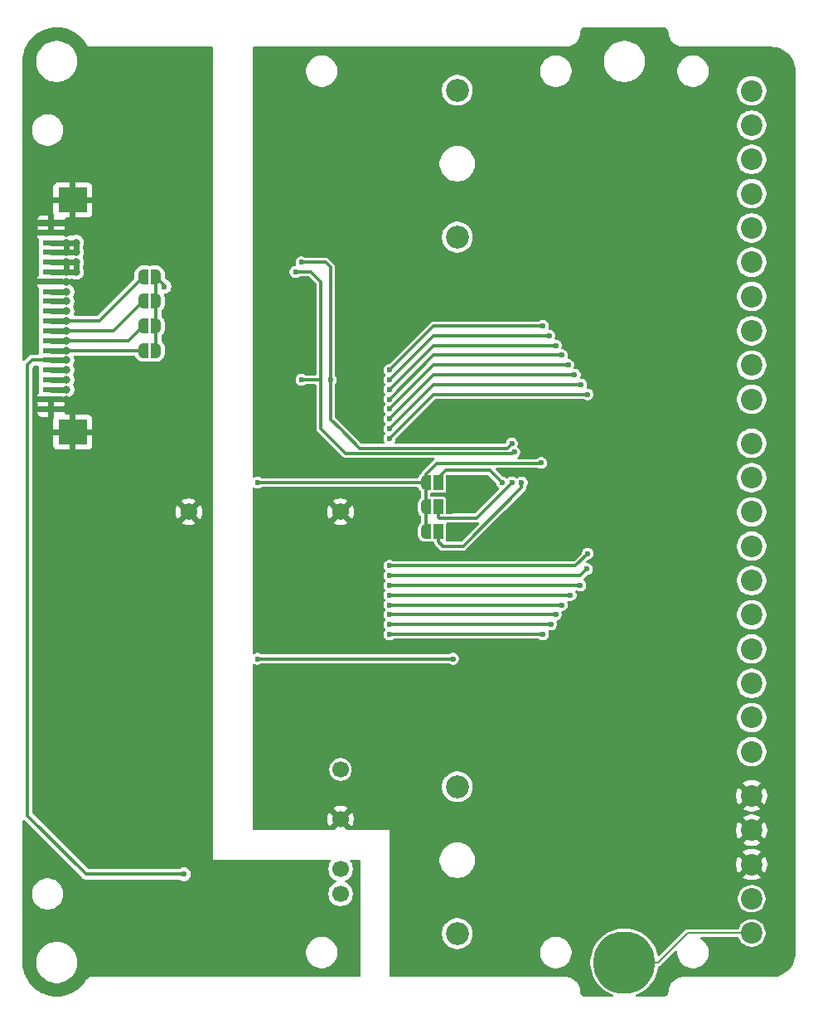
<source format=gbr>
%TF.GenerationSoftware,KiCad,Pcbnew,9.0.3*%
%TF.CreationDate,2025-09-01T09:15:08+03:00*%
%TF.ProjectId,PMCNV-DQ16src,504d434e-562d-4445-9131-367372632e6b,rev?*%
%TF.SameCoordinates,Original*%
%TF.FileFunction,Copper,L2,Bot*%
%TF.FilePolarity,Positive*%
%FSLAX46Y46*%
G04 Gerber Fmt 4.6, Leading zero omitted, Abs format (unit mm)*
G04 Created by KiCad (PCBNEW 9.0.3) date 2025-09-01 09:15:08*
%MOMM*%
%LPD*%
G01*
G04 APERTURE LIST*
G04 Aperture macros list*
%AMFreePoly0*
4,1,23,0.550000,-0.750000,0.000000,-0.750000,0.000000,-0.745722,-0.065263,-0.745722,-0.191342,-0.711940,-0.304381,-0.646677,-0.396677,-0.554381,-0.461940,-0.441342,-0.495722,-0.315263,-0.495722,-0.250000,-0.500000,-0.250000,-0.500000,0.250000,-0.495722,0.250000,-0.495722,0.315263,-0.461940,0.441342,-0.396677,0.554381,-0.304381,0.646677,-0.191342,0.711940,-0.065263,0.745722,0.000000,0.745722,
0.000000,0.750000,0.550000,0.750000,0.550000,-0.750000,0.550000,-0.750000,$1*%
%AMFreePoly1*
4,1,23,0.000000,0.745722,0.065263,0.745722,0.191342,0.711940,0.304381,0.646677,0.396677,0.554381,0.461940,0.441342,0.495722,0.315263,0.495722,0.250000,0.500000,0.250000,0.500000,-0.250000,0.495722,-0.250000,0.495722,-0.315263,0.461940,-0.441342,0.396677,-0.554381,0.304381,-0.646677,0.191342,-0.711940,0.065263,-0.745722,0.000000,-0.745722,0.000000,-0.750000,-0.550000,-0.750000,
-0.550000,0.750000,0.000000,0.750000,0.000000,0.745722,0.000000,0.745722,$1*%
%AMFreePoly2*
4,1,23,0.500000,-0.750000,0.000000,-0.750000,0.000000,-0.745722,-0.065263,-0.745722,-0.191342,-0.711940,-0.304381,-0.646677,-0.396677,-0.554381,-0.461940,-0.441342,-0.495722,-0.315263,-0.495722,-0.250000,-0.500000,-0.250000,-0.500000,0.250000,-0.495722,0.250000,-0.495722,0.315263,-0.461940,0.441342,-0.396677,0.554381,-0.304381,0.646677,-0.191342,0.711940,-0.065263,0.745722,0.000000,0.745722,
0.000000,0.750000,0.500000,0.750000,0.500000,-0.750000,0.500000,-0.750000,$1*%
%AMFreePoly3*
4,1,23,0.000000,0.745722,0.065263,0.745722,0.191342,0.711940,0.304381,0.646677,0.396677,0.554381,0.461940,0.441342,0.495722,0.315263,0.495722,0.250000,0.500000,0.250000,0.500000,-0.250000,0.495722,-0.250000,0.495722,-0.315263,0.461940,-0.441342,0.396677,-0.554381,0.304381,-0.646677,0.191342,-0.711940,0.065263,-0.745722,0.000000,-0.745722,0.000000,-0.750000,-0.500000,-0.750000,
-0.500000,0.750000,0.000000,0.750000,0.000000,0.745722,0.000000,0.745722,$1*%
G04 Aperture macros list end*
%TA.AperFunction,ComponentPad*%
%ADD10C,2.200000*%
%TD*%
%TA.AperFunction,ComponentPad*%
%ADD11C,2.350000*%
%TD*%
%TA.AperFunction,ComponentPad*%
%ADD12C,1.700000*%
%TD*%
%TA.AperFunction,ComponentPad*%
%ADD13O,6.350000X6.350000*%
%TD*%
%TA.AperFunction,ComponentPad*%
%ADD14C,1.725000*%
%TD*%
%TA.AperFunction,SMDPad,CuDef*%
%ADD15FreePoly0,180.000000*%
%TD*%
%TA.AperFunction,SMDPad,CuDef*%
%ADD16R,1.000000X1.500000*%
%TD*%
%TA.AperFunction,SMDPad,CuDef*%
%ADD17FreePoly1,180.000000*%
%TD*%
%TA.AperFunction,SMDPad,CuDef*%
%ADD18FreePoly2,0.000000*%
%TD*%
%TA.AperFunction,SMDPad,CuDef*%
%ADD19FreePoly3,0.000000*%
%TD*%
%TA.AperFunction,SMDPad,CuDef*%
%ADD20R,1.800000X0.600000*%
%TD*%
%TA.AperFunction,SMDPad,CuDef*%
%ADD21R,3.000000X2.600000*%
%TD*%
%TA.AperFunction,ViaPad*%
%ADD22C,0.600000*%
%TD*%
%TA.AperFunction,ViaPad*%
%ADD23C,0.800000*%
%TD*%
%TA.AperFunction,Conductor*%
%ADD24C,0.600000*%
%TD*%
%TA.AperFunction,Conductor*%
%ADD25C,0.300000*%
%TD*%
%TA.AperFunction,Conductor*%
%ADD26C,0.200000*%
%TD*%
G04 APERTURE END LIST*
D10*
%TO.P,J6,1,Pin_1*%
%TO.N,/PE*%
X35000000Y-43000000D03*
%TO.P,J6,2,Pin_2*%
X35000000Y-39500000D03*
%TO.P,J6,3,Pin_3*%
%TO.N,GND_CNV*%
X35000000Y-36000000D03*
%TO.P,J6,4,Pin_4*%
X35000000Y-32500000D03*
%TO.P,J6,5,Pin_5*%
X35000000Y-29000000D03*
%TD*%
%TO.P,J5,1,Pin_1*%
%TO.N,/b.7_out*%
X35000000Y-24500000D03*
%TO.P,J5,2,Pin_2*%
%TO.N,/b.6_out*%
X35000000Y-21000000D03*
%TO.P,J5,3,Pin_3*%
%TO.N,/b.5_out*%
X35000000Y-17500000D03*
%TO.P,J5,4,Pin_4*%
%TO.N,/b.4_out*%
X35000000Y-14000000D03*
%TO.P,J5,5,Pin_5*%
%TO.N,/b.3_out*%
X35000000Y-10500000D03*
%TO.P,J5,6,Pin_6*%
%TO.N,/b.2_out*%
X35000000Y-7000000D03*
%TO.P,J5,7,Pin_7*%
%TO.N,/b.1_out*%
X35000000Y-3500000D03*
%TO.P,J5,8,Pin_8*%
%TO.N,/b.0_out*%
X35000000Y0D03*
%TO.P,J5,9,Pin_9*%
%TO.N,+V_b*%
X35000000Y3500000D03*
%TO.P,J5,10,Pin_10*%
X35000000Y7000000D03*
%TD*%
%TO.P,J3,1,Pin_1*%
%TO.N,/a.7_out*%
X35000000Y11500000D03*
%TO.P,J3,2,Pin_2*%
%TO.N,/a.6_out*%
X35000000Y15000000D03*
%TO.P,J3,3,Pin_3*%
%TO.N,/a.5_out*%
X35000000Y18500000D03*
%TO.P,J3,4,Pin_4*%
%TO.N,/a.4_out*%
X35000000Y22000000D03*
%TO.P,J3,5,Pin_5*%
%TO.N,/a.3_out*%
X35000000Y25500000D03*
%TO.P,J3,6,Pin_6*%
%TO.N,/a.2_out*%
X35000000Y29000000D03*
%TO.P,J3,7,Pin_7*%
%TO.N,/a.1_out*%
X35000000Y32500000D03*
%TO.P,J3,8,Pin_8*%
%TO.N,/a.0_out*%
X35000000Y36000000D03*
%TO.P,J3,9,Pin_9*%
%TO.N,+V_a*%
X35000000Y39500000D03*
%TO.P,J3,10,Pin_10*%
X35000000Y43000000D03*
%TD*%
D11*
%TO.P,U8,1,1*%
%TO.N,Net-(U6-VCC)*%
X4920000Y28060000D03*
%TO.P,U8,2,2*%
%TO.N,+V_a*%
X4920000Y43060000D03*
%TD*%
%TO.P,U9,1,1*%
%TO.N,Net-(U7-VCC)*%
X4920000Y-28060000D03*
%TO.P,U9,2,2*%
%TO.N,+V_b*%
X4920000Y-43060000D03*
%TD*%
D12*
%TO.P,PS1,1,Vin*%
%TO.N,+5V_MCU*%
X-7000000Y-39000000D03*
%TO.P,PS1,2,GND*%
%TO.N,Net-(PS1-GND)*%
X-7000000Y-36460000D03*
%TO.P,PS1,4,0V*%
%TO.N,GND_CNV*%
X-7000000Y-31380000D03*
%TO.P,PS1,6,+V*%
%TO.N,+5V_CNV*%
X-7000000Y-26300000D03*
%TD*%
D13*
%TO.P,PE1,1*%
%TO.N,/PE*%
X22000000Y-46000000D03*
%TD*%
D14*
%TO.P,U2,1*%
%TO.N,GND_MCU*%
X-22500000Y0D03*
%TD*%
%TO.P,U5,1*%
%TO.N,GND_CNV*%
X-7000000Y0D03*
%TD*%
D15*
%TO.P,JP5,1,A*%
%TO.N,GND_CNV*%
X4300000Y3000000D03*
D16*
%TO.P,JP5,2,C*%
%TO.N,/A0*%
X3000000Y3000000D03*
D17*
%TO.P,JP5,3,B*%
%TO.N,+5V_CNV*%
X1700000Y3000000D03*
%TD*%
D18*
%TO.P,JP1,1,A*%
%TO.N,/CS0_MCU*%
X-27150000Y24000000D03*
D19*
%TO.P,JP1,2,B*%
%TO.N,/CS_MCU*%
X-25850000Y24000000D03*
%TD*%
D18*
%TO.P,JP2,1,A*%
%TO.N,/CS1_MCU*%
X-27150000Y21500000D03*
D19*
%TO.P,JP2,2,B*%
%TO.N,/CS_MCU*%
X-25850000Y21500000D03*
%TD*%
D20*
%TO.P,JM2,1,Pin_1*%
%TO.N,GND_MCU*%
X-36546000Y29500000D03*
%TO.P,JM2,2,Pin_2*%
X-36546000Y28500000D03*
%TO.P,JM2,3,Pin_3*%
%TO.N,+5V_MCU*%
X-36546000Y27500000D03*
%TO.P,JM2,4,Pin_4*%
X-36546000Y26500000D03*
%TO.P,JM2,5,Pin_5*%
%TO.N,+3.3V_MCU*%
X-36546000Y25500000D03*
%TO.P,JM2,6,Pin_6*%
X-36546000Y24500000D03*
%TO.P,JM2,7,Pin_7*%
%TO.N,GND_MCU*%
X-36546000Y23500000D03*
%TO.P,JM2,8,Pin_8*%
%TO.N,/MOSI_MCU*%
X-36546000Y22500000D03*
%TO.P,JM2,9,Pin_9*%
%TO.N,/MISO_MCU*%
X-36546000Y21500000D03*
%TO.P,JM2,10,Pin_10*%
%TO.N,/SCK_MCU*%
X-36546000Y20500000D03*
%TO.P,JM2,11,Pin_11*%
%TO.N,/CS0_MCU*%
X-36546000Y19500000D03*
%TO.P,JM2,12,Pin_11*%
%TO.N,/CS1_MCU*%
X-36546000Y18500000D03*
%TO.P,JM2,13,Pin_11*%
%TO.N,/CS2_MCU*%
X-36546000Y17500000D03*
%TO.P,JM2,14,Pin_11*%
%TO.N,/CS3_MCU*%
X-36546000Y16500000D03*
%TO.P,JM2,15,Pin_11*%
%TO.N,/RST*%
X-36546000Y15500000D03*
%TO.P,JM2,16,Pin_11*%
%TO.N,Net-(JM1-Pin_5)*%
X-36546000Y14500000D03*
%TO.P,JM2,17,Pin_11*%
%TO.N,/SDA_MCU*%
X-36546000Y13500000D03*
%TO.P,JM2,18,Pin_11*%
%TO.N,/SCL_MCU*%
X-36546000Y12500000D03*
%TO.P,JM2,19,Pin_11*%
%TO.N,GND_MCU*%
X-36546000Y11500000D03*
%TO.P,JM2,20,Pin_11*%
X-36546000Y10500000D03*
D21*
%TO.P,JM2,MP1,Pin_11*%
X-34375000Y31850000D03*
%TO.P,JM2,MP2,Pin_11*%
X-34375000Y8150000D03*
%TD*%
D15*
%TO.P,JP6,1,A*%
%TO.N,GND_CNV*%
X4300000Y500000D03*
D16*
%TO.P,JP6,2,C*%
%TO.N,/A1*%
X3000000Y500000D03*
D17*
%TO.P,JP6,3,B*%
%TO.N,+5V_CNV*%
X1700000Y500000D03*
%TD*%
D15*
%TO.P,JP7,1,A*%
%TO.N,GND_CNV*%
X4300000Y-2000000D03*
D16*
%TO.P,JP7,2,C*%
%TO.N,/A2*%
X3000000Y-2000000D03*
D17*
%TO.P,JP7,3,B*%
%TO.N,+5V_CNV*%
X1700000Y-2000000D03*
%TD*%
D18*
%TO.P,JP3,1,A*%
%TO.N,/CS2_MCU*%
X-27150000Y19000000D03*
D19*
%TO.P,JP3,2,B*%
%TO.N,/CS_MCU*%
X-25850000Y19000000D03*
%TD*%
D18*
%TO.P,JP4,1,A*%
%TO.N,/CS3_MCU*%
X-27150000Y16500000D03*
D19*
%TO.P,JP4,2,B*%
%TO.N,/CS_MCU*%
X-25850000Y16500000D03*
%TD*%
D22*
%TO.N,GND_MCU*%
X-34500000Y34000000D03*
D23*
X-35000000Y10500000D03*
X-35000000Y28500000D03*
D22*
X-28500000Y27500000D03*
X-36000000Y6000000D03*
X-33000000Y6000000D03*
X-34500000Y6000000D03*
D23*
X-35000000Y11500000D03*
D22*
X-36000000Y34000000D03*
D23*
X-35000000Y23500000D03*
X-35000000Y29500000D03*
D22*
X-32000000Y9000000D03*
X-32000000Y32500000D03*
D23*
X-33000000Y14500000D03*
D22*
X-33000000Y34000000D03*
X-32000000Y7500000D03*
D23*
X-32000000Y15500000D03*
D22*
X-32000000Y31000000D03*
D23*
X-31000000Y14500000D03*
%TO.N,+3.3V_MCU*%
X-34000000Y24500000D03*
X-35000000Y25500000D03*
X-35000000Y24500000D03*
X-34000000Y25500000D03*
D22*
%TO.N,+5V_CNV*%
X-15500000Y3000000D03*
X-15500000Y-15000000D03*
X4500000Y-15000000D03*
X13500000Y5000000D03*
D23*
%TO.N,/CS0_MCU*%
X-35000000Y19500000D03*
%TO.N,/CS1_MCU*%
X-35000000Y18500000D03*
%TO.N,/CS3_MCU*%
X-35000000Y16500000D03*
%TO.N,+5V_MCU*%
X-34000000Y26500000D03*
X-34000000Y27500000D03*
X-35000000Y26500000D03*
X-35000000Y27500000D03*
D22*
%TO.N,GND_CNV*%
X5250000Y-2750000D03*
D23*
X-13500000Y31000000D03*
X-3500000Y-29000000D03*
D22*
X5000000Y1750000D03*
X12750000Y5750000D03*
X12750000Y6750000D03*
X29685000Y-16510000D03*
D23*
X-11500000Y33000000D03*
X-2500000Y-30000000D03*
X-4500000Y-28000000D03*
X-11500000Y31000000D03*
D22*
X12250000Y10500000D03*
D23*
X-4500000Y-30000000D03*
X-13500000Y33000000D03*
D22*
X30955000Y-16510000D03*
D23*
X-2500000Y-28000000D03*
X-12500000Y32000000D03*
D22*
X30320000Y-17780000D03*
%TO.N,/a.0_in*%
X-2000000Y14500000D03*
X13675002Y19000000D03*
%TO.N,/b.0_in*%
X18250000Y-4250000D03*
X-2000000Y-5500000D03*
%TO.N,/b.7_in*%
X13674999Y-12500000D03*
X-2000000Y-12500000D03*
%TO.N,/b.5_in*%
X15000000Y-10500000D03*
X-2000000Y-10500000D03*
%TO.N,/a.2_in*%
X-2000000Y12500000D03*
X15000000Y17000000D03*
%TO.N,/b.6_in*%
X-2000000Y-11500000D03*
X14500000Y-11500000D03*
%TO.N,/a.3_in*%
X-2000000Y11500000D03*
X15625001Y16000000D03*
%TO.N,/a.5_in*%
X16925000Y14000000D03*
X-2000000Y9500000D03*
%TO.N,/a.7_in*%
X-2000000Y7500000D03*
X18225000Y12000000D03*
%TO.N,/b.2_in*%
X17500000Y-7500000D03*
X-2000000Y-7500000D03*
%TO.N,/b.1_in*%
X18175000Y-5825000D03*
X-2000000Y-6500000D03*
%TO.N,/b.4_in*%
X15625001Y-9500000D03*
X-2000000Y-9500000D03*
%TO.N,/a.4_in*%
X16274999Y15000000D03*
X-2000000Y10500000D03*
%TO.N,/a.6_in*%
X17574999Y13000000D03*
X-2000000Y8500000D03*
%TO.N,/b.3_in*%
X16500000Y-8500000D03*
X-2000000Y-8500000D03*
%TO.N,/a.1_in*%
X-2000000Y13500000D03*
X14325001Y18000000D03*
D23*
%TO.N,/SCK_MCU*%
X-35000000Y20500000D03*
D22*
%TO.N,/MOSI_CNV*%
X10500000Y7000000D03*
X-11000000Y25500000D03*
X-8000000Y13500000D03*
%TO.N,/SCK_CNV*%
X-11000000Y13500000D03*
X-11600000Y24500000D03*
X10750000Y6100000D03*
%TO.N,/A0*%
X9500000Y3000000D03*
%TO.N,/A1*%
X10500000Y3000000D03*
%TO.N,/A2*%
X11500000Y3000000D03*
D23*
%TO.N,/CS2_MCU*%
X-35000000Y17500000D03*
%TO.N,/MOSI_MCU*%
X-35000000Y22500000D03*
%TO.N,/MISO_MCU*%
X-35000000Y21500000D03*
%TO.N,/SDA_MCU*%
X-35000000Y13500000D03*
%TO.N,/SCL_MCU*%
X-35000000Y12500000D03*
D22*
%TO.N,/CS_MCU*%
X-25000000Y23000000D03*
D23*
%TO.N,/RST*%
X-35000000Y15500000D03*
D22*
X-23000000Y-37000000D03*
D23*
%TO.N,Net-(JM1-Pin_5)*%
X-35000000Y14500000D03*
%TD*%
D24*
%TO.N,+3.3V_MCU*%
X-35000000Y24500000D02*
X-36546000Y24500000D01*
X-35000000Y25500000D02*
X-36546000Y25500000D01*
X-34000000Y25500000D02*
X-35000000Y25500000D01*
X-35000000Y24500000D02*
X-34000000Y24500000D01*
X-35000000Y25500000D02*
X-35000000Y24500000D01*
X-34000000Y25500000D02*
X-34000000Y24500000D01*
D25*
%TO.N,+5V_CNV*%
X4500000Y-15000000D02*
X-15500000Y-15000000D01*
X13500000Y5000000D02*
X13451000Y4951000D01*
X1700000Y3837810D02*
X1700000Y3000000D01*
X13451000Y4951000D02*
X2813190Y4951000D01*
X-15500000Y3000000D02*
X1700000Y3000000D01*
X1700000Y3000000D02*
X1700000Y500000D01*
X2813190Y4951000D02*
X1700000Y3837810D01*
X1700000Y500000D02*
X1700000Y-2000000D01*
%TO.N,/CS0_MCU*%
X-31650000Y19500000D02*
X-35056000Y19500000D01*
D24*
X-36546000Y19500000D02*
X-35000000Y19500000D01*
D25*
X-27150000Y24000000D02*
X-31650000Y19500000D01*
%TO.N,/CS1_MCU*%
X-35056000Y18500000D02*
X-30150000Y18500000D01*
X-30150000Y18500000D02*
X-27150000Y21500000D01*
D24*
X-36546000Y18500000D02*
X-35000000Y18500000D01*
%TO.N,/CS3_MCU*%
X-36546000Y16500000D02*
X-35000000Y16500000D01*
D25*
X-35000000Y16500000D02*
X-27150000Y16500000D01*
D24*
%TO.N,+5V_MCU*%
X-34000000Y27500000D02*
X-35000000Y27500000D01*
X-35000000Y26500000D02*
X-34000000Y26500000D01*
X-34000000Y26500000D02*
X-34000000Y27500000D01*
X-36546000Y26500000D02*
X-35000000Y26500000D01*
X-36546000Y27500000D02*
X-35000000Y27500000D01*
X-35000000Y27500000D02*
X-35000000Y26500000D01*
D25*
%TO.N,/a.0_in*%
X2500000Y19000000D02*
X-2000000Y14500000D01*
X13675002Y19000000D02*
X2500000Y19000000D01*
%TO.N,/b.0_in*%
X18250000Y-4250000D02*
X17000000Y-5500000D01*
X17000000Y-5500000D02*
X-2000000Y-5500000D01*
%TO.N,/b.7_in*%
X13674999Y-12500000D02*
X-2000000Y-12500000D01*
%TO.N,/b.5_in*%
X15000000Y-10500000D02*
X-2000000Y-10500000D01*
%TO.N,/a.2_in*%
X2500000Y17000000D02*
X-2000000Y12500000D01*
X15000000Y17000000D02*
X2500000Y17000000D01*
%TO.N,/b.6_in*%
X14500000Y-11500000D02*
X-2000000Y-11500000D01*
%TO.N,/a.3_in*%
X15625001Y16000000D02*
X2500000Y16000000D01*
X2500000Y16000000D02*
X-2000000Y11500000D01*
%TO.N,/a.5_in*%
X2500000Y14000000D02*
X-2000000Y9500000D01*
X16925000Y14000000D02*
X2500000Y14000000D01*
%TO.N,/a.7_in*%
X18225000Y12000000D02*
X2500000Y12000000D01*
X2500000Y12000000D02*
X-2000000Y7500000D01*
%TO.N,/b.2_in*%
X17500000Y-7500000D02*
X-2000000Y-7500000D01*
%TO.N,/b.1_in*%
X17500000Y-6500000D02*
X-2000000Y-6500000D01*
X18175000Y-5825000D02*
X17500000Y-6500000D01*
%TO.N,/b.4_in*%
X15625001Y-9500000D02*
X-2000000Y-9500000D01*
%TO.N,/a.4_in*%
X16274999Y15000000D02*
X2500000Y15000000D01*
X2500000Y15000000D02*
X-2000000Y10500000D01*
%TO.N,/a.6_in*%
X2500000Y13000000D02*
X-2000000Y8500000D01*
X17574999Y13000000D02*
X2500000Y13000000D01*
%TO.N,/b.3_in*%
X16500000Y-8500000D02*
X-2000000Y-8500000D01*
%TO.N,/a.1_in*%
X14325001Y18000000D02*
X2500000Y18000000D01*
X2500000Y18000000D02*
X-2000000Y13500000D01*
D26*
%TO.N,/PE*%
X28476700Y-43000000D02*
X36000000Y-43000000D01*
X25476700Y-46000000D02*
X28476700Y-43000000D01*
X22000000Y-46000000D02*
X25476700Y-46000000D01*
D24*
%TO.N,/SCK_MCU*%
X-36546000Y20500000D02*
X-35000000Y20500000D01*
D25*
%TO.N,/MOSI_CNV*%
X-5058224Y6500000D02*
X-7029112Y8470888D01*
X-8000000Y9441776D02*
X-7029112Y8470888D01*
X-8000000Y25000000D02*
X-8000000Y9441776D01*
X10000000Y6500000D02*
X-5058224Y6500000D01*
X10500000Y7000000D02*
X10000000Y6500000D01*
X-11000000Y25500000D02*
X-8500000Y25500000D01*
X-8500000Y25500000D02*
X-8000000Y25000000D01*
%TO.N,/SCK_CNV*%
X-9000000Y8500000D02*
X-6500000Y6000000D01*
X-9000000Y23500000D02*
X-9000000Y13500000D01*
X-6500000Y6000000D02*
X10559120Y6000000D01*
X-11000000Y13500000D02*
X-9000000Y13500000D01*
X-11600000Y24500000D02*
X-10000000Y24500000D01*
X-10000000Y24500000D02*
X-9000000Y23500000D01*
X10559120Y6000000D02*
X10659120Y6100000D01*
X10659120Y6100000D02*
X10750000Y6100000D01*
X-9000000Y13500000D02*
X-9000000Y8500000D01*
%TO.N,/A0*%
X3000000Y3503462D02*
X3000000Y3000000D01*
X8250000Y4250000D02*
X3746538Y4250000D01*
X3746538Y4250000D02*
X3000000Y3503462D01*
X9500000Y3000000D02*
X8250000Y4250000D01*
%TO.N,/A1*%
X6894000Y-606000D02*
X10500000Y3000000D01*
X3056000Y-606000D02*
X6894000Y-606000D01*
X3000000Y-550000D02*
X3056000Y-606000D01*
X3000000Y500000D02*
X3000000Y-550000D01*
%TO.N,/A2*%
X3000000Y-3050000D02*
X3450000Y-3500000D01*
X5500000Y-3500000D02*
X11500000Y2500000D01*
X3000000Y-2000000D02*
X3000000Y-3050000D01*
X11500000Y2500000D02*
X11500000Y3000000D01*
X3450000Y-3500000D02*
X5500000Y-3500000D01*
D24*
%TO.N,/CS2_MCU*%
X-36546000Y17500000D02*
X-35000000Y17500000D01*
D25*
X-28649998Y17500002D02*
X-35056000Y17500002D01*
X-27150000Y19000000D02*
X-28649998Y17500002D01*
D24*
%TO.N,/MOSI_MCU*%
X-36546000Y22500000D02*
X-35000000Y22500000D01*
%TO.N,/MISO_MCU*%
X-36546000Y21500000D02*
X-35000000Y21500000D01*
%TO.N,/SDA_MCU*%
X-36546000Y13500000D02*
X-35000000Y13500000D01*
%TO.N,/SCL_MCU*%
X-36546000Y12500000D02*
X-35000000Y12500000D01*
D25*
%TO.N,/CS_MCU*%
X-25000000Y23150000D02*
X-25850000Y24000000D01*
X-26000000Y24150000D02*
X-25850000Y24000000D01*
X-25850000Y16500000D02*
X-25850000Y20000000D01*
X-25000000Y23000000D02*
X-25000000Y23150000D01*
X-25850000Y20000000D02*
X-25850000Y24000000D01*
%TO.N,/RST*%
X-38500000Y15500000D02*
X-39000000Y15000000D01*
D24*
X-35000000Y15500000D02*
X-36546000Y15500000D01*
D25*
X-33000000Y-37000000D02*
X-23000000Y-37000000D01*
X-39000000Y-31000000D02*
X-33000000Y-37000000D01*
X-36546000Y15500000D02*
X-38500000Y15500000D01*
X-39000000Y15000000D02*
X-39000000Y-31000000D01*
D24*
%TO.N,Net-(JM1-Pin_5)*%
X-35000000Y14500000D02*
X-36546000Y14500000D01*
%TD*%
%TA.AperFunction,Conductor*%
%TO.N,GND_CNV*%
G36*
X26006922Y49498720D02*
G01*
X26097266Y49488541D01*
X26124331Y49482364D01*
X26203540Y49454648D01*
X26228553Y49442602D01*
X26299606Y49397957D01*
X26321313Y49380645D01*
X26380644Y49321314D01*
X26397957Y49299605D01*
X26442600Y49228556D01*
X26454648Y49203538D01*
X26482362Y49124334D01*
X26488540Y49097265D01*
X26498720Y49006924D01*
X26499500Y48993039D01*
X26499500Y48892683D01*
X26530044Y48680236D01*
X26530047Y48680226D01*
X26590517Y48474285D01*
X26679672Y48279062D01*
X26679679Y48279049D01*
X26734860Y48193186D01*
X26794425Y48100500D01*
X26795720Y48098486D01*
X26936275Y47936276D01*
X27060277Y47828828D01*
X27098487Y47795719D01*
X27169245Y47750246D01*
X27279048Y47679680D01*
X27279061Y47679673D01*
X27474284Y47590518D01*
X27474288Y47590517D01*
X27474290Y47590516D01*
X27680231Y47530046D01*
X27680232Y47530046D01*
X27680235Y47530045D01*
X27743584Y47520938D01*
X27892682Y47499500D01*
X27934108Y47499500D01*
X36934108Y47499500D01*
X36996249Y47499500D01*
X37003736Y47499274D01*
X37293796Y47481729D01*
X37308659Y47479924D01*
X37590798Y47428220D01*
X37605335Y47424637D01*
X37879172Y47339305D01*
X37893163Y47334000D01*
X38154743Y47216273D01*
X38167989Y47209320D01*
X38413465Y47060925D01*
X38425776Y47052427D01*
X38472520Y47015806D01*
X38651573Y46875527D01*
X38662781Y46865597D01*
X38865596Y46662782D01*
X38875526Y46651574D01*
X39007406Y46483241D01*
X39052422Y46425783D01*
X39060926Y46413463D01*
X39177398Y46220795D01*
X39209316Y46167996D01*
X39216275Y46154737D01*
X39333997Y45893169D01*
X39339306Y45879168D01*
X39424635Y45605337D01*
X39428219Y45590799D01*
X39479923Y45308660D01*
X39481728Y45293795D01*
X39499274Y45003737D01*
X39499500Y44996250D01*
X39499500Y-44996249D01*
X39499274Y-45003736D01*
X39481728Y-45293794D01*
X39479923Y-45308659D01*
X39428219Y-45590798D01*
X39424635Y-45605336D01*
X39339306Y-45879167D01*
X39333997Y-45893168D01*
X39216275Y-46154736D01*
X39209316Y-46167995D01*
X39060928Y-46413459D01*
X39052422Y-46425782D01*
X38875526Y-46651573D01*
X38865596Y-46662781D01*
X38662781Y-46865596D01*
X38651573Y-46875526D01*
X38425782Y-47052422D01*
X38413459Y-47060928D01*
X38167995Y-47209316D01*
X38154736Y-47216275D01*
X37893168Y-47333997D01*
X37879167Y-47339306D01*
X37605336Y-47424635D01*
X37590798Y-47428219D01*
X37308659Y-47479923D01*
X37293794Y-47481728D01*
X37003736Y-47499274D01*
X36996249Y-47499500D01*
X27892682Y-47499500D01*
X27680235Y-47530044D01*
X27680225Y-47530047D01*
X27474284Y-47590517D01*
X27279061Y-47679672D01*
X27279048Y-47679679D01*
X27098485Y-47795720D01*
X26936275Y-47936275D01*
X26795720Y-48098485D01*
X26679679Y-48279048D01*
X26679672Y-48279061D01*
X26590517Y-48474284D01*
X26530047Y-48680225D01*
X26530044Y-48680235D01*
X26499500Y-48892682D01*
X26499500Y-48993038D01*
X26498720Y-49006922D01*
X26498720Y-49006923D01*
X26488540Y-49097264D01*
X26482362Y-49124333D01*
X26454648Y-49203537D01*
X26442600Y-49228555D01*
X26397957Y-49299604D01*
X26380644Y-49321313D01*
X26321313Y-49380644D01*
X26299604Y-49397957D01*
X26228555Y-49442600D01*
X26203537Y-49454648D01*
X26124333Y-49482362D01*
X26097264Y-49488540D01*
X26017075Y-49497576D01*
X26006921Y-49498720D01*
X25993038Y-49499500D01*
X23256767Y-49499500D01*
X23189728Y-49479815D01*
X23143973Y-49427011D01*
X23134029Y-49357853D01*
X23163054Y-49294297D01*
X23209314Y-49260939D01*
X23487760Y-49145603D01*
X23788919Y-48984631D01*
X24072850Y-48794914D01*
X24336818Y-48578281D01*
X24578281Y-48336818D01*
X24794914Y-48072850D01*
X24984631Y-47788919D01*
X25145603Y-47487760D01*
X25276282Y-47172273D01*
X25375409Y-46845496D01*
X25442029Y-46510577D01*
X25442382Y-46506989D01*
X25468531Y-46442204D01*
X25525560Y-46401837D01*
X25533667Y-46399363D01*
X25631288Y-46373207D01*
X25722613Y-46320480D01*
X27187819Y-44855272D01*
X27249142Y-44821788D01*
X27318834Y-44826772D01*
X27374767Y-44868644D01*
X27399184Y-44934108D01*
X27399500Y-44942954D01*
X27399500Y-45125962D01*
X27406787Y-45171969D01*
X27438910Y-45374785D01*
X27516760Y-45614383D01*
X27595413Y-45768747D01*
X27626246Y-45829260D01*
X27631132Y-45838848D01*
X27779201Y-46042649D01*
X27779205Y-46042654D01*
X27957345Y-46220794D01*
X27957350Y-46220798D01*
X28094550Y-46320479D01*
X28161155Y-46368870D01*
X28304184Y-46441747D01*
X28385616Y-46483239D01*
X28385618Y-46483239D01*
X28385621Y-46483241D01*
X28625215Y-46561090D01*
X28874038Y-46600500D01*
X28874039Y-46600500D01*
X29125961Y-46600500D01*
X29125962Y-46600500D01*
X29374785Y-46561090D01*
X29614379Y-46483241D01*
X29838845Y-46368870D01*
X30042656Y-46220793D01*
X30220793Y-46042656D01*
X30368870Y-45838845D01*
X30483241Y-45614379D01*
X30561090Y-45374785D01*
X30600500Y-45125962D01*
X30600500Y-44874038D01*
X30561090Y-44625215D01*
X30483241Y-44385621D01*
X30483239Y-44385618D01*
X30483239Y-44385616D01*
X30394314Y-44211092D01*
X30368870Y-44161155D01*
X30314537Y-44086372D01*
X30220798Y-43957350D01*
X30220794Y-43957345D01*
X30042654Y-43779205D01*
X30042649Y-43779201D01*
X29838849Y-43631132D01*
X29837375Y-43630229D01*
X29836932Y-43629739D01*
X29834904Y-43628266D01*
X29835213Y-43627840D01*
X29790498Y-43578419D01*
X29779074Y-43509490D01*
X29806729Y-43445326D01*
X29864683Y-43406300D01*
X29902162Y-43400500D01*
X33567465Y-43400500D01*
X33634504Y-43420185D01*
X33680259Y-43472989D01*
X33685396Y-43486183D01*
X33702102Y-43537601D01*
X33802187Y-43734025D01*
X33931752Y-43912358D01*
X33931756Y-43912363D01*
X34087636Y-44068243D01*
X34087641Y-44068247D01*
X34243192Y-44181260D01*
X34265978Y-44197815D01*
X34391399Y-44261721D01*
X34462393Y-44297895D01*
X34462396Y-44297896D01*
X34567221Y-44331955D01*
X34672049Y-44366015D01*
X34889778Y-44400500D01*
X34889779Y-44400500D01*
X35110221Y-44400500D01*
X35110222Y-44400500D01*
X35327951Y-44366015D01*
X35537606Y-44297895D01*
X35734022Y-44197815D01*
X35912365Y-44068242D01*
X36068242Y-43912365D01*
X36197815Y-43734022D01*
X36297895Y-43537606D01*
X36366015Y-43327951D01*
X36400500Y-43110222D01*
X36400500Y-42889778D01*
X36366015Y-42672049D01*
X36314603Y-42513817D01*
X36297896Y-42462396D01*
X36297895Y-42462393D01*
X36263237Y-42394375D01*
X36197815Y-42265978D01*
X36174769Y-42234258D01*
X36068247Y-42087641D01*
X36068243Y-42087636D01*
X35912363Y-41931756D01*
X35912358Y-41931752D01*
X35734025Y-41802187D01*
X35734024Y-41802186D01*
X35734022Y-41802185D01*
X35671096Y-41770122D01*
X35537606Y-41702104D01*
X35537603Y-41702103D01*
X35327952Y-41633985D01*
X35219086Y-41616742D01*
X35110222Y-41599500D01*
X34889778Y-41599500D01*
X34817201Y-41610995D01*
X34672047Y-41633985D01*
X34462396Y-41702103D01*
X34462393Y-41702104D01*
X34265974Y-41802187D01*
X34087641Y-41931752D01*
X34087636Y-41931756D01*
X33931756Y-42087636D01*
X33931752Y-42087641D01*
X33802187Y-42265974D01*
X33702102Y-42462398D01*
X33685396Y-42513817D01*
X33645959Y-42571493D01*
X33581601Y-42598692D01*
X33567465Y-42599500D01*
X28537039Y-42599500D01*
X28537023Y-42599499D01*
X28529427Y-42599499D01*
X28423973Y-42599499D01*
X28395001Y-42607262D01*
X28330334Y-42624589D01*
X28330335Y-42624590D01*
X28322112Y-42626793D01*
X28322110Y-42626794D01*
X28230785Y-42679521D01*
X28156218Y-42754089D01*
X25602560Y-45307745D01*
X25541237Y-45341230D01*
X25471545Y-45336246D01*
X25415612Y-45294374D01*
X25393261Y-45244255D01*
X25375410Y-45154509D01*
X25375409Y-45154508D01*
X25375409Y-45154504D01*
X25276282Y-44827727D01*
X25145603Y-44512240D01*
X24984631Y-44211081D01*
X24794914Y-43927150D01*
X24578281Y-43663182D01*
X24578280Y-43663181D01*
X24578276Y-43663176D01*
X24336823Y-43421723D01*
X24072855Y-43205090D01*
X24072854Y-43205089D01*
X24072850Y-43205086D01*
X23788919Y-43015369D01*
X23788914Y-43015366D01*
X23788907Y-43015362D01*
X23579941Y-42903669D01*
X23487760Y-42854397D01*
X23487753Y-42854394D01*
X23172274Y-42723718D01*
X22845490Y-42624589D01*
X22510583Y-42557972D01*
X22510566Y-42557969D01*
X22253579Y-42532658D01*
X22170740Y-42524500D01*
X21829260Y-42524500D01*
X21752646Y-42532045D01*
X21489433Y-42557969D01*
X21489416Y-42557972D01*
X21154509Y-42624589D01*
X20827725Y-42723718D01*
X20512246Y-42854394D01*
X20512232Y-42854401D01*
X20211092Y-43015362D01*
X20211074Y-43015373D01*
X19927158Y-43205080D01*
X19927144Y-43205090D01*
X19663176Y-43421723D01*
X19421723Y-43663176D01*
X19205090Y-43927144D01*
X19205080Y-43927158D01*
X19015373Y-44211074D01*
X19015362Y-44211092D01*
X18854401Y-44512232D01*
X18854394Y-44512246D01*
X18723718Y-44827725D01*
X18624589Y-45154509D01*
X18557972Y-45489416D01*
X18557969Y-45489433D01*
X18532045Y-45752646D01*
X18524500Y-45829260D01*
X18524500Y-46170740D01*
X18529430Y-46220793D01*
X18557969Y-46510566D01*
X18557972Y-46510583D01*
X18624589Y-46845490D01*
X18723718Y-47172274D01*
X18740669Y-47213197D01*
X18854397Y-47487760D01*
X18860672Y-47499500D01*
X19015362Y-47788907D01*
X19015373Y-47788925D01*
X19205080Y-48072841D01*
X19205090Y-48072855D01*
X19421723Y-48336823D01*
X19663176Y-48578276D01*
X19663181Y-48578280D01*
X19663182Y-48578281D01*
X19927150Y-48794914D01*
X20211081Y-48984631D01*
X20211090Y-48984636D01*
X20211092Y-48984637D01*
X20252785Y-49006922D01*
X20512240Y-49145603D01*
X20683944Y-49216725D01*
X20790686Y-49260939D01*
X20845089Y-49304780D01*
X20867154Y-49371074D01*
X20849875Y-49438774D01*
X20798737Y-49486384D01*
X20743233Y-49499500D01*
X18006962Y-49499500D01*
X17993078Y-49498720D01*
X17980553Y-49497308D01*
X17902735Y-49488540D01*
X17875666Y-49482362D01*
X17796462Y-49454648D01*
X17771444Y-49442600D01*
X17700395Y-49397957D01*
X17678686Y-49380644D01*
X17619355Y-49321313D01*
X17602042Y-49299604D01*
X17598707Y-49294297D01*
X17557398Y-49228553D01*
X17545351Y-49203537D01*
X17517637Y-49124333D01*
X17511459Y-49097263D01*
X17501280Y-49006922D01*
X17500500Y-48993038D01*
X17500500Y-48892683D01*
X17500500Y-48892682D01*
X17469954Y-48680231D01*
X17409484Y-48474290D01*
X17409483Y-48474288D01*
X17409482Y-48474284D01*
X17320327Y-48279061D01*
X17320320Y-48279048D01*
X17249102Y-48168231D01*
X17204281Y-48098487D01*
X17124227Y-48006100D01*
X17063724Y-47936275D01*
X16901514Y-47795720D01*
X16901513Y-47795719D01*
X16836991Y-47754253D01*
X16720951Y-47679679D01*
X16720938Y-47679672D01*
X16525715Y-47590517D01*
X16319774Y-47530047D01*
X16319764Y-47530044D01*
X16128754Y-47502582D01*
X16107318Y-47499500D01*
X16065892Y-47499500D01*
X-1876000Y-47499500D01*
X-1943039Y-47479815D01*
X-1988794Y-47427011D01*
X-2000000Y-47375500D01*
X-2000000Y-44874038D01*
X13399500Y-44874038D01*
X13399500Y-44921750D01*
X13399500Y-45125962D01*
X13406787Y-45171969D01*
X13438910Y-45374785D01*
X13516760Y-45614383D01*
X13595413Y-45768747D01*
X13626246Y-45829260D01*
X13631132Y-45838848D01*
X13779201Y-46042649D01*
X13779205Y-46042654D01*
X13957345Y-46220794D01*
X13957350Y-46220798D01*
X14094550Y-46320479D01*
X14161155Y-46368870D01*
X14304184Y-46441747D01*
X14385616Y-46483239D01*
X14385618Y-46483239D01*
X14385621Y-46483241D01*
X14625215Y-46561090D01*
X14874038Y-46600500D01*
X14874039Y-46600500D01*
X15125961Y-46600500D01*
X15125962Y-46600500D01*
X15374785Y-46561090D01*
X15614379Y-46483241D01*
X15838845Y-46368870D01*
X16042656Y-46220793D01*
X16220793Y-46042656D01*
X16368870Y-45838845D01*
X16483241Y-45614379D01*
X16561090Y-45374785D01*
X16600500Y-45125962D01*
X16600500Y-44874038D01*
X16561090Y-44625215D01*
X16483241Y-44385621D01*
X16483239Y-44385618D01*
X16483239Y-44385616D01*
X16394314Y-44211092D01*
X16368870Y-44161155D01*
X16314537Y-44086372D01*
X16220798Y-43957350D01*
X16220794Y-43957345D01*
X16042654Y-43779205D01*
X16042649Y-43779201D01*
X15838848Y-43631132D01*
X15838847Y-43631131D01*
X15838845Y-43631130D01*
X15735394Y-43578419D01*
X15614383Y-43516760D01*
X15374785Y-43438910D01*
X15125962Y-43399500D01*
X14874038Y-43399500D01*
X14831105Y-43406300D01*
X14625214Y-43438910D01*
X14385616Y-43516760D01*
X14161151Y-43631132D01*
X13957350Y-43779201D01*
X13957345Y-43779205D01*
X13779205Y-43957345D01*
X13779201Y-43957350D01*
X13631132Y-44161151D01*
X13516760Y-44385616D01*
X13438910Y-44625214D01*
X13437281Y-44635500D01*
X13399500Y-44874038D01*
X-2000000Y-44874038D01*
X-2000000Y-42935999D01*
X3344500Y-42935999D01*
X3344500Y-43184000D01*
X3382152Y-43421723D01*
X3383294Y-43428931D01*
X3459927Y-43664782D01*
X3572511Y-43885742D01*
X3718276Y-44086370D01*
X3893630Y-44261724D01*
X4094258Y-44407489D01*
X4315218Y-44520073D01*
X4551069Y-44596706D01*
X4642920Y-44611253D01*
X4796000Y-44635500D01*
X4796005Y-44635500D01*
X5044000Y-44635500D01*
X5180070Y-44613947D01*
X5288931Y-44596706D01*
X5524782Y-44520073D01*
X5745742Y-44407489D01*
X5946370Y-44261724D01*
X6121724Y-44086370D01*
X6267489Y-43885742D01*
X6380073Y-43664782D01*
X6456706Y-43428931D01*
X6473947Y-43320070D01*
X6495500Y-43184000D01*
X6495500Y-42935999D01*
X6456706Y-42691072D01*
X6456706Y-42691069D01*
X6380073Y-42455218D01*
X6267489Y-42234258D01*
X6121724Y-42033630D01*
X5946370Y-41858276D01*
X5745742Y-41712511D01*
X5524782Y-41599927D01*
X5288931Y-41523294D01*
X5288929Y-41523293D01*
X5288927Y-41523293D01*
X5044000Y-41484500D01*
X5043995Y-41484500D01*
X4796005Y-41484500D01*
X4796000Y-41484500D01*
X4551072Y-41523293D01*
X4315215Y-41599928D01*
X4094257Y-41712511D01*
X3979792Y-41795675D01*
X3893630Y-41858276D01*
X3893628Y-41858278D01*
X3893627Y-41858278D01*
X3718278Y-42033627D01*
X3718278Y-42033628D01*
X3718276Y-42033630D01*
X3679039Y-42087635D01*
X3572511Y-42234257D01*
X3459928Y-42455215D01*
X3383293Y-42691072D01*
X3344500Y-42935999D01*
X-2000000Y-42935999D01*
X-2000000Y-39389778D01*
X33599500Y-39389778D01*
X33599500Y-39610221D01*
X33633985Y-39827952D01*
X33702103Y-40037603D01*
X33702104Y-40037606D01*
X33802187Y-40234025D01*
X33931752Y-40412358D01*
X33931756Y-40412363D01*
X34087636Y-40568243D01*
X34087641Y-40568247D01*
X34243192Y-40681260D01*
X34265978Y-40697815D01*
X34394375Y-40763237D01*
X34462393Y-40797895D01*
X34462396Y-40797896D01*
X34567221Y-40831955D01*
X34672049Y-40866015D01*
X34889778Y-40900500D01*
X34889779Y-40900500D01*
X35110221Y-40900500D01*
X35110222Y-40900500D01*
X35327951Y-40866015D01*
X35537606Y-40797895D01*
X35734022Y-40697815D01*
X35912365Y-40568242D01*
X36068242Y-40412365D01*
X36197815Y-40234022D01*
X36297895Y-40037606D01*
X36366015Y-39827951D01*
X36400500Y-39610222D01*
X36400500Y-39389778D01*
X36366015Y-39172049D01*
X36297895Y-38962394D01*
X36297895Y-38962393D01*
X36263237Y-38894375D01*
X36197815Y-38765978D01*
X36172105Y-38730591D01*
X36068247Y-38587641D01*
X36068243Y-38587636D01*
X35912363Y-38431756D01*
X35912358Y-38431752D01*
X35734025Y-38302187D01*
X35734024Y-38302186D01*
X35734022Y-38302185D01*
X35632584Y-38250499D01*
X35537606Y-38202104D01*
X35537603Y-38202103D01*
X35327952Y-38133985D01*
X35219086Y-38116742D01*
X35110222Y-38099500D01*
X34889778Y-38099500D01*
X34817201Y-38110995D01*
X34672047Y-38133985D01*
X34462396Y-38202103D01*
X34462393Y-38202104D01*
X34265974Y-38302187D01*
X34087641Y-38431752D01*
X34087636Y-38431756D01*
X33931756Y-38587636D01*
X33931752Y-38587641D01*
X33802187Y-38765974D01*
X33702104Y-38962393D01*
X33702103Y-38962396D01*
X33633985Y-39172047D01*
X33599500Y-39389778D01*
X-2000000Y-39389778D01*
X-2000000Y-35441995D01*
X3119500Y-35441995D01*
X3119500Y-35678004D01*
X3119501Y-35678020D01*
X3150306Y-35912010D01*
X3211394Y-36139993D01*
X3301714Y-36358045D01*
X3301719Y-36358056D01*
X3339945Y-36424264D01*
X3419727Y-36562450D01*
X3419729Y-36562453D01*
X3419730Y-36562454D01*
X3563406Y-36749697D01*
X3563412Y-36749704D01*
X3730295Y-36916587D01*
X3730301Y-36916592D01*
X3917550Y-37060273D01*
X4048918Y-37136118D01*
X4121943Y-37178280D01*
X4121948Y-37178282D01*
X4121951Y-37178284D01*
X4340007Y-37268606D01*
X4567986Y-37329693D01*
X4801989Y-37360500D01*
X4801996Y-37360500D01*
X5038004Y-37360500D01*
X5038011Y-37360500D01*
X5272014Y-37329693D01*
X5499993Y-37268606D01*
X5718049Y-37178284D01*
X5922450Y-37060273D01*
X6109699Y-36916592D01*
X6276592Y-36749699D01*
X6420273Y-36562450D01*
X6538284Y-36358049D01*
X6628606Y-36139993D01*
X6689693Y-35912014D01*
X6694688Y-35874071D01*
X33400000Y-35874071D01*
X33400000Y-36125928D01*
X33439397Y-36374669D01*
X33517219Y-36614184D01*
X33631559Y-36838586D01*
X33675991Y-36899742D01*
X33675992Y-36899743D01*
X34339979Y-36235756D01*
X34379668Y-36331574D01*
X34456274Y-36446224D01*
X34553776Y-36543726D01*
X34668426Y-36620332D01*
X34764242Y-36660020D01*
X34100255Y-37324006D01*
X34100256Y-37324007D01*
X34161413Y-37368440D01*
X34385815Y-37482780D01*
X34625330Y-37560602D01*
X34874072Y-37600000D01*
X35125928Y-37600000D01*
X35374669Y-37560602D01*
X35614184Y-37482780D01*
X35838575Y-37368446D01*
X35838588Y-37368438D01*
X35899742Y-37324007D01*
X35899743Y-37324006D01*
X35235756Y-36660020D01*
X35331574Y-36620332D01*
X35446224Y-36543726D01*
X35543726Y-36446224D01*
X35620332Y-36331574D01*
X35660020Y-36235757D01*
X36324006Y-36899743D01*
X36324007Y-36899742D01*
X36368438Y-36838588D01*
X36368446Y-36838575D01*
X36482780Y-36614184D01*
X36560602Y-36374669D01*
X36600000Y-36125928D01*
X36600000Y-35874071D01*
X36560602Y-35625330D01*
X36482780Y-35385815D01*
X36368440Y-35161413D01*
X36324007Y-35100256D01*
X36324006Y-35100255D01*
X35660020Y-35764242D01*
X35620332Y-35668426D01*
X35543726Y-35553776D01*
X35446224Y-35456274D01*
X35331574Y-35379668D01*
X35235756Y-35339979D01*
X35899743Y-34675992D01*
X35899742Y-34675991D01*
X35838586Y-34631559D01*
X35614184Y-34517219D01*
X35374669Y-34439397D01*
X35125928Y-34400000D01*
X34874072Y-34400000D01*
X34625330Y-34439397D01*
X34385815Y-34517219D01*
X34161418Y-34631556D01*
X34161416Y-34631557D01*
X34100256Y-34675991D01*
X34100256Y-34675992D01*
X34764243Y-35339979D01*
X34668426Y-35379668D01*
X34553776Y-35456274D01*
X34456274Y-35553776D01*
X34379668Y-35668426D01*
X34339979Y-35764243D01*
X33675992Y-35100256D01*
X33675991Y-35100256D01*
X33631557Y-35161416D01*
X33631556Y-35161418D01*
X33517219Y-35385815D01*
X33439397Y-35625330D01*
X33400000Y-35874071D01*
X6694688Y-35874071D01*
X6720500Y-35678011D01*
X6720500Y-35441989D01*
X6689693Y-35207986D01*
X6628606Y-34980007D01*
X6538285Y-34761954D01*
X6538280Y-34761943D01*
X6496118Y-34688918D01*
X6420273Y-34557550D01*
X6276592Y-34370301D01*
X6276587Y-34370295D01*
X6109704Y-34203412D01*
X6109697Y-34203406D01*
X5922454Y-34059730D01*
X5922453Y-34059729D01*
X5922450Y-34059727D01*
X5840957Y-34012677D01*
X5718056Y-33941719D01*
X5718045Y-33941714D01*
X5596354Y-33891308D01*
X5596352Y-33891307D01*
X5499996Y-33851395D01*
X5499994Y-33851394D01*
X5499993Y-33851394D01*
X5272014Y-33790307D01*
X5272013Y-33790306D01*
X5272010Y-33790306D01*
X5038020Y-33759501D01*
X5038017Y-33759500D01*
X5038011Y-33759500D01*
X4801989Y-33759500D01*
X4801983Y-33759500D01*
X4801979Y-33759501D01*
X4567989Y-33790306D01*
X4340006Y-33851394D01*
X4121954Y-33941714D01*
X4121943Y-33941719D01*
X3917545Y-34059730D01*
X3730302Y-34203406D01*
X3730295Y-34203412D01*
X3563412Y-34370295D01*
X3563406Y-34370302D01*
X3419730Y-34557545D01*
X3301719Y-34761943D01*
X3301714Y-34761954D01*
X3211394Y-34980006D01*
X3150306Y-35207989D01*
X3119501Y-35441979D01*
X3119500Y-35441995D01*
X-2000000Y-35441995D01*
X-2000000Y-32500000D01*
X-6304264Y-32500000D01*
X-6430193Y-32374071D01*
X33400000Y-32374071D01*
X33400000Y-32625928D01*
X33439397Y-32874669D01*
X33517219Y-33114184D01*
X33631559Y-33338586D01*
X33675991Y-33399742D01*
X33675992Y-33399743D01*
X34339979Y-32735756D01*
X34379668Y-32831574D01*
X34456274Y-32946224D01*
X34553776Y-33043726D01*
X34668426Y-33120332D01*
X34764242Y-33160020D01*
X34100255Y-33824006D01*
X34100256Y-33824007D01*
X34161413Y-33868440D01*
X34385815Y-33982780D01*
X34625330Y-34060602D01*
X34874072Y-34100000D01*
X35125928Y-34100000D01*
X35374669Y-34060602D01*
X35614184Y-33982780D01*
X35838575Y-33868446D01*
X35838588Y-33868438D01*
X35899742Y-33824007D01*
X35899743Y-33824006D01*
X35235756Y-33160020D01*
X35331574Y-33120332D01*
X35446224Y-33043726D01*
X35543726Y-32946224D01*
X35620332Y-32831574D01*
X35660020Y-32735757D01*
X36324006Y-33399743D01*
X36324007Y-33399742D01*
X36368438Y-33338588D01*
X36368446Y-33338575D01*
X36482780Y-33114184D01*
X36560602Y-32874669D01*
X36600000Y-32625928D01*
X36600000Y-32374071D01*
X36560602Y-32125330D01*
X36482780Y-31885815D01*
X36368440Y-31661413D01*
X36324007Y-31600256D01*
X36324006Y-31600255D01*
X35660020Y-32264242D01*
X35620332Y-32168426D01*
X35543726Y-32053776D01*
X35446224Y-31956274D01*
X35331574Y-31879668D01*
X35235756Y-31839979D01*
X35899743Y-31175992D01*
X35899742Y-31175991D01*
X35838586Y-31131559D01*
X35614184Y-31017219D01*
X35374669Y-30939397D01*
X35125928Y-30900000D01*
X34874072Y-30900000D01*
X34625330Y-30939397D01*
X34385815Y-31017219D01*
X34161418Y-31131556D01*
X34161416Y-31131557D01*
X34100256Y-31175991D01*
X34100256Y-31175992D01*
X34764243Y-31839979D01*
X34668426Y-31879668D01*
X34553776Y-31956274D01*
X34456274Y-32053776D01*
X34379668Y-32168426D01*
X34339979Y-32264243D01*
X33675992Y-31600256D01*
X33675991Y-31600256D01*
X33631557Y-31661416D01*
X33631556Y-31661418D01*
X33517219Y-31885815D01*
X33439397Y-32125330D01*
X33400000Y-32374071D01*
X-6430193Y-32374071D01*
X-6926359Y-31877905D01*
X-6807007Y-31845925D01*
X-6692993Y-31780099D01*
X-6599901Y-31687007D01*
X-6534075Y-31572993D01*
X-6502095Y-31453641D01*
X-5854975Y-32100762D01*
X-5854974Y-32100761D01*
X-5845383Y-32087563D01*
X-5845380Y-32087556D01*
X-5748905Y-31898217D01*
X-5683243Y-31696130D01*
X-5683243Y-31696127D01*
X-5650000Y-31486246D01*
X-5650000Y-31273755D01*
X-5654927Y-31242650D01*
X-5654927Y-31242649D01*
X-5683243Y-31063872D01*
X-5683243Y-31063869D01*
X-5748905Y-30861782D01*
X-5845374Y-30672453D01*
X-5845382Y-30672440D01*
X-5854975Y-30659237D01*
X-5854975Y-30659236D01*
X-6502095Y-31306357D01*
X-6534075Y-31187007D01*
X-6599901Y-31072993D01*
X-6692993Y-30979901D01*
X-6807007Y-30914075D01*
X-6926358Y-30882094D01*
X-6279239Y-30234973D01*
X-6292450Y-30225375D01*
X-6481783Y-30128904D01*
X-6683871Y-30063242D01*
X-6893754Y-30030000D01*
X-7106246Y-30030000D01*
X-7316128Y-30063242D01*
X-7316131Y-30063242D01*
X-7518218Y-30128904D01*
X-7707552Y-30225375D01*
X-7720763Y-30234972D01*
X-7720763Y-30234973D01*
X-7073642Y-30882094D01*
X-7192993Y-30914075D01*
X-7307007Y-30979901D01*
X-7400099Y-31072993D01*
X-7465925Y-31187007D01*
X-7497906Y-31306358D01*
X-8145027Y-30659237D01*
X-8145028Y-30659237D01*
X-8154625Y-30672448D01*
X-8251096Y-30861782D01*
X-8316758Y-31063869D01*
X-8316758Y-31063872D01*
X-8350000Y-31273753D01*
X-8350000Y-31486246D01*
X-8316758Y-31696127D01*
X-8316758Y-31696130D01*
X-8251096Y-31898217D01*
X-8154625Y-32087550D01*
X-8145027Y-32100761D01*
X-7497906Y-31453641D01*
X-7465925Y-31572993D01*
X-7400099Y-31687007D01*
X-7307007Y-31780099D01*
X-7192993Y-31845925D01*
X-7073642Y-31877905D01*
X-7695736Y-32500000D01*
X-7973036Y-32500000D01*
X-15876000Y-32500000D01*
X-15943039Y-32480315D01*
X-15988794Y-32427511D01*
X-16000000Y-32376000D01*
X-16000000Y-27935999D01*
X3344500Y-27935999D01*
X3344500Y-28184000D01*
X3376465Y-28385815D01*
X3383294Y-28428931D01*
X3459927Y-28664782D01*
X3572511Y-28885742D01*
X3718276Y-29086370D01*
X3893630Y-29261724D01*
X4094258Y-29407489D01*
X4315218Y-29520073D01*
X4551069Y-29596706D01*
X4642920Y-29611253D01*
X4796000Y-29635500D01*
X4796005Y-29635500D01*
X5044000Y-29635500D01*
X5180070Y-29613947D01*
X5288931Y-29596706D01*
X5524782Y-29520073D01*
X5745742Y-29407489D01*
X5946370Y-29261724D01*
X6121724Y-29086370D01*
X6267489Y-28885742D01*
X6273436Y-28874071D01*
X33400000Y-28874071D01*
X33400000Y-29125928D01*
X33439397Y-29374669D01*
X33517219Y-29614184D01*
X33631559Y-29838586D01*
X33675991Y-29899742D01*
X33675992Y-29899743D01*
X34339979Y-29235756D01*
X34379668Y-29331574D01*
X34456274Y-29446224D01*
X34553776Y-29543726D01*
X34668426Y-29620332D01*
X34764242Y-29660020D01*
X34100255Y-30324006D01*
X34100256Y-30324007D01*
X34161413Y-30368440D01*
X34385815Y-30482780D01*
X34625330Y-30560602D01*
X34874072Y-30600000D01*
X35125928Y-30600000D01*
X35374669Y-30560602D01*
X35614184Y-30482780D01*
X35838575Y-30368446D01*
X35838588Y-30368438D01*
X35899742Y-30324007D01*
X35899743Y-30324006D01*
X35235756Y-29660020D01*
X35331574Y-29620332D01*
X35446224Y-29543726D01*
X35543726Y-29446224D01*
X35620332Y-29331574D01*
X35660020Y-29235757D01*
X36324006Y-29899743D01*
X36324007Y-29899742D01*
X36368438Y-29838588D01*
X36368446Y-29838575D01*
X36482780Y-29614184D01*
X36560602Y-29374669D01*
X36600000Y-29125928D01*
X36600000Y-28874071D01*
X36560602Y-28625330D01*
X36482780Y-28385815D01*
X36368440Y-28161413D01*
X36324007Y-28100256D01*
X36324006Y-28100255D01*
X35660020Y-28764242D01*
X35620332Y-28668426D01*
X35543726Y-28553776D01*
X35446224Y-28456274D01*
X35331574Y-28379668D01*
X35235756Y-28339979D01*
X35899743Y-27675992D01*
X35899742Y-27675991D01*
X35838586Y-27631559D01*
X35614184Y-27517219D01*
X35374669Y-27439397D01*
X35125928Y-27400000D01*
X34874072Y-27400000D01*
X34625330Y-27439397D01*
X34385815Y-27517219D01*
X34161418Y-27631556D01*
X34161416Y-27631557D01*
X34100256Y-27675991D01*
X34100256Y-27675992D01*
X34764243Y-28339979D01*
X34668426Y-28379668D01*
X34553776Y-28456274D01*
X34456274Y-28553776D01*
X34379668Y-28668426D01*
X34339979Y-28764243D01*
X33675992Y-28100256D01*
X33675991Y-28100256D01*
X33631557Y-28161416D01*
X33631556Y-28161418D01*
X33517219Y-28385815D01*
X33439397Y-28625330D01*
X33400000Y-28874071D01*
X6273436Y-28874071D01*
X6380073Y-28664782D01*
X6456706Y-28428931D01*
X6477127Y-28300000D01*
X6495500Y-28184000D01*
X6495500Y-27935999D01*
X6464876Y-27742649D01*
X6456706Y-27691071D01*
X6456706Y-27691069D01*
X6380073Y-27455218D01*
X6267489Y-27234258D01*
X6121724Y-27033630D01*
X5946370Y-26858276D01*
X5745742Y-26712511D01*
X5524782Y-26599927D01*
X5288931Y-26523294D01*
X5288929Y-26523293D01*
X5288927Y-26523293D01*
X5044000Y-26484500D01*
X5043995Y-26484500D01*
X4796005Y-26484500D01*
X4796000Y-26484500D01*
X4551072Y-26523293D01*
X4315215Y-26599928D01*
X4094257Y-26712511D01*
X3979792Y-26795675D01*
X3893630Y-26858276D01*
X3893628Y-26858278D01*
X3893627Y-26858278D01*
X3718278Y-27033627D01*
X3718278Y-27033628D01*
X3718276Y-27033630D01*
X3706745Y-27049501D01*
X3572511Y-27234257D01*
X3459928Y-27455215D01*
X3383293Y-27691072D01*
X3344500Y-27935999D01*
X-16000000Y-27935999D01*
X-16000000Y-26209448D01*
X-8150500Y-26209448D01*
X-8150500Y-26390551D01*
X-8122171Y-26569410D01*
X-8066213Y-26741636D01*
X-8066212Y-26741639D01*
X-7983994Y-26902997D01*
X-7877559Y-27049494D01*
X-7877555Y-27049499D01*
X-7749500Y-27177554D01*
X-7749495Y-27177558D01*
X-7671453Y-27234258D01*
X-7602994Y-27283996D01*
X-7497516Y-27337740D01*
X-7441640Y-27366211D01*
X-7441637Y-27366212D01*
X-7355524Y-27394191D01*
X-7269409Y-27422171D01*
X-7186571Y-27435291D01*
X-7090551Y-27450500D01*
X-7090546Y-27450500D01*
X-6909449Y-27450500D01*
X-6822741Y-27436765D01*
X-6730591Y-27422171D01*
X-6558361Y-27366211D01*
X-6397006Y-27283996D01*
X-6250499Y-27177553D01*
X-6122447Y-27049501D01*
X-6016004Y-26902994D01*
X-5933789Y-26741639D01*
X-5877829Y-26569409D01*
X-5863235Y-26477259D01*
X-5849500Y-26390551D01*
X-5849500Y-26209448D01*
X-5865981Y-26105397D01*
X-5877829Y-26030591D01*
X-5933789Y-25858361D01*
X-5933789Y-25858360D01*
X-5972013Y-25783343D01*
X-6016004Y-25697006D01*
X-6054141Y-25644514D01*
X-6122442Y-25550505D01*
X-6122446Y-25550500D01*
X-6250501Y-25422445D01*
X-6250506Y-25422441D01*
X-6397003Y-25316006D01*
X-6397004Y-25316005D01*
X-6397006Y-25316004D01*
X-6455042Y-25286433D01*
X-6558361Y-25233788D01*
X-6558364Y-25233787D01*
X-6730590Y-25177829D01*
X-6909449Y-25149500D01*
X-6909454Y-25149500D01*
X-7090546Y-25149500D01*
X-7090551Y-25149500D01*
X-7269411Y-25177829D01*
X-7441637Y-25233787D01*
X-7441640Y-25233788D01*
X-7602998Y-25316006D01*
X-7749495Y-25422441D01*
X-7749500Y-25422445D01*
X-7877555Y-25550500D01*
X-7877559Y-25550505D01*
X-7983994Y-25697002D01*
X-8066212Y-25858360D01*
X-8066213Y-25858363D01*
X-8122171Y-26030589D01*
X-8150500Y-26209448D01*
X-16000000Y-26209448D01*
X-16000000Y-24381902D01*
X33499500Y-24381902D01*
X33499500Y-24618097D01*
X33536446Y-24851368D01*
X33609433Y-25075996D01*
X33716657Y-25286433D01*
X33855483Y-25477510D01*
X34022490Y-25644517D01*
X34213567Y-25783343D01*
X34312991Y-25834002D01*
X34424003Y-25890566D01*
X34424005Y-25890566D01*
X34424008Y-25890568D01*
X34544412Y-25929689D01*
X34648631Y-25963553D01*
X34881903Y-26000500D01*
X34881908Y-26000500D01*
X35118097Y-26000500D01*
X35351368Y-25963553D01*
X35575992Y-25890568D01*
X35786433Y-25783343D01*
X35977510Y-25644517D01*
X36144517Y-25477510D01*
X36283343Y-25286433D01*
X36390568Y-25075992D01*
X36463553Y-24851368D01*
X36500500Y-24618097D01*
X36500500Y-24381902D01*
X36463553Y-24148631D01*
X36390566Y-23924003D01*
X36283342Y-23713566D01*
X36144517Y-23522490D01*
X35977510Y-23355483D01*
X35786433Y-23216657D01*
X35575996Y-23109433D01*
X35351368Y-23036446D01*
X35118097Y-22999500D01*
X35118092Y-22999500D01*
X34881908Y-22999500D01*
X34881903Y-22999500D01*
X34648631Y-23036446D01*
X34424003Y-23109433D01*
X34213566Y-23216657D01*
X34104550Y-23295862D01*
X34022490Y-23355483D01*
X34022488Y-23355485D01*
X34022487Y-23355485D01*
X33855485Y-23522487D01*
X33855485Y-23522488D01*
X33855483Y-23522490D01*
X33795862Y-23604550D01*
X33716657Y-23713566D01*
X33609433Y-23924003D01*
X33536446Y-24148631D01*
X33499500Y-24381902D01*
X-16000000Y-24381902D01*
X-16000000Y-20881902D01*
X33499500Y-20881902D01*
X33499500Y-21118097D01*
X33536446Y-21351368D01*
X33609433Y-21575996D01*
X33716657Y-21786433D01*
X33855483Y-21977510D01*
X34022490Y-22144517D01*
X34213567Y-22283343D01*
X34312991Y-22334002D01*
X34424003Y-22390566D01*
X34424005Y-22390566D01*
X34424008Y-22390568D01*
X34544412Y-22429689D01*
X34648631Y-22463553D01*
X34881903Y-22500500D01*
X34881908Y-22500500D01*
X35118097Y-22500500D01*
X35351368Y-22463553D01*
X35575992Y-22390568D01*
X35786433Y-22283343D01*
X35977510Y-22144517D01*
X36144517Y-21977510D01*
X36283343Y-21786433D01*
X36390568Y-21575992D01*
X36463553Y-21351368D01*
X36500500Y-21118097D01*
X36500500Y-20881902D01*
X36463553Y-20648631D01*
X36390566Y-20424003D01*
X36283342Y-20213566D01*
X36144517Y-20022490D01*
X35977510Y-19855483D01*
X35786433Y-19716657D01*
X35575996Y-19609433D01*
X35351368Y-19536446D01*
X35118097Y-19499500D01*
X35118092Y-19499500D01*
X34881908Y-19499500D01*
X34881903Y-19499500D01*
X34648631Y-19536446D01*
X34424003Y-19609433D01*
X34213566Y-19716657D01*
X34104550Y-19795862D01*
X34022490Y-19855483D01*
X34022488Y-19855485D01*
X34022487Y-19855485D01*
X33855485Y-20022487D01*
X33855485Y-20022488D01*
X33855483Y-20022490D01*
X33795862Y-20104550D01*
X33716657Y-20213566D01*
X33609433Y-20424003D01*
X33536446Y-20648631D01*
X33499500Y-20881902D01*
X-16000000Y-20881902D01*
X-16000000Y-17381902D01*
X33499500Y-17381902D01*
X33499500Y-17618097D01*
X33536446Y-17851368D01*
X33609433Y-18075996D01*
X33716657Y-18286433D01*
X33855483Y-18477510D01*
X34022490Y-18644517D01*
X34213567Y-18783343D01*
X34312991Y-18834002D01*
X34424003Y-18890566D01*
X34424005Y-18890566D01*
X34424008Y-18890568D01*
X34544412Y-18929689D01*
X34648631Y-18963553D01*
X34881903Y-19000500D01*
X34881908Y-19000500D01*
X35118097Y-19000500D01*
X35351368Y-18963553D01*
X35575992Y-18890568D01*
X35786433Y-18783343D01*
X35977510Y-18644517D01*
X36144517Y-18477510D01*
X36283343Y-18286433D01*
X36390568Y-18075992D01*
X36463553Y-17851368D01*
X36500500Y-17618097D01*
X36500500Y-17381902D01*
X36463553Y-17148631D01*
X36390566Y-16924003D01*
X36283342Y-16713566D01*
X36144517Y-16522490D01*
X35977510Y-16355483D01*
X35786433Y-16216657D01*
X35575996Y-16109433D01*
X35351368Y-16036446D01*
X35118097Y-15999500D01*
X35118092Y-15999500D01*
X34881908Y-15999500D01*
X34881903Y-15999500D01*
X34648631Y-16036446D01*
X34424003Y-16109433D01*
X34213566Y-16216657D01*
X34104550Y-16295862D01*
X34022490Y-16355483D01*
X34022488Y-16355485D01*
X34022487Y-16355485D01*
X33855485Y-16522487D01*
X33855485Y-16522488D01*
X33855483Y-16522490D01*
X33795862Y-16604550D01*
X33716657Y-16713566D01*
X33609433Y-16924003D01*
X33536446Y-17148631D01*
X33499500Y-17381902D01*
X-16000000Y-17381902D01*
X-16000000Y-15619497D01*
X-15980315Y-15552458D01*
X-15927511Y-15506703D01*
X-15858353Y-15496759D01*
X-15814001Y-15512109D01*
X-15731784Y-15559577D01*
X-15579057Y-15600500D01*
X-15579055Y-15600500D01*
X-15420945Y-15600500D01*
X-15420943Y-15600500D01*
X-15268216Y-15559577D01*
X-15131284Y-15480520D01*
X-15131279Y-15480514D01*
X-15125557Y-15476125D01*
X-15060388Y-15450930D01*
X-15050069Y-15450500D01*
X4050069Y-15450500D01*
X4117108Y-15470185D01*
X4125557Y-15476125D01*
X4131281Y-15480517D01*
X4131284Y-15480520D01*
X4131287Y-15480521D01*
X4131290Y-15480524D01*
X4255885Y-15552458D01*
X4268216Y-15559577D01*
X4420943Y-15600500D01*
X4420945Y-15600500D01*
X4579055Y-15600500D01*
X4579057Y-15600500D01*
X4731784Y-15559577D01*
X4868716Y-15480520D01*
X4980520Y-15368716D01*
X5059577Y-15231784D01*
X5100500Y-15079057D01*
X5100500Y-14920943D01*
X5059577Y-14768216D01*
X5059573Y-14768209D01*
X4980524Y-14631290D01*
X4980518Y-14631282D01*
X4868717Y-14519481D01*
X4868709Y-14519475D01*
X4731790Y-14440426D01*
X4731786Y-14440424D01*
X4731784Y-14440423D01*
X4579057Y-14399500D01*
X4420943Y-14399500D01*
X4268216Y-14440423D01*
X4268209Y-14440426D01*
X4131290Y-14519475D01*
X4125557Y-14523875D01*
X4060388Y-14549070D01*
X4050069Y-14549500D01*
X-15050069Y-14549500D01*
X-15117108Y-14529815D01*
X-15125557Y-14523875D01*
X-15131291Y-14519475D01*
X-15268210Y-14440426D01*
X-15268214Y-14440424D01*
X-15268216Y-14440423D01*
X-15420943Y-14399500D01*
X-15579057Y-14399500D01*
X-15731784Y-14440423D01*
X-15731785Y-14440423D01*
X-15814001Y-14487890D01*
X-15881902Y-14504361D01*
X-15947928Y-14481509D01*
X-15991118Y-14426587D01*
X-16000000Y-14380502D01*
X-16000000Y-13881902D01*
X33499500Y-13881902D01*
X33499500Y-14118097D01*
X33536446Y-14351368D01*
X33609433Y-14575996D01*
X33707371Y-14768209D01*
X33716657Y-14786433D01*
X33855483Y-14977510D01*
X34022490Y-15144517D01*
X34213567Y-15283343D01*
X34312991Y-15334002D01*
X34424003Y-15390566D01*
X34424005Y-15390566D01*
X34424008Y-15390568D01*
X34544412Y-15429689D01*
X34648631Y-15463553D01*
X34881903Y-15500500D01*
X34881908Y-15500500D01*
X35118097Y-15500500D01*
X35351368Y-15463553D01*
X35390217Y-15450930D01*
X35575992Y-15390568D01*
X35786433Y-15283343D01*
X35977510Y-15144517D01*
X36144517Y-14977510D01*
X36283343Y-14786433D01*
X36390568Y-14575992D01*
X36463553Y-14351368D01*
X36500500Y-14118097D01*
X36500500Y-13881902D01*
X36463553Y-13648631D01*
X36390566Y-13424003D01*
X36283342Y-13213566D01*
X36144517Y-13022490D01*
X35977510Y-12855483D01*
X35786433Y-12716657D01*
X35575996Y-12609433D01*
X35351368Y-12536446D01*
X35118097Y-12499500D01*
X35118092Y-12499500D01*
X34881908Y-12499500D01*
X34881903Y-12499500D01*
X34648631Y-12536446D01*
X34424003Y-12609433D01*
X34213566Y-12716657D01*
X34104550Y-12795862D01*
X34022490Y-12855483D01*
X34022488Y-12855485D01*
X34022487Y-12855485D01*
X33855485Y-13022487D01*
X33855485Y-13022488D01*
X33855483Y-13022490D01*
X33828538Y-13059577D01*
X33716657Y-13213566D01*
X33609433Y-13424003D01*
X33536446Y-13648631D01*
X33499500Y-13881902D01*
X-16000000Y-13881902D01*
X-16000000Y-5420943D01*
X-2600500Y-5420943D01*
X-2600500Y-5579056D01*
X-2559577Y-5731783D01*
X-2559574Y-5731790D01*
X-2480525Y-5868709D01*
X-2480519Y-5868717D01*
X-2436917Y-5912319D01*
X-2403432Y-5973642D01*
X-2408416Y-6043334D01*
X-2436917Y-6087681D01*
X-2480519Y-6131282D01*
X-2480525Y-6131290D01*
X-2559574Y-6268209D01*
X-2559577Y-6268216D01*
X-2600500Y-6420943D01*
X-2600500Y-6579057D01*
X-2581857Y-6648631D01*
X-2559577Y-6731783D01*
X-2559574Y-6731790D01*
X-2480525Y-6868709D01*
X-2480519Y-6868717D01*
X-2436917Y-6912319D01*
X-2403432Y-6973642D01*
X-2408416Y-7043334D01*
X-2436917Y-7087681D01*
X-2480519Y-7131282D01*
X-2480525Y-7131290D01*
X-2559574Y-7268209D01*
X-2559577Y-7268216D01*
X-2600500Y-7420943D01*
X-2600500Y-7579056D01*
X-2559577Y-7731783D01*
X-2559574Y-7731790D01*
X-2480525Y-7868709D01*
X-2480519Y-7868717D01*
X-2436917Y-7912319D01*
X-2403432Y-7973642D01*
X-2408416Y-8043334D01*
X-2436917Y-8087681D01*
X-2480519Y-8131282D01*
X-2480525Y-8131290D01*
X-2559574Y-8268209D01*
X-2559577Y-8268216D01*
X-2600500Y-8420943D01*
X-2600500Y-8579056D01*
X-2559577Y-8731783D01*
X-2559574Y-8731790D01*
X-2480525Y-8868709D01*
X-2480519Y-8868717D01*
X-2436917Y-8912319D01*
X-2403432Y-8973642D01*
X-2408416Y-9043334D01*
X-2436917Y-9087681D01*
X-2480519Y-9131282D01*
X-2480525Y-9131290D01*
X-2559574Y-9268209D01*
X-2559577Y-9268216D01*
X-2600500Y-9420943D01*
X-2600500Y-9579056D01*
X-2559577Y-9731783D01*
X-2559574Y-9731790D01*
X-2480525Y-9868709D01*
X-2480519Y-9868717D01*
X-2436917Y-9912319D01*
X-2403432Y-9973642D01*
X-2408416Y-10043334D01*
X-2436917Y-10087681D01*
X-2480519Y-10131282D01*
X-2480525Y-10131290D01*
X-2559574Y-10268209D01*
X-2559577Y-10268216D01*
X-2600500Y-10420943D01*
X-2600500Y-10579057D01*
X-2590040Y-10618092D01*
X-2559577Y-10731783D01*
X-2559574Y-10731790D01*
X-2480525Y-10868709D01*
X-2480519Y-10868717D01*
X-2436917Y-10912319D01*
X-2403432Y-10973642D01*
X-2408416Y-11043334D01*
X-2436917Y-11087681D01*
X-2480519Y-11131282D01*
X-2480525Y-11131290D01*
X-2559574Y-11268209D01*
X-2559577Y-11268216D01*
X-2600500Y-11420943D01*
X-2600500Y-11579056D01*
X-2559577Y-11731783D01*
X-2559574Y-11731790D01*
X-2480525Y-11868709D01*
X-2480519Y-11868717D01*
X-2436917Y-11912319D01*
X-2403432Y-11973642D01*
X-2408416Y-12043334D01*
X-2436917Y-12087681D01*
X-2480519Y-12131282D01*
X-2480525Y-12131290D01*
X-2559574Y-12268209D01*
X-2559577Y-12268216D01*
X-2600500Y-12420943D01*
X-2600500Y-12579056D01*
X-2559577Y-12731783D01*
X-2559574Y-12731790D01*
X-2480525Y-12868709D01*
X-2480521Y-12868714D01*
X-2480520Y-12868716D01*
X-2368716Y-12980520D01*
X-2368714Y-12980521D01*
X-2368710Y-12980524D01*
X-2231791Y-13059573D01*
X-2231784Y-13059577D01*
X-2079057Y-13100500D01*
X-2079055Y-13100500D01*
X-1920945Y-13100500D01*
X-1920943Y-13100500D01*
X-1768216Y-13059577D01*
X-1631284Y-12980520D01*
X-1631279Y-12980514D01*
X-1625557Y-12976125D01*
X-1560388Y-12950930D01*
X-1550069Y-12950500D01*
X13225068Y-12950500D01*
X13292107Y-12970185D01*
X13300556Y-12976125D01*
X13306280Y-12980517D01*
X13306283Y-12980520D01*
X13306286Y-12980521D01*
X13306289Y-12980524D01*
X13443208Y-13059573D01*
X13443215Y-13059577D01*
X13595942Y-13100500D01*
X13595944Y-13100500D01*
X13754054Y-13100500D01*
X13754056Y-13100500D01*
X13906783Y-13059577D01*
X14043715Y-12980520D01*
X14155519Y-12868716D01*
X14234576Y-12731784D01*
X14275499Y-12579057D01*
X14275499Y-12420943D01*
X14234576Y-12268216D01*
X14234572Y-12268209D01*
X14231465Y-12260706D01*
X14233173Y-12259998D01*
X14219125Y-12202080D01*
X14241979Y-12136054D01*
X14296901Y-12092865D01*
X14366455Y-12086226D01*
X14375057Y-12088205D01*
X14420943Y-12100500D01*
X14420945Y-12100500D01*
X14579055Y-12100500D01*
X14579057Y-12100500D01*
X14731784Y-12059577D01*
X14868716Y-11980520D01*
X14980520Y-11868716D01*
X15059577Y-11731784D01*
X15100500Y-11579057D01*
X15100500Y-11420943D01*
X15059577Y-11268216D01*
X15059129Y-11267440D01*
X15058951Y-11266705D01*
X15056466Y-11260706D01*
X15057401Y-11260318D01*
X15042655Y-11199544D01*
X15065505Y-11133516D01*
X15120424Y-11090323D01*
X15134406Y-11085669D01*
X15231784Y-11059577D01*
X15368716Y-10980520D01*
X15480520Y-10868716D01*
X15559577Y-10731784D01*
X15600500Y-10579057D01*
X15600500Y-10420943D01*
X15590039Y-10381902D01*
X33499500Y-10381902D01*
X33499500Y-10618097D01*
X33536446Y-10851368D01*
X33609433Y-11075996D01*
X33703351Y-11260318D01*
X33716657Y-11286433D01*
X33855483Y-11477510D01*
X34022490Y-11644517D01*
X34213567Y-11783343D01*
X34312991Y-11834002D01*
X34424003Y-11890566D01*
X34424005Y-11890566D01*
X34424008Y-11890568D01*
X34544412Y-11929689D01*
X34648631Y-11963553D01*
X34881903Y-12000500D01*
X34881908Y-12000500D01*
X35118097Y-12000500D01*
X35351368Y-11963553D01*
X35575992Y-11890568D01*
X35786433Y-11783343D01*
X35977510Y-11644517D01*
X36144517Y-11477510D01*
X36283343Y-11286433D01*
X36390568Y-11075992D01*
X36463553Y-10851368D01*
X36500500Y-10618097D01*
X36500500Y-10381902D01*
X36463553Y-10148631D01*
X36390566Y-9924003D01*
X36292625Y-9731784D01*
X36283343Y-9713567D01*
X36144517Y-9522490D01*
X35977510Y-9355483D01*
X35786433Y-9216657D01*
X35575996Y-9109433D01*
X35351368Y-9036446D01*
X35118097Y-8999500D01*
X35118092Y-8999500D01*
X34881908Y-8999500D01*
X34881903Y-8999500D01*
X34648631Y-9036446D01*
X34424003Y-9109433D01*
X34213566Y-9216657D01*
X34142612Y-9268209D01*
X34022490Y-9355483D01*
X34022488Y-9355485D01*
X34022487Y-9355485D01*
X33855485Y-9522487D01*
X33855485Y-9522488D01*
X33855483Y-9522490D01*
X33814386Y-9579055D01*
X33716657Y-9713566D01*
X33609433Y-9924003D01*
X33536446Y-10148631D01*
X33499500Y-10381902D01*
X15590039Y-10381902D01*
X15559577Y-10268216D01*
X15558613Y-10266547D01*
X15556020Y-10256997D01*
X15556578Y-10229660D01*
X15553658Y-10202472D01*
X15557281Y-10195234D01*
X15557447Y-10187142D01*
X15572697Y-10164445D01*
X15584939Y-10139996D01*
X15591900Y-10135866D01*
X15596415Y-10129148D01*
X15621513Y-10118299D01*
X15645031Y-10104349D01*
X15657375Y-10102799D01*
X15660550Y-10101427D01*
X15663903Y-10101979D01*
X15675686Y-10100500D01*
X15704056Y-10100500D01*
X15704058Y-10100500D01*
X15856785Y-10059577D01*
X15993717Y-9980520D01*
X16105521Y-9868716D01*
X16184578Y-9731784D01*
X16225501Y-9579057D01*
X16225501Y-9420943D01*
X16184578Y-9268216D01*
X16176449Y-9254136D01*
X16159976Y-9186236D01*
X16182829Y-9120209D01*
X16237750Y-9077018D01*
X16307303Y-9070377D01*
X16315906Y-9072355D01*
X16420943Y-9100500D01*
X16420946Y-9100500D01*
X16579055Y-9100500D01*
X16579057Y-9100500D01*
X16731784Y-9059577D01*
X16868716Y-8980520D01*
X16980520Y-8868716D01*
X17059577Y-8731784D01*
X17100500Y-8579057D01*
X17100500Y-8420943D01*
X17059577Y-8268216D01*
X17005959Y-8175346D01*
X16989486Y-8107445D01*
X17012339Y-8041419D01*
X17067260Y-7998228D01*
X17136814Y-7991587D01*
X17175346Y-8005959D01*
X17268216Y-8059577D01*
X17420943Y-8100500D01*
X17420945Y-8100500D01*
X17579055Y-8100500D01*
X17579057Y-8100500D01*
X17731784Y-8059577D01*
X17868716Y-7980520D01*
X17980520Y-7868716D01*
X18059577Y-7731784D01*
X18100500Y-7579057D01*
X18100500Y-7420943D01*
X18059577Y-7268216D01*
X18059573Y-7268209D01*
X17980524Y-7131290D01*
X17980518Y-7131282D01*
X17868715Y-7019479D01*
X17858648Y-7013667D01*
X17849478Y-7008373D01*
X17832223Y-6990277D01*
X17812211Y-6975296D01*
X17808531Y-6965430D01*
X17801263Y-6957808D01*
X17796530Y-6933255D01*
X17787794Y-6909832D01*
X17790032Y-6899542D01*
X17788039Y-6889201D01*
X17790961Y-6881902D01*
X33499500Y-6881902D01*
X33499500Y-7118097D01*
X33536446Y-7351368D01*
X33609433Y-7575996D01*
X33688811Y-7731783D01*
X33716657Y-7786433D01*
X33855483Y-7977510D01*
X34022490Y-8144517D01*
X34213567Y-8283343D01*
X34312991Y-8334002D01*
X34424003Y-8390566D01*
X34424005Y-8390566D01*
X34424008Y-8390568D01*
X34544412Y-8429689D01*
X34648631Y-8463553D01*
X34881903Y-8500500D01*
X34881908Y-8500500D01*
X35118097Y-8500500D01*
X35351368Y-8463553D01*
X35575992Y-8390568D01*
X35786433Y-8283343D01*
X35977510Y-8144517D01*
X36144517Y-7977510D01*
X36283343Y-7786433D01*
X36390568Y-7575992D01*
X36463553Y-7351368D01*
X36498411Y-7131284D01*
X36500500Y-7118097D01*
X36500500Y-6881902D01*
X36463553Y-6648631D01*
X36391935Y-6428215D01*
X36390568Y-6424008D01*
X36390566Y-6424005D01*
X36390566Y-6424003D01*
X36283342Y-6213566D01*
X36268915Y-6193709D01*
X36144517Y-6022490D01*
X35977510Y-5855483D01*
X35786433Y-5716657D01*
X35575996Y-5609433D01*
X35351368Y-5536446D01*
X35118097Y-5499500D01*
X35118092Y-5499500D01*
X34881908Y-5499500D01*
X34881903Y-5499500D01*
X34648631Y-5536446D01*
X34424003Y-5609433D01*
X34213566Y-5716657D01*
X34114826Y-5788397D01*
X34022490Y-5855483D01*
X34022488Y-5855485D01*
X34022487Y-5855485D01*
X33855485Y-6022487D01*
X33855485Y-6022488D01*
X33855483Y-6022490D01*
X33840339Y-6043334D01*
X33716657Y-6213566D01*
X33609433Y-6424003D01*
X33536446Y-6648631D01*
X33499500Y-6881902D01*
X17790961Y-6881902D01*
X17797331Y-6865987D01*
X17802646Y-6841559D01*
X17812243Y-6828738D01*
X17814006Y-6824336D01*
X17823789Y-6813313D01*
X18175404Y-6461698D01*
X18236725Y-6428215D01*
X18246901Y-6426441D01*
X18254045Y-6425500D01*
X18254057Y-6425500D01*
X18406784Y-6384577D01*
X18543716Y-6305520D01*
X18655520Y-6193716D01*
X18734577Y-6056784D01*
X18775500Y-5904057D01*
X18775500Y-5745943D01*
X18734577Y-5593216D01*
X18680471Y-5499500D01*
X18655524Y-5456290D01*
X18655518Y-5456282D01*
X18543717Y-5344481D01*
X18543709Y-5344475D01*
X18406790Y-5265426D01*
X18406786Y-5265424D01*
X18406784Y-5265423D01*
X18254057Y-5224500D01*
X18211965Y-5224500D01*
X18190719Y-5218261D01*
X18168632Y-5216682D01*
X18157848Y-5208609D01*
X18144926Y-5204815D01*
X18130427Y-5188083D01*
X18112698Y-5174811D01*
X18107990Y-5162188D01*
X18099171Y-5152011D01*
X18096019Y-5130095D01*
X18088281Y-5109347D01*
X18091144Y-5096185D01*
X18089227Y-5082853D01*
X18098426Y-5062708D01*
X18103133Y-5041074D01*
X18116402Y-5023346D01*
X18118252Y-5019297D01*
X18124269Y-5012833D01*
X18250405Y-4886697D01*
X18311724Y-4853215D01*
X18321901Y-4851441D01*
X18329045Y-4850500D01*
X18329057Y-4850500D01*
X18481784Y-4809577D01*
X18618716Y-4730520D01*
X18730520Y-4618716D01*
X18809577Y-4481784D01*
X18850500Y-4329057D01*
X18850500Y-4170943D01*
X18809577Y-4018216D01*
X18756501Y-3926284D01*
X18730524Y-3881290D01*
X18730518Y-3881282D01*
X18618717Y-3769481D01*
X18618709Y-3769475D01*
X18481790Y-3690426D01*
X18481786Y-3690424D01*
X18481784Y-3690423D01*
X18329057Y-3649500D01*
X18170943Y-3649500D01*
X18018216Y-3690423D01*
X18018209Y-3690426D01*
X17881290Y-3769475D01*
X17881282Y-3769481D01*
X17769481Y-3881282D01*
X17769475Y-3881290D01*
X17690426Y-4018209D01*
X17690423Y-4018216D01*
X17649498Y-4170949D01*
X17648556Y-4178107D01*
X17620287Y-4242003D01*
X17613299Y-4249597D01*
X16849716Y-5013181D01*
X16788393Y-5046666D01*
X16762035Y-5049500D01*
X-1550069Y-5049500D01*
X-1617108Y-5029815D01*
X-1625557Y-5023875D01*
X-1631291Y-5019475D01*
X-1768210Y-4940426D01*
X-1768214Y-4940424D01*
X-1768216Y-4940423D01*
X-1920943Y-4899500D01*
X-2079057Y-4899500D01*
X-2231784Y-4940423D01*
X-2231791Y-4940426D01*
X-2368710Y-5019475D01*
X-2368718Y-5019481D01*
X-2480519Y-5131282D01*
X-2480525Y-5131290D01*
X-2559574Y-5268209D01*
X-2559577Y-5268216D01*
X-2600500Y-5420943D01*
X-16000000Y-5420943D01*
X-16000000Y107237D01*
X-8362500Y107237D01*
X-8362500Y-107236D01*
X-8328952Y-319049D01*
X-8262677Y-523020D01*
X-8165314Y-714106D01*
X-8153976Y-729710D01*
X-8153975Y-729711D01*
X-7559144Y-134879D01*
X-7535815Y-221942D01*
X-7460115Y-353058D01*
X-7353058Y-460115D01*
X-7221942Y-535815D01*
X-7134880Y-559143D01*
X-7729713Y-1153975D01*
X-7714113Y-1165310D01*
X-7714109Y-1165312D01*
X-7523021Y-1262676D01*
X-7319050Y-1328951D01*
X-7107236Y-1362500D01*
X-6892764Y-1362500D01*
X-6680951Y-1328951D01*
X-6476980Y-1262676D01*
X-6285892Y-1165312D01*
X-6270290Y-1153974D01*
X-6865121Y-559143D01*
X-6778058Y-535815D01*
X-6646942Y-460115D01*
X-6539885Y-353058D01*
X-6464185Y-221942D01*
X-6440857Y-134879D01*
X-5846026Y-729710D01*
X-5834688Y-714108D01*
X-5737324Y-523020D01*
X-5671049Y-319049D01*
X-5637500Y-107236D01*
X-5637500Y107237D01*
X-5671049Y319050D01*
X-5737324Y523021D01*
X-5834688Y714109D01*
X-5834690Y714113D01*
X-5846025Y729712D01*
X-5846025Y729713D01*
X-6440858Y134881D01*
X-6464185Y221942D01*
X-6539885Y353058D01*
X-6646942Y460115D01*
X-6778058Y535815D01*
X-6865121Y559143D01*
X-6270289Y1153975D01*
X-6270290Y1153976D01*
X-6285894Y1165314D01*
X-6476980Y1262677D01*
X-6680951Y1328952D01*
X-6892764Y1362500D01*
X-7107236Y1362500D01*
X-7319050Y1328952D01*
X-7523021Y1262677D01*
X-7714110Y1165312D01*
X-7729712Y1153977D01*
X-7729712Y1153976D01*
X-7134880Y559144D01*
X-7221942Y535815D01*
X-7353058Y460115D01*
X-7460115Y353058D01*
X-7535815Y221942D01*
X-7559144Y134880D01*
X-8153976Y729712D01*
X-8153977Y729712D01*
X-8165312Y714110D01*
X-8262677Y523021D01*
X-8328952Y319050D01*
X-8362500Y107237D01*
X-16000000Y107237D01*
X-16000000Y2380503D01*
X-15980315Y2447542D01*
X-15927511Y2493297D01*
X-15858353Y2503241D01*
X-15814001Y2487891D01*
X-15731784Y2440423D01*
X-15579057Y2399500D01*
X-15579055Y2399500D01*
X-15420945Y2399500D01*
X-15420943Y2399500D01*
X-15268216Y2440423D01*
X-15131284Y2519480D01*
X-15131279Y2519486D01*
X-15125557Y2523875D01*
X-15060388Y2549070D01*
X-15050069Y2549500D01*
X826488Y2549500D01*
X893527Y2529815D01*
X939282Y2477011D01*
X941049Y2472953D01*
X969502Y2404261D01*
X969507Y2404250D01*
X1035325Y2290251D01*
X1035337Y2290233D01*
X1083880Y2226972D01*
X1083888Y2226963D01*
X1176968Y2133883D01*
X1176972Y2133880D01*
X1200987Y2115453D01*
X1242189Y2059026D01*
X1249500Y2017078D01*
X1249500Y1482923D01*
X1229815Y1415884D01*
X1200988Y1384549D01*
X1176974Y1366122D01*
X1176963Y1366112D01*
X1083880Y1273029D01*
X1035337Y1209768D01*
X1035325Y1209750D01*
X969507Y1095751D01*
X969499Y1095735D01*
X938986Y1022068D01*
X904909Y894894D01*
X894500Y815834D01*
X894500Y184167D01*
X904909Y105107D01*
X938986Y-22067D01*
X969499Y-95734D01*
X969507Y-95750D01*
X1035325Y-209749D01*
X1035337Y-209767D01*
X1083880Y-273028D01*
X1083888Y-273037D01*
X1176968Y-366117D01*
X1176972Y-366120D01*
X1200987Y-384547D01*
X1242189Y-440974D01*
X1249500Y-482922D01*
X1249500Y-1017077D01*
X1229815Y-1084116D01*
X1200988Y-1115451D01*
X1176974Y-1133878D01*
X1176963Y-1133888D01*
X1083880Y-1226971D01*
X1035337Y-1290232D01*
X1035325Y-1290250D01*
X969507Y-1404249D01*
X969499Y-1404265D01*
X938986Y-1477932D01*
X904909Y-1605106D01*
X894500Y-1684166D01*
X894500Y-2315833D01*
X904909Y-2394893D01*
X938986Y-2522067D01*
X969499Y-2595734D01*
X969507Y-2595750D01*
X1035325Y-2709749D01*
X1035337Y-2709767D01*
X1083880Y-2773028D01*
X1083888Y-2773037D01*
X1176963Y-2866112D01*
X1176971Y-2866119D01*
X1240232Y-2914662D01*
X1240236Y-2914664D01*
X1240243Y-2914670D01*
X1240250Y-2914674D01*
X1354249Y-2980492D01*
X1354265Y-2980500D01*
X1403376Y-3000842D01*
X1427936Y-3011015D01*
X1555103Y-3045090D01*
X1634174Y-3055500D01*
X1634181Y-3055500D01*
X2249998Y-3055500D01*
X2250000Y-3055500D01*
X2278188Y-3054197D01*
X2336556Y-3037588D01*
X2399850Y-3036381D01*
X2410527Y-3038983D01*
X2430009Y-3047585D01*
X2455135Y-3050500D01*
X2457787Y-3050499D01*
X2467652Y-3052904D01*
X2491519Y-3066716D01*
X2516908Y-3077484D01*
X2521329Y-3083968D01*
X2528125Y-3087901D01*
X2540736Y-3112427D01*
X2556272Y-3135209D01*
X2558068Y-3141284D01*
X2580201Y-3223887D01*
X2639511Y-3326614D01*
X3173386Y-3860489D01*
X3276113Y-3919799D01*
X3300321Y-3926284D01*
X3300324Y-3926286D01*
X3300325Y-3926286D01*
X3330447Y-3934357D01*
X3390691Y-3950500D01*
X3390693Y-3950500D01*
X5559308Y-3950500D01*
X5559309Y-3950500D01*
X5649673Y-3926286D01*
X5673887Y-3919799D01*
X5776614Y-3860489D01*
X6255201Y-3381902D01*
X33499500Y-3381902D01*
X33499500Y-3618097D01*
X33536446Y-3851368D01*
X33609433Y-4075996D01*
X33661462Y-4178107D01*
X33716657Y-4286433D01*
X33855483Y-4477510D01*
X34022490Y-4644517D01*
X34213567Y-4783343D01*
X34312991Y-4834002D01*
X34424003Y-4890566D01*
X34424005Y-4890566D01*
X34424008Y-4890568D01*
X34544412Y-4929689D01*
X34648631Y-4963553D01*
X34881903Y-5000500D01*
X34881908Y-5000500D01*
X35118097Y-5000500D01*
X35351368Y-4963553D01*
X35422545Y-4940426D01*
X35575992Y-4890568D01*
X35786433Y-4783343D01*
X35977510Y-4644517D01*
X36144517Y-4477510D01*
X36283343Y-4286433D01*
X36390568Y-4075992D01*
X36463553Y-3851368D01*
X36476523Y-3769480D01*
X36500500Y-3618097D01*
X36500500Y-3381902D01*
X36463553Y-3148631D01*
X36390566Y-2924003D01*
X36283342Y-2713566D01*
X36280569Y-2709749D01*
X36144517Y-2522490D01*
X35977510Y-2355483D01*
X35786433Y-2216657D01*
X35575996Y-2109433D01*
X35351368Y-2036446D01*
X35118097Y-1999500D01*
X35118092Y-1999500D01*
X34881908Y-1999500D01*
X34881903Y-1999500D01*
X34648631Y-2036446D01*
X34424003Y-2109433D01*
X34213566Y-2216657D01*
X34104550Y-2295862D01*
X34022490Y-2355483D01*
X34022488Y-2355485D01*
X34022487Y-2355485D01*
X33855485Y-2522487D01*
X33855485Y-2522488D01*
X33855483Y-2522490D01*
X33802268Y-2595734D01*
X33716657Y-2713566D01*
X33609433Y-2924003D01*
X33536446Y-3148631D01*
X33499500Y-3381902D01*
X6255201Y-3381902D01*
X9755201Y118098D01*
X33499500Y118098D01*
X33499500Y-118097D01*
X33536446Y-351368D01*
X33609433Y-575996D01*
X33716657Y-786433D01*
X33855483Y-977510D01*
X34022490Y-1144517D01*
X34213567Y-1283343D01*
X34303078Y-1328951D01*
X34424003Y-1390566D01*
X34424005Y-1390566D01*
X34424008Y-1390568D01*
X34544412Y-1429689D01*
X34648631Y-1463553D01*
X34881903Y-1500500D01*
X34881908Y-1500500D01*
X35118097Y-1500500D01*
X35351368Y-1463553D01*
X35575992Y-1390568D01*
X35786433Y-1283343D01*
X35977510Y-1144517D01*
X36144517Y-977510D01*
X36283343Y-786433D01*
X36390568Y-575992D01*
X36463553Y-351368D01*
X36468672Y-319049D01*
X36500500Y-118097D01*
X36500500Y118098D01*
X36463553Y351369D01*
X36390566Y575997D01*
X36283342Y786434D01*
X36144517Y977510D01*
X35977510Y1144517D01*
X35786433Y1283343D01*
X35575996Y1390567D01*
X35351368Y1463554D01*
X35118097Y1500500D01*
X35118092Y1500500D01*
X34881908Y1500500D01*
X34881903Y1500500D01*
X34648631Y1463554D01*
X34424003Y1390567D01*
X34213566Y1283343D01*
X34112300Y1209768D01*
X34022490Y1144517D01*
X34022488Y1144515D01*
X34022487Y1144515D01*
X33855485Y977513D01*
X33855485Y977512D01*
X33855483Y977510D01*
X33795862Y895450D01*
X33716657Y786434D01*
X33609433Y575997D01*
X33536446Y351369D01*
X33499500Y118098D01*
X9755201Y118098D01*
X11860489Y2223386D01*
X11919798Y2326113D01*
X11919799Y2326114D01*
X11950500Y2440691D01*
X11950500Y2550070D01*
X11970185Y2617109D01*
X11976128Y2625562D01*
X11980512Y2631277D01*
X11980520Y2631284D01*
X12059577Y2768216D01*
X12100500Y2920943D01*
X12100500Y3079057D01*
X12059577Y3231784D01*
X12000000Y3334976D01*
X11980524Y3368710D01*
X11980518Y3368718D01*
X11868717Y3480519D01*
X11868716Y3480520D01*
X11731784Y3559577D01*
X11579057Y3600500D01*
X11420943Y3600500D01*
X11268216Y3559577D01*
X11268209Y3559574D01*
X11131290Y3480525D01*
X11131282Y3480519D01*
X11087681Y3436917D01*
X11026358Y3403432D01*
X10956666Y3408416D01*
X10912319Y3436917D01*
X10868717Y3480519D01*
X10868709Y3480525D01*
X10731790Y3559574D01*
X10731786Y3559576D01*
X10731784Y3559577D01*
X10579057Y3600500D01*
X10420943Y3600500D01*
X10268216Y3559577D01*
X10268209Y3559574D01*
X10131290Y3480525D01*
X10131282Y3480519D01*
X10087681Y3436917D01*
X10026358Y3403432D01*
X9956666Y3408416D01*
X9912319Y3436917D01*
X9868717Y3480519D01*
X9868709Y3480525D01*
X9731790Y3559574D01*
X9731786Y3559576D01*
X9731784Y3559577D01*
X9596822Y3595740D01*
X9579050Y3600502D01*
X9571893Y3601444D01*
X9534250Y3618098D01*
X33499500Y3618098D01*
X33499500Y3381903D01*
X33536446Y3148632D01*
X33609433Y2924004D01*
X33688811Y2768217D01*
X33716657Y2713567D01*
X33855483Y2522490D01*
X34022490Y2355483D01*
X34213567Y2216657D01*
X34285493Y2180009D01*
X34424003Y2109434D01*
X34424005Y2109434D01*
X34424008Y2109432D01*
X34514633Y2079986D01*
X34648631Y2036447D01*
X34881903Y1999500D01*
X34881908Y1999500D01*
X35118097Y1999500D01*
X35351368Y2036447D01*
X35575992Y2109432D01*
X35786433Y2216657D01*
X35977510Y2355483D01*
X36144517Y2522490D01*
X36283343Y2713567D01*
X36390568Y2924008D01*
X36463553Y3148632D01*
X36498411Y3368716D01*
X36500500Y3381903D01*
X36500500Y3618098D01*
X36463553Y3851369D01*
X36425394Y3968810D01*
X36390568Y4075992D01*
X36390566Y4075995D01*
X36390566Y4075997D01*
X36283342Y4286434D01*
X36281609Y4288819D01*
X36144517Y4477510D01*
X35977510Y4644517D01*
X35786433Y4783343D01*
X35575996Y4890567D01*
X35351368Y4963554D01*
X35118097Y5000500D01*
X35118092Y5000500D01*
X34881908Y5000500D01*
X34881903Y5000500D01*
X34648631Y4963554D01*
X34424003Y4890567D01*
X34213566Y4783343D01*
X34104550Y4704138D01*
X34022490Y4644517D01*
X34022488Y4644515D01*
X34022487Y4644515D01*
X33855485Y4477513D01*
X33855485Y4477512D01*
X33855483Y4477510D01*
X33828538Y4440423D01*
X33716657Y4286434D01*
X33609433Y4075997D01*
X33536446Y3851369D01*
X33499500Y3618098D01*
X9534250Y3618098D01*
X9507997Y3629713D01*
X9500402Y3636701D01*
X8848284Y4288819D01*
X8814799Y4350142D01*
X8819783Y4419834D01*
X8861655Y4475767D01*
X8927119Y4500184D01*
X8935965Y4500500D01*
X13130934Y4500500D01*
X13192933Y4483888D01*
X13268216Y4440423D01*
X13420943Y4399500D01*
X13420945Y4399500D01*
X13579055Y4399500D01*
X13579057Y4399500D01*
X13731784Y4440423D01*
X13868716Y4519480D01*
X13980520Y4631284D01*
X14059577Y4768216D01*
X14100500Y4920943D01*
X14100500Y5079057D01*
X14059577Y5231784D01*
X14009736Y5318112D01*
X13980524Y5368710D01*
X13980518Y5368718D01*
X13868717Y5480519D01*
X13868709Y5480525D01*
X13731790Y5559574D01*
X13731786Y5559576D01*
X13731784Y5559577D01*
X13579057Y5600500D01*
X13420943Y5600500D01*
X13268216Y5559577D01*
X13268209Y5559574D01*
X13131290Y5480525D01*
X13131282Y5480519D01*
X13088583Y5437819D01*
X13027260Y5404334D01*
X13000902Y5401500D01*
X11199931Y5401500D01*
X11132892Y5421185D01*
X11087137Y5473989D01*
X11077193Y5543147D01*
X11106218Y5606703D01*
X11113312Y5613390D01*
X11112969Y5613733D01*
X11138750Y5639514D01*
X11230520Y5731284D01*
X11309577Y5868216D01*
X11350500Y6020943D01*
X11350500Y6179057D01*
X11309577Y6331784D01*
X11309573Y6331791D01*
X11230524Y6468710D01*
X11230518Y6468718D01*
X11118718Y6580518D01*
X11118716Y6580520D01*
X11118713Y6580522D01*
X11118709Y6580525D01*
X11100472Y6591054D01*
X11052257Y6641621D01*
X11039035Y6710229D01*
X11055089Y6760444D01*
X11059577Y6768216D01*
X11100500Y6920943D01*
X11100500Y7079057D01*
X11090039Y7118098D01*
X33499500Y7118098D01*
X33499500Y6881903D01*
X33536446Y6648632D01*
X33609433Y6424004D01*
X33656422Y6331784D01*
X33716657Y6213567D01*
X33855483Y6022490D01*
X34022490Y5855483D01*
X34213567Y5716657D01*
X34312991Y5665998D01*
X34424003Y5609434D01*
X34424005Y5609434D01*
X34424008Y5609432D01*
X34533930Y5573716D01*
X34648631Y5536447D01*
X34881903Y5499500D01*
X34881908Y5499500D01*
X35118097Y5499500D01*
X35351368Y5536447D01*
X35371988Y5543147D01*
X35575992Y5609432D01*
X35786433Y5716657D01*
X35977510Y5855483D01*
X36144517Y6022490D01*
X36283343Y6213567D01*
X36390568Y6424008D01*
X36463553Y6648632D01*
X36481263Y6760448D01*
X36500500Y6881903D01*
X36500500Y7118098D01*
X36463553Y7351369D01*
X36415390Y7499598D01*
X36390568Y7575992D01*
X36390566Y7575995D01*
X36390566Y7575997D01*
X36283342Y7786434D01*
X36144517Y7977510D01*
X35977510Y8144517D01*
X35786433Y8283343D01*
X35575996Y8390567D01*
X35351368Y8463554D01*
X35118097Y8500500D01*
X35118092Y8500500D01*
X34881908Y8500500D01*
X34881903Y8500500D01*
X34648631Y8463554D01*
X34424003Y8390567D01*
X34213566Y8283343D01*
X34131041Y8223384D01*
X34022490Y8144517D01*
X34022488Y8144515D01*
X34022487Y8144515D01*
X33855485Y7977513D01*
X33855485Y7977512D01*
X33855483Y7977510D01*
X33840339Y7956666D01*
X33716657Y7786434D01*
X33609433Y7575997D01*
X33536446Y7351369D01*
X33499500Y7118098D01*
X11090039Y7118098D01*
X11059577Y7231784D01*
X10990536Y7351368D01*
X10980524Y7368710D01*
X10980518Y7368718D01*
X10868717Y7480519D01*
X10868709Y7480525D01*
X10731790Y7559574D01*
X10731786Y7559576D01*
X10731784Y7559577D01*
X10579057Y7600500D01*
X10420943Y7600500D01*
X10268216Y7559577D01*
X10268209Y7559574D01*
X10131290Y7480525D01*
X10131282Y7480519D01*
X10019481Y7368718D01*
X10019475Y7368710D01*
X9940426Y7231791D01*
X9940423Y7231784D01*
X9899498Y7079052D01*
X9898556Y7071893D01*
X9889310Y7050999D01*
X9884455Y7028667D01*
X9872165Y7012248D01*
X9870285Y7007998D01*
X9863306Y7000411D01*
X9849722Y6986825D01*
X9788401Y6953336D01*
X9762034Y6950500D01*
X-1409081Y6950500D01*
X-1476120Y6970185D01*
X-1521875Y7022989D01*
X-1531819Y7092147D01*
X-1516469Y7136499D01*
X-1506779Y7153284D01*
X-1440423Y7268216D01*
X-1399500Y7420943D01*
X-1399500Y7420956D01*
X-1398559Y7428099D01*
X-1370293Y7491997D01*
X-1363312Y7499586D01*
X2650284Y11513181D01*
X2711607Y11546666D01*
X2737965Y11549500D01*
X17775069Y11549500D01*
X17842108Y11529815D01*
X17850557Y11523875D01*
X17856281Y11519483D01*
X17856284Y11519480D01*
X17856287Y11519479D01*
X17856290Y11519476D01*
X17993209Y11440427D01*
X17993216Y11440423D01*
X18145943Y11399500D01*
X18145945Y11399500D01*
X18304055Y11399500D01*
X18304057Y11399500D01*
X18456784Y11440423D01*
X18593716Y11519480D01*
X18692334Y11618098D01*
X33499500Y11618098D01*
X33499500Y11381903D01*
X33536446Y11148632D01*
X33609433Y10924004D01*
X33707371Y10731791D01*
X33716657Y10713567D01*
X33855483Y10522490D01*
X34022490Y10355483D01*
X34213567Y10216657D01*
X34312991Y10165998D01*
X34424003Y10109434D01*
X34424005Y10109434D01*
X34424008Y10109432D01*
X34544412Y10070311D01*
X34648631Y10036447D01*
X34881903Y9999500D01*
X34881908Y9999500D01*
X35118097Y9999500D01*
X35351368Y10036447D01*
X35575992Y10109432D01*
X35786433Y10216657D01*
X35977510Y10355483D01*
X36144517Y10522490D01*
X36283343Y10713567D01*
X36390568Y10924008D01*
X36463553Y11148632D01*
X36500500Y11381903D01*
X36500500Y11618098D01*
X36463553Y11851369D01*
X36390566Y12075997D01*
X36292625Y12268216D01*
X36283343Y12286433D01*
X36144517Y12477510D01*
X35977510Y12644517D01*
X35786433Y12783343D01*
X35575996Y12890567D01*
X35351368Y12963554D01*
X35118097Y13000500D01*
X35118092Y13000500D01*
X34881908Y13000500D01*
X34881903Y13000500D01*
X34648631Y12963554D01*
X34424003Y12890567D01*
X34213566Y12783343D01*
X34142612Y12731791D01*
X34022490Y12644517D01*
X34022488Y12644515D01*
X34022487Y12644515D01*
X33855485Y12477513D01*
X33855485Y12477512D01*
X33855483Y12477510D01*
X33837871Y12453269D01*
X33716657Y12286434D01*
X33609433Y12075997D01*
X33536446Y11851369D01*
X33499500Y11618098D01*
X18692334Y11618098D01*
X18705520Y11631284D01*
X18784577Y11768216D01*
X18825500Y11920943D01*
X18825500Y12079057D01*
X18784577Y12231784D01*
X18753025Y12286434D01*
X18705524Y12368710D01*
X18705518Y12368718D01*
X18593717Y12480519D01*
X18593709Y12480525D01*
X18456790Y12559574D01*
X18456786Y12559576D01*
X18456784Y12559577D01*
X18304057Y12600500D01*
X18250685Y12600500D01*
X18183646Y12620185D01*
X18137891Y12672989D01*
X18127947Y12742147D01*
X18132911Y12760248D01*
X18132472Y12760365D01*
X18138629Y12783343D01*
X18175499Y12920943D01*
X18175499Y13079057D01*
X18134576Y13231784D01*
X18113542Y13268217D01*
X18055523Y13368710D01*
X18055517Y13368718D01*
X17943716Y13480519D01*
X17943708Y13480525D01*
X17806789Y13559574D01*
X17806785Y13559576D01*
X17806783Y13559577D01*
X17654056Y13600500D01*
X17600686Y13600500D01*
X17533647Y13620185D01*
X17487892Y13672989D01*
X17477948Y13742147D01*
X17482912Y13760248D01*
X17482473Y13760365D01*
X17484577Y13768216D01*
X17525500Y13920943D01*
X17525500Y14079057D01*
X17484577Y14231784D01*
X17463543Y14268217D01*
X17405524Y14368710D01*
X17405518Y14368718D01*
X17293717Y14480519D01*
X17293709Y14480525D01*
X17156790Y14559574D01*
X17156786Y14559576D01*
X17156784Y14559577D01*
X17004057Y14600500D01*
X16950685Y14600500D01*
X16883646Y14620185D01*
X16837891Y14672989D01*
X16827947Y14742147D01*
X16832911Y14760248D01*
X16832472Y14760365D01*
X16834576Y14768216D01*
X16875499Y14920943D01*
X16875499Y15079057D01*
X16865038Y15118098D01*
X33499500Y15118098D01*
X33499500Y14881903D01*
X33536446Y14648632D01*
X33609433Y14424004D01*
X33688811Y14268217D01*
X33716657Y14213567D01*
X33855483Y14022490D01*
X34022490Y13855483D01*
X34213567Y13716657D01*
X34299270Y13672989D01*
X34424003Y13609434D01*
X34424005Y13609434D01*
X34424008Y13609432D01*
X34544412Y13570311D01*
X34648631Y13536447D01*
X34881903Y13499500D01*
X34881908Y13499500D01*
X35118097Y13499500D01*
X35351368Y13536447D01*
X35383028Y13546734D01*
X35575992Y13609432D01*
X35786433Y13716657D01*
X35977510Y13855483D01*
X36144517Y14022490D01*
X36283343Y14213567D01*
X36390568Y14424008D01*
X36463553Y14648632D01*
X36476724Y14731791D01*
X36500500Y14881903D01*
X36500500Y15118098D01*
X36463553Y15351369D01*
X36399176Y15549500D01*
X36390568Y15575992D01*
X36390566Y15575995D01*
X36390566Y15575997D01*
X36283342Y15786434D01*
X36144517Y15977510D01*
X35977510Y16144517D01*
X35786433Y16283343D01*
X35575996Y16390567D01*
X35351368Y16463554D01*
X35118097Y16500500D01*
X35118092Y16500500D01*
X34881908Y16500500D01*
X34881903Y16500500D01*
X34648631Y16463554D01*
X34424003Y16390567D01*
X34213566Y16283343D01*
X34142612Y16231791D01*
X34022490Y16144517D01*
X34022488Y16144515D01*
X34022487Y16144515D01*
X33855485Y15977513D01*
X33855485Y15977512D01*
X33855483Y15977510D01*
X33814386Y15920945D01*
X33716657Y15786434D01*
X33609433Y15575997D01*
X33536446Y15351369D01*
X33499500Y15118098D01*
X16865038Y15118098D01*
X16834576Y15231784D01*
X16765535Y15351368D01*
X16755523Y15368710D01*
X16755517Y15368718D01*
X16643716Y15480519D01*
X16643708Y15480525D01*
X16506789Y15559574D01*
X16506785Y15559576D01*
X16506783Y15559577D01*
X16354056Y15600500D01*
X16300687Y15600500D01*
X16233648Y15620185D01*
X16187893Y15672989D01*
X16177949Y15742147D01*
X16182913Y15760248D01*
X16182474Y15760365D01*
X16189459Y15786434D01*
X16225501Y15920943D01*
X16225501Y16079057D01*
X16184578Y16231784D01*
X16154811Y16283343D01*
X16105525Y16368710D01*
X16105519Y16368718D01*
X15993718Y16480519D01*
X15993710Y16480525D01*
X15856791Y16559574D01*
X15856787Y16559576D01*
X15856785Y16559577D01*
X15704058Y16600500D01*
X15675686Y16600500D01*
X15608647Y16620185D01*
X15562892Y16672989D01*
X15552948Y16742147D01*
X15557912Y16760248D01*
X15557473Y16760365D01*
X15559577Y16768216D01*
X15600500Y16920943D01*
X15600500Y17079057D01*
X15559577Y17231784D01*
X15488160Y17355483D01*
X15480524Y17368710D01*
X15480518Y17368718D01*
X15368717Y17480519D01*
X15368709Y17480525D01*
X15231790Y17559574D01*
X15231786Y17559576D01*
X15231784Y17559577D01*
X15079057Y17600500D01*
X15000687Y17600500D01*
X14933648Y17620185D01*
X14887893Y17672989D01*
X14877949Y17742147D01*
X14882913Y17760248D01*
X14882474Y17760365D01*
X14884578Y17768216D01*
X14925501Y17920943D01*
X14925501Y18079057D01*
X14884578Y18231784D01*
X14884574Y18231791D01*
X14805525Y18368710D01*
X14805519Y18368718D01*
X14693718Y18480519D01*
X14693717Y18480520D01*
X14556785Y18559577D01*
X14404058Y18600500D01*
X14350688Y18600500D01*
X14290756Y18618098D01*
X33499500Y18618098D01*
X33499500Y18381903D01*
X33536446Y18148632D01*
X33609433Y17924004D01*
X33688812Y17768216D01*
X33716657Y17713567D01*
X33855483Y17522490D01*
X34022490Y17355483D01*
X34213567Y17216657D01*
X34312991Y17165998D01*
X34424003Y17109434D01*
X34424005Y17109434D01*
X34424008Y17109432D01*
X34544412Y17070311D01*
X34648631Y17036447D01*
X34881903Y16999500D01*
X34881908Y16999500D01*
X35118097Y16999500D01*
X35351368Y17036447D01*
X35575992Y17109432D01*
X35786433Y17216657D01*
X35977510Y17355483D01*
X36144517Y17522490D01*
X36283343Y17713567D01*
X36390568Y17924008D01*
X36463553Y18148632D01*
X36498411Y18368716D01*
X36500500Y18381903D01*
X36500500Y18618098D01*
X36463553Y18851369D01*
X36390566Y19075997D01*
X36283342Y19286434D01*
X36229539Y19360487D01*
X36144517Y19477510D01*
X35977510Y19644517D01*
X35786433Y19783343D01*
X35575996Y19890567D01*
X35351368Y19963554D01*
X35118097Y20000500D01*
X35118092Y20000500D01*
X34881908Y20000500D01*
X34881903Y20000500D01*
X34648631Y19963554D01*
X34424003Y19890567D01*
X34213566Y19783343D01*
X34104550Y19704138D01*
X34022490Y19644517D01*
X34022488Y19644515D01*
X34022487Y19644515D01*
X33855485Y19477513D01*
X33855485Y19477512D01*
X33855483Y19477510D01*
X33795862Y19395450D01*
X33716657Y19286434D01*
X33609433Y19075997D01*
X33536446Y18851369D01*
X33499500Y18618098D01*
X14290756Y18618098D01*
X14283649Y18620185D01*
X14237894Y18672989D01*
X14227950Y18742147D01*
X14232914Y18760248D01*
X14232475Y18760365D01*
X14256859Y18851368D01*
X14275502Y18920943D01*
X14275502Y19079057D01*
X14234579Y19231784D01*
X14160272Y19360489D01*
X14155526Y19368710D01*
X14155520Y19368718D01*
X14043719Y19480519D01*
X14043711Y19480525D01*
X13906792Y19559574D01*
X13906788Y19559576D01*
X13906786Y19559577D01*
X13754059Y19600500D01*
X13595945Y19600500D01*
X13443218Y19559577D01*
X13443211Y19559574D01*
X13306292Y19480525D01*
X13300559Y19476125D01*
X13235390Y19450930D01*
X13225071Y19450500D01*
X2440691Y19450500D01*
X2350325Y19426287D01*
X2350324Y19426288D01*
X2326116Y19419801D01*
X2326113Y19419800D01*
X2223386Y19360489D01*
X2223383Y19360487D01*
X-2000403Y15136701D01*
X-2061726Y15103216D01*
X-2071893Y15101444D01*
X-2079051Y15100502D01*
X-2231784Y15059577D01*
X-2231791Y15059574D01*
X-2368710Y14980525D01*
X-2368718Y14980519D01*
X-2480519Y14868718D01*
X-2480525Y14868710D01*
X-2559574Y14731791D01*
X-2559577Y14731784D01*
X-2600500Y14579057D01*
X-2600500Y14420944D01*
X-2559577Y14268217D01*
X-2559574Y14268210D01*
X-2480525Y14131291D01*
X-2480519Y14131283D01*
X-2436917Y14087681D01*
X-2403432Y14026358D01*
X-2408416Y13956666D01*
X-2436917Y13912319D01*
X-2480519Y13868718D01*
X-2480525Y13868710D01*
X-2559574Y13731791D01*
X-2559577Y13731784D01*
X-2600500Y13579057D01*
X-2600500Y13420944D01*
X-2559577Y13268217D01*
X-2559574Y13268210D01*
X-2480525Y13131291D01*
X-2480519Y13131283D01*
X-2436917Y13087681D01*
X-2403432Y13026358D01*
X-2408416Y12956666D01*
X-2436917Y12912319D01*
X-2480519Y12868718D01*
X-2480525Y12868710D01*
X-2559574Y12731791D01*
X-2559577Y12731784D01*
X-2600500Y12579057D01*
X-2600500Y12420944D01*
X-2559577Y12268217D01*
X-2559574Y12268210D01*
X-2480525Y12131291D01*
X-2480519Y12131283D01*
X-2436917Y12087681D01*
X-2403432Y12026358D01*
X-2408416Y11956666D01*
X-2436917Y11912319D01*
X-2480519Y11868718D01*
X-2480525Y11868710D01*
X-2559574Y11731791D01*
X-2559577Y11731784D01*
X-2600500Y11579057D01*
X-2600500Y11420943D01*
X-2590040Y11381908D01*
X-2559577Y11268217D01*
X-2559574Y11268210D01*
X-2480525Y11131291D01*
X-2480519Y11131283D01*
X-2436917Y11087681D01*
X-2403432Y11026358D01*
X-2408416Y10956666D01*
X-2436917Y10912319D01*
X-2480519Y10868718D01*
X-2480525Y10868710D01*
X-2559574Y10731791D01*
X-2559577Y10731784D01*
X-2600500Y10579057D01*
X-2600500Y10420944D01*
X-2559577Y10268217D01*
X-2559574Y10268210D01*
X-2480525Y10131291D01*
X-2480519Y10131283D01*
X-2436917Y10087681D01*
X-2403432Y10026358D01*
X-2408416Y9956666D01*
X-2436917Y9912319D01*
X-2480519Y9868718D01*
X-2480525Y9868710D01*
X-2559574Y9731791D01*
X-2559577Y9731784D01*
X-2600500Y9579057D01*
X-2600500Y9420943D01*
X-2575090Y9326114D01*
X-2559577Y9268217D01*
X-2559574Y9268210D01*
X-2480525Y9131291D01*
X-2480519Y9131283D01*
X-2436917Y9087681D01*
X-2403432Y9026358D01*
X-2408416Y8956666D01*
X-2436917Y8912319D01*
X-2480519Y8868718D01*
X-2480525Y8868710D01*
X-2559574Y8731791D01*
X-2559577Y8731784D01*
X-2600500Y8579057D01*
X-2600500Y8420943D01*
X-2575090Y8326114D01*
X-2559577Y8268217D01*
X-2559574Y8268210D01*
X-2480525Y8131291D01*
X-2480519Y8131283D01*
X-2436917Y8087681D01*
X-2403432Y8026358D01*
X-2408416Y7956666D01*
X-2436917Y7912319D01*
X-2480519Y7868718D01*
X-2480525Y7868710D01*
X-2559574Y7731791D01*
X-2559577Y7731784D01*
X-2600500Y7579057D01*
X-2600500Y7420943D01*
X-2581857Y7351369D01*
X-2559577Y7268217D01*
X-2559577Y7268216D01*
X-2483531Y7136499D01*
X-2467059Y7068599D01*
X-2489912Y7002572D01*
X-2544834Y6959382D01*
X-2590919Y6950500D01*
X-4820259Y6950500D01*
X-4887298Y6970185D01*
X-4907940Y6986819D01*
X-7513181Y9592060D01*
X-7546666Y9653383D01*
X-7549500Y9679741D01*
X-7549500Y13050070D01*
X-7529815Y13117109D01*
X-7523872Y13125562D01*
X-7519488Y13131277D01*
X-7519480Y13131284D01*
X-7440423Y13268216D01*
X-7399500Y13420943D01*
X-7399500Y13579057D01*
X-7440423Y13731784D01*
X-7446406Y13742147D01*
X-7519476Y13868710D01*
X-7519479Y13868713D01*
X-7519480Y13868716D01*
X-7519483Y13868719D01*
X-7523875Y13874443D01*
X-7549070Y13939612D01*
X-7549500Y13949931D01*
X-7549500Y22118098D01*
X33499500Y22118098D01*
X33499500Y21881903D01*
X33536446Y21648632D01*
X33609433Y21424004D01*
X33716657Y21213567D01*
X33855483Y21022490D01*
X34022490Y20855483D01*
X34213567Y20716657D01*
X34312991Y20665998D01*
X34424003Y20609434D01*
X34424005Y20609434D01*
X34424008Y20609432D01*
X34544412Y20570311D01*
X34648631Y20536447D01*
X34881903Y20499500D01*
X34881908Y20499500D01*
X35118097Y20499500D01*
X35351368Y20536447D01*
X35575992Y20609432D01*
X35786433Y20716657D01*
X35977510Y20855483D01*
X36144517Y21022490D01*
X36283343Y21213567D01*
X36390568Y21424008D01*
X36463553Y21648632D01*
X36500500Y21881903D01*
X36500500Y22118098D01*
X36463553Y22351369D01*
X36390566Y22575997D01*
X36283342Y22786434D01*
X36144517Y22977510D01*
X35977510Y23144517D01*
X35786433Y23283343D01*
X35727449Y23313397D01*
X35575996Y23390567D01*
X35351368Y23463554D01*
X35118097Y23500500D01*
X35118092Y23500500D01*
X34881908Y23500500D01*
X34881903Y23500500D01*
X34648631Y23463554D01*
X34424003Y23390567D01*
X34213566Y23283343D01*
X34104550Y23204138D01*
X34022490Y23144517D01*
X34022488Y23144515D01*
X34022487Y23144515D01*
X33855485Y22977513D01*
X33855485Y22977512D01*
X33855483Y22977510D01*
X33795862Y22895450D01*
X33716657Y22786434D01*
X33609433Y22575997D01*
X33536446Y22351369D01*
X33499500Y22118098D01*
X-7549500Y22118098D01*
X-7549500Y25059307D01*
X-7549500Y25059309D01*
X-7580201Y25173886D01*
X-7580201Y25173887D01*
X-7580201Y25173888D01*
X-7639508Y25276611D01*
X-7639512Y25276616D01*
X-7898179Y25535283D01*
X-7980994Y25618098D01*
X33499500Y25618098D01*
X33499500Y25381903D01*
X33536446Y25148632D01*
X33609433Y24924004D01*
X33653347Y24837819D01*
X33716657Y24713567D01*
X33855483Y24522490D01*
X34022490Y24355483D01*
X34213567Y24216657D01*
X34312991Y24165998D01*
X34424003Y24109434D01*
X34424005Y24109434D01*
X34424008Y24109432D01*
X34544412Y24070311D01*
X34648631Y24036447D01*
X34881903Y23999500D01*
X34881908Y23999500D01*
X35118097Y23999500D01*
X35351368Y24036447D01*
X35390217Y24049070D01*
X35575992Y24109432D01*
X35786433Y24216657D01*
X35977510Y24355483D01*
X36144517Y24522490D01*
X36283343Y24713567D01*
X36390568Y24924008D01*
X36463553Y25148632D01*
X36467553Y25173888D01*
X36500500Y25381903D01*
X36500500Y25618098D01*
X36463553Y25851369D01*
X36421587Y25980525D01*
X36390568Y26075992D01*
X36390566Y26075995D01*
X36390566Y26075997D01*
X36283342Y26286434D01*
X36144517Y26477510D01*
X35977510Y26644517D01*
X35786433Y26783343D01*
X35575996Y26890567D01*
X35351368Y26963554D01*
X35118097Y27000500D01*
X35118092Y27000500D01*
X34881908Y27000500D01*
X34881903Y27000500D01*
X34648631Y26963554D01*
X34424003Y26890567D01*
X34213566Y26783343D01*
X34116077Y26712512D01*
X34022490Y26644517D01*
X34022488Y26644515D01*
X34022487Y26644515D01*
X33855485Y26477513D01*
X33855485Y26477512D01*
X33855483Y26477510D01*
X33795862Y26395450D01*
X33716657Y26286434D01*
X33609433Y26075997D01*
X33536446Y25851369D01*
X33499500Y25618098D01*
X-7980994Y25618098D01*
X-8223384Y25860487D01*
X-8223386Y25860489D01*
X-8274750Y25890144D01*
X-8326112Y25919799D01*
X-8338220Y25923043D01*
X-8350327Y25926287D01*
X-8350330Y25926288D01*
X-8388522Y25936522D01*
X-8440691Y25950500D01*
X-8440692Y25950500D01*
X-10550069Y25950500D01*
X-10617108Y25970185D01*
X-10625557Y25976125D01*
X-10631291Y25980525D01*
X-10768210Y26059574D01*
X-10768214Y26059576D01*
X-10768216Y26059577D01*
X-10920943Y26100500D01*
X-11079057Y26100500D01*
X-11231784Y26059577D01*
X-11231791Y26059574D01*
X-11368710Y25980525D01*
X-11368718Y25980519D01*
X-11480519Y25868718D01*
X-11480525Y25868710D01*
X-11559574Y25731791D01*
X-11559577Y25731784D01*
X-11600500Y25579057D01*
X-11600500Y25420943D01*
X-11561828Y25276616D01*
X-11557473Y25260365D01*
X-11559810Y25259740D01*
X-11553658Y25202472D01*
X-11584939Y25139996D01*
X-11645031Y25104349D01*
X-11675686Y25100500D01*
X-11679057Y25100500D01*
X-11831784Y25059577D01*
X-11831791Y25059574D01*
X-11968710Y24980525D01*
X-11968718Y24980519D01*
X-12080519Y24868718D01*
X-12080525Y24868710D01*
X-12159574Y24731791D01*
X-12159577Y24731784D01*
X-12200500Y24579057D01*
X-12200500Y24420944D01*
X-12159577Y24268217D01*
X-12159574Y24268210D01*
X-12080525Y24131291D01*
X-12080521Y24131286D01*
X-12080520Y24131284D01*
X-11968716Y24019480D01*
X-11968714Y24019479D01*
X-11968710Y24019476D01*
X-11831791Y23940427D01*
X-11831784Y23940423D01*
X-11679057Y23899500D01*
X-11679055Y23899500D01*
X-11520945Y23899500D01*
X-11520943Y23899500D01*
X-11368216Y23940423D01*
X-11231284Y24019480D01*
X-11231279Y24019486D01*
X-11225557Y24023875D01*
X-11160388Y24049070D01*
X-11150069Y24049500D01*
X-10237965Y24049500D01*
X-10170926Y24029815D01*
X-10150284Y24013181D01*
X-9486819Y23349716D01*
X-9453334Y23288393D01*
X-9450500Y23262035D01*
X-9450500Y14074500D01*
X-9470185Y14007461D01*
X-9522989Y13961706D01*
X-9574500Y13950500D01*
X-10550069Y13950500D01*
X-10617108Y13970185D01*
X-10625557Y13976125D01*
X-10631291Y13980525D01*
X-10768210Y14059574D01*
X-10768214Y14059576D01*
X-10768216Y14059577D01*
X-10920943Y14100500D01*
X-11079057Y14100500D01*
X-11231784Y14059577D01*
X-11231791Y14059574D01*
X-11368710Y13980525D01*
X-11368718Y13980519D01*
X-11480519Y13868718D01*
X-11480525Y13868710D01*
X-11559574Y13731791D01*
X-11559577Y13731784D01*
X-11600500Y13579057D01*
X-11600500Y13420944D01*
X-11559577Y13268217D01*
X-11559574Y13268210D01*
X-11480525Y13131291D01*
X-11480521Y13131286D01*
X-11480520Y13131284D01*
X-11368716Y13019480D01*
X-11368714Y13019479D01*
X-11368710Y13019476D01*
X-11271847Y12963553D01*
X-11231784Y12940423D01*
X-11079057Y12899500D01*
X-11079055Y12899500D01*
X-10920945Y12899500D01*
X-10920943Y12899500D01*
X-10768216Y12940423D01*
X-10631284Y13019480D01*
X-10631279Y13019486D01*
X-10625557Y13023875D01*
X-10560388Y13049070D01*
X-10550069Y13049500D01*
X-9574500Y13049500D01*
X-9507461Y13029815D01*
X-9461706Y12977011D01*
X-9450500Y12925500D01*
X-9450500Y8440691D01*
X-9444013Y8416479D01*
X-9426288Y8350328D01*
X-9419800Y8326115D01*
X-9419800Y8326114D01*
X-9419799Y8326113D01*
X-9360489Y8223386D01*
X-6776614Y5639511D01*
X-6673887Y5580201D01*
X-6649679Y5573716D01*
X-6649676Y5573714D01*
X-6649675Y5573714D01*
X-6619553Y5565643D01*
X-6559309Y5549500D01*
X2486049Y5549500D01*
X2553088Y5529815D01*
X2598843Y5477011D01*
X2608787Y5407853D01*
X2579762Y5344297D01*
X2548049Y5318114D01*
X2545250Y5316498D01*
X2536576Y5311490D01*
X1339513Y4114427D01*
X1339511Y4114424D01*
X1280200Y4011697D01*
X1277658Y4002207D01*
X1277657Y4002206D01*
X1268708Y3968810D01*
X1232342Y3909150D01*
X1224422Y3902530D01*
X1176964Y3866114D01*
X1176963Y3866112D01*
X1083880Y3773029D01*
X1035337Y3709768D01*
X1035325Y3709750D01*
X969507Y3595751D01*
X969502Y3595740D01*
X941049Y3527047D01*
X897208Y3472644D01*
X830914Y3450579D01*
X826488Y3450500D01*
X-15050069Y3450500D01*
X-15117108Y3470185D01*
X-15125557Y3476125D01*
X-15131291Y3480525D01*
X-15268210Y3559574D01*
X-15268214Y3559576D01*
X-15268216Y3559577D01*
X-15420943Y3600500D01*
X-15579057Y3600500D01*
X-15731784Y3559577D01*
X-15731785Y3559577D01*
X-15814001Y3512110D01*
X-15881902Y3495639D01*
X-15947928Y3518491D01*
X-15991118Y3573413D01*
X-16000000Y3619498D01*
X-16000000Y28184001D01*
X3344500Y28184001D01*
X3344500Y27936000D01*
X3357253Y27855483D01*
X3383294Y27691069D01*
X3459927Y27455218D01*
X3572511Y27234258D01*
X3718276Y27033630D01*
X3893630Y26858276D01*
X4094258Y26712511D01*
X4315218Y26599927D01*
X4551069Y26523294D01*
X4642920Y26508747D01*
X4796000Y26484500D01*
X4796005Y26484500D01*
X5044000Y26484500D01*
X5180070Y26506053D01*
X5288931Y26523294D01*
X5524782Y26599927D01*
X5745742Y26712511D01*
X5946370Y26858276D01*
X6121724Y27033630D01*
X6267489Y27234258D01*
X6380073Y27455218D01*
X6456706Y27691069D01*
X6482747Y27855486D01*
X6495500Y27936000D01*
X6495500Y28184001D01*
X6457486Y28424004D01*
X6456706Y28428931D01*
X6380073Y28664782D01*
X6267489Y28885742D01*
X6121724Y29086370D01*
X6089996Y29118098D01*
X33499500Y29118098D01*
X33499500Y28881903D01*
X33536446Y28648632D01*
X33609433Y28424004D01*
X33716657Y28213567D01*
X33855483Y28022490D01*
X34022490Y27855483D01*
X34213567Y27716657D01*
X34312991Y27665998D01*
X34424003Y27609434D01*
X34424005Y27609434D01*
X34424008Y27609432D01*
X34544412Y27570311D01*
X34648631Y27536447D01*
X34881903Y27499500D01*
X34881908Y27499500D01*
X35118097Y27499500D01*
X35351368Y27536447D01*
X35575992Y27609432D01*
X35786433Y27716657D01*
X35977510Y27855483D01*
X36144517Y28022490D01*
X36283343Y28213567D01*
X36390568Y28424008D01*
X36463553Y28648632D01*
X36466111Y28664785D01*
X36500500Y28881903D01*
X36500500Y29118098D01*
X36463553Y29351369D01*
X36429689Y29455588D01*
X36390568Y29575992D01*
X36390566Y29575995D01*
X36390566Y29575997D01*
X36283342Y29786434D01*
X36144517Y29977510D01*
X35977510Y30144517D01*
X35786433Y30283343D01*
X35575996Y30390567D01*
X35351368Y30463554D01*
X35118097Y30500500D01*
X35118092Y30500500D01*
X34881908Y30500500D01*
X34881903Y30500500D01*
X34648631Y30463554D01*
X34424003Y30390567D01*
X34213566Y30283343D01*
X34104550Y30204138D01*
X34022490Y30144517D01*
X34022488Y30144515D01*
X34022487Y30144515D01*
X33855485Y29977513D01*
X33855485Y29977512D01*
X33855483Y29977510D01*
X33795862Y29895450D01*
X33716657Y29786434D01*
X33609433Y29575997D01*
X33536446Y29351369D01*
X33499500Y29118098D01*
X6089996Y29118098D01*
X5946370Y29261724D01*
X5745742Y29407489D01*
X5524782Y29520073D01*
X5288931Y29596706D01*
X5288929Y29596707D01*
X5288927Y29596707D01*
X5044000Y29635500D01*
X5043995Y29635500D01*
X4796005Y29635500D01*
X4796000Y29635500D01*
X4551072Y29596707D01*
X4315215Y29520072D01*
X4094257Y29407489D01*
X4017014Y29351368D01*
X3893630Y29261724D01*
X3893628Y29261722D01*
X3893627Y29261722D01*
X3718278Y29086373D01*
X3718278Y29086372D01*
X3718276Y29086370D01*
X3655675Y29000208D01*
X3572511Y28885743D01*
X3459928Y28664785D01*
X3383293Y28428928D01*
X3344500Y28184001D01*
X-16000000Y28184001D01*
X-16000000Y32618098D01*
X33499500Y32618098D01*
X33499500Y32381903D01*
X33536446Y32148632D01*
X33609433Y31924004D01*
X33716657Y31713567D01*
X33855483Y31522490D01*
X34022490Y31355483D01*
X34213567Y31216657D01*
X34312991Y31165998D01*
X34424003Y31109434D01*
X34424005Y31109434D01*
X34424008Y31109432D01*
X34544412Y31070311D01*
X34648631Y31036447D01*
X34881903Y30999500D01*
X34881908Y30999500D01*
X35118097Y30999500D01*
X35351368Y31036447D01*
X35575992Y31109432D01*
X35786433Y31216657D01*
X35977510Y31355483D01*
X36144517Y31522490D01*
X36283343Y31713567D01*
X36390568Y31924008D01*
X36463553Y32148632D01*
X36500500Y32381903D01*
X36500500Y32618098D01*
X36463553Y32851369D01*
X36390566Y33075997D01*
X36283342Y33286434D01*
X36144517Y33477510D01*
X35977510Y33644517D01*
X35786433Y33783343D01*
X35575996Y33890567D01*
X35351368Y33963554D01*
X35118097Y34000500D01*
X35118092Y34000500D01*
X34881908Y34000500D01*
X34881903Y34000500D01*
X34648631Y33963554D01*
X34424003Y33890567D01*
X34213566Y33783343D01*
X34104550Y33704138D01*
X34022490Y33644517D01*
X34022488Y33644515D01*
X34022487Y33644515D01*
X33855485Y33477513D01*
X33855485Y33477512D01*
X33855483Y33477510D01*
X33795862Y33395450D01*
X33716657Y33286434D01*
X33609433Y33075997D01*
X33536446Y32851369D01*
X33499500Y32618098D01*
X-16000000Y32618098D01*
X-16000000Y35678005D01*
X3119500Y35678005D01*
X3119500Y35441996D01*
X3119501Y35441980D01*
X3150306Y35207990D01*
X3211394Y34980007D01*
X3301714Y34761955D01*
X3301719Y34761944D01*
X3372677Y34639043D01*
X3419727Y34557550D01*
X3419729Y34557547D01*
X3419730Y34557546D01*
X3563406Y34370303D01*
X3563412Y34370296D01*
X3730295Y34203413D01*
X3730301Y34203408D01*
X3917550Y34059727D01*
X4048918Y33983882D01*
X4121943Y33941720D01*
X4121948Y33941718D01*
X4121951Y33941716D01*
X4340007Y33851394D01*
X4567986Y33790307D01*
X4801989Y33759500D01*
X4801996Y33759500D01*
X5038004Y33759500D01*
X5038011Y33759500D01*
X5272014Y33790307D01*
X5499993Y33851394D01*
X5718049Y33941716D01*
X5922450Y34059727D01*
X6109699Y34203408D01*
X6276592Y34370301D01*
X6420273Y34557550D01*
X6538284Y34761951D01*
X6628606Y34980007D01*
X6689693Y35207986D01*
X6720500Y35441989D01*
X6720500Y35678011D01*
X6689693Y35912014D01*
X6634473Y36118098D01*
X33499500Y36118098D01*
X33499500Y35881903D01*
X33536446Y35648632D01*
X33609433Y35424004D01*
X33716657Y35213567D01*
X33855483Y35022490D01*
X34022490Y34855483D01*
X34213567Y34716657D01*
X34312991Y34665998D01*
X34424003Y34609434D01*
X34424005Y34609434D01*
X34424008Y34609432D01*
X34544412Y34570311D01*
X34648631Y34536447D01*
X34881903Y34499500D01*
X34881908Y34499500D01*
X35118097Y34499500D01*
X35351368Y34536447D01*
X35575992Y34609432D01*
X35786433Y34716657D01*
X35977510Y34855483D01*
X36144517Y35022490D01*
X36283343Y35213567D01*
X36390568Y35424008D01*
X36463553Y35648632D01*
X36468208Y35678021D01*
X36500500Y35881903D01*
X36500500Y36118098D01*
X36463553Y36351369D01*
X36390566Y36575997D01*
X36283342Y36786434D01*
X36144517Y36977510D01*
X35977510Y37144517D01*
X35786433Y37283343D01*
X35575996Y37390567D01*
X35351368Y37463554D01*
X35118097Y37500500D01*
X35118092Y37500500D01*
X34881908Y37500500D01*
X34881903Y37500500D01*
X34648631Y37463554D01*
X34424003Y37390567D01*
X34213566Y37283343D01*
X34193283Y37268606D01*
X34022490Y37144517D01*
X34022488Y37144515D01*
X34022487Y37144515D01*
X33855485Y36977513D01*
X33855485Y36977512D01*
X33855483Y36977510D01*
X33795862Y36895450D01*
X33716657Y36786434D01*
X33609433Y36575997D01*
X33536446Y36351369D01*
X33499500Y36118098D01*
X6634473Y36118098D01*
X6628606Y36139993D01*
X6538284Y36358049D01*
X6538282Y36358052D01*
X6538280Y36358057D01*
X6496118Y36431082D01*
X6420273Y36562450D01*
X6276592Y36749699D01*
X6276587Y36749705D01*
X6109704Y36916588D01*
X6109697Y36916594D01*
X5922454Y37060270D01*
X5922453Y37060271D01*
X5922450Y37060273D01*
X5840957Y37107323D01*
X5718056Y37178281D01*
X5718045Y37178286D01*
X5499993Y37268606D01*
X5272010Y37329694D01*
X5038020Y37360499D01*
X5038017Y37360500D01*
X5038011Y37360500D01*
X4801989Y37360500D01*
X4801983Y37360500D01*
X4801979Y37360499D01*
X4567989Y37329694D01*
X4340006Y37268606D01*
X4121954Y37178286D01*
X4121943Y37178281D01*
X3917545Y37060270D01*
X3730302Y36916594D01*
X3730295Y36916588D01*
X3563412Y36749705D01*
X3563406Y36749698D01*
X3419730Y36562455D01*
X3301719Y36358057D01*
X3301714Y36358046D01*
X3211394Y36139994D01*
X3150306Y35912011D01*
X3119501Y35678021D01*
X3119500Y35678005D01*
X-16000000Y35678005D01*
X-16000000Y39618098D01*
X33499500Y39618098D01*
X33499500Y39381903D01*
X33536446Y39148632D01*
X33609433Y38924004D01*
X33716657Y38713567D01*
X33855483Y38522490D01*
X34022490Y38355483D01*
X34213567Y38216657D01*
X34312991Y38165998D01*
X34424003Y38109434D01*
X34424005Y38109434D01*
X34424008Y38109432D01*
X34544412Y38070311D01*
X34648631Y38036447D01*
X34881903Y37999500D01*
X34881908Y37999500D01*
X35118097Y37999500D01*
X35351368Y38036447D01*
X35575992Y38109432D01*
X35786433Y38216657D01*
X35977510Y38355483D01*
X36144517Y38522490D01*
X36283343Y38713567D01*
X36390568Y38924008D01*
X36463553Y39148632D01*
X36500500Y39381903D01*
X36500500Y39618098D01*
X36463553Y39851369D01*
X36390566Y40075997D01*
X36283342Y40286434D01*
X36144517Y40477510D01*
X35977510Y40644517D01*
X35786433Y40783343D01*
X35575996Y40890567D01*
X35351368Y40963554D01*
X35118097Y41000500D01*
X35118092Y41000500D01*
X34881908Y41000500D01*
X34881903Y41000500D01*
X34648631Y40963554D01*
X34424003Y40890567D01*
X34213566Y40783343D01*
X34104550Y40704138D01*
X34022490Y40644517D01*
X34022488Y40644515D01*
X34022487Y40644515D01*
X33855485Y40477513D01*
X33855485Y40477512D01*
X33855483Y40477510D01*
X33795862Y40395450D01*
X33716657Y40286434D01*
X33609433Y40075997D01*
X33536446Y39851369D01*
X33499500Y39618098D01*
X-16000000Y39618098D01*
X-16000000Y43184001D01*
X3344500Y43184001D01*
X3344500Y42936000D01*
X3383293Y42691073D01*
X3383294Y42691069D01*
X3459927Y42455218D01*
X3572511Y42234258D01*
X3718276Y42033630D01*
X3893630Y41858276D01*
X4094258Y41712511D01*
X4315218Y41599927D01*
X4551069Y41523294D01*
X4642920Y41508747D01*
X4796000Y41484500D01*
X4796005Y41484500D01*
X5044000Y41484500D01*
X5180070Y41506053D01*
X5288931Y41523294D01*
X5524782Y41599927D01*
X5745742Y41712511D01*
X5946370Y41858276D01*
X6121724Y42033630D01*
X6267489Y42234258D01*
X6380073Y42455218D01*
X6456706Y42691069D01*
X6473947Y42799930D01*
X6495500Y42936000D01*
X6495500Y43118098D01*
X33499500Y43118098D01*
X33499500Y42881903D01*
X33536446Y42648632D01*
X33609433Y42424004D01*
X33706114Y42234258D01*
X33716657Y42213567D01*
X33855483Y42022490D01*
X34022490Y41855483D01*
X34213567Y41716657D01*
X34312991Y41665998D01*
X34424003Y41609434D01*
X34424005Y41609434D01*
X34424008Y41609432D01*
X34544412Y41570311D01*
X34648631Y41536447D01*
X34881903Y41499500D01*
X34881908Y41499500D01*
X35118097Y41499500D01*
X35351368Y41536447D01*
X35575992Y41609432D01*
X35786433Y41716657D01*
X35977510Y41855483D01*
X36144517Y42022490D01*
X36283343Y42213567D01*
X36390568Y42424008D01*
X36463553Y42648632D01*
X36470275Y42691073D01*
X36500500Y42881903D01*
X36500500Y43118098D01*
X36463553Y43351369D01*
X36390566Y43575997D01*
X36287025Y43779206D01*
X36283343Y43786433D01*
X36144517Y43977510D01*
X35977510Y44144517D01*
X35786433Y44283343D01*
X35575996Y44390567D01*
X35351368Y44463554D01*
X35118097Y44500500D01*
X35118092Y44500500D01*
X34881908Y44500500D01*
X34881903Y44500500D01*
X34648631Y44463554D01*
X34424003Y44390567D01*
X34213566Y44283343D01*
X34104550Y44204138D01*
X34022490Y44144517D01*
X34022488Y44144515D01*
X34022487Y44144515D01*
X33855485Y43977513D01*
X33855485Y43977512D01*
X33855483Y43977510D01*
X33824917Y43935439D01*
X33716657Y43786434D01*
X33609433Y43575997D01*
X33536446Y43351369D01*
X33499500Y43118098D01*
X6495500Y43118098D01*
X6495500Y43184001D01*
X6456706Y43428928D01*
X6456706Y43428931D01*
X6380073Y43664782D01*
X6267489Y43885742D01*
X6121724Y44086370D01*
X5946370Y44261724D01*
X5745742Y44407489D01*
X5524782Y44520073D01*
X5288931Y44596706D01*
X5288929Y44596707D01*
X5288927Y44596707D01*
X5044000Y44635500D01*
X5043995Y44635500D01*
X4796005Y44635500D01*
X4796000Y44635500D01*
X4551072Y44596707D01*
X4315215Y44520072D01*
X4094257Y44407489D01*
X3979792Y44324325D01*
X3893630Y44261724D01*
X3893628Y44261722D01*
X3893627Y44261722D01*
X3718278Y44086373D01*
X3718278Y44086372D01*
X3718276Y44086370D01*
X3660396Y44006705D01*
X3572511Y43885743D01*
X3459928Y43664785D01*
X3383293Y43428928D01*
X3344500Y43184001D01*
X-16000000Y43184001D01*
X-16000000Y45125962D01*
X-10526771Y45125962D01*
X-10526771Y45078250D01*
X-10526771Y44874038D01*
X-10519878Y44830517D01*
X-10487361Y44625215D01*
X-10409511Y44385617D01*
X-10295139Y44161152D01*
X-10147070Y43957351D01*
X-10147066Y43957346D01*
X-9968926Y43779206D01*
X-9968921Y43779202D01*
X-9811438Y43664785D01*
X-9765116Y43631130D01*
X-9656911Y43575997D01*
X-9540655Y43516761D01*
X-9540653Y43516761D01*
X-9540650Y43516759D01*
X-9301056Y43438910D01*
X-9052233Y43399500D01*
X-9052232Y43399500D01*
X-8800310Y43399500D01*
X-8800309Y43399500D01*
X-8551486Y43438910D01*
X-8311892Y43516759D01*
X-8087426Y43631130D01*
X-7883615Y43779207D01*
X-7705478Y43957344D01*
X-7557401Y44161155D01*
X-7443030Y44385621D01*
X-7365181Y44625215D01*
X-7325771Y44874038D01*
X-7325771Y45125962D01*
X13399500Y45125962D01*
X13399500Y45078250D01*
X13399500Y44874038D01*
X13406393Y44830517D01*
X13438910Y44625215D01*
X13516760Y44385617D01*
X13631132Y44161152D01*
X13779201Y43957351D01*
X13779205Y43957346D01*
X13957345Y43779206D01*
X13957350Y43779202D01*
X14114833Y43664785D01*
X14161155Y43631130D01*
X14269360Y43575997D01*
X14385616Y43516761D01*
X14385618Y43516761D01*
X14385621Y43516759D01*
X14625215Y43438910D01*
X14874038Y43399500D01*
X14874039Y43399500D01*
X15125961Y43399500D01*
X15125962Y43399500D01*
X15374785Y43438910D01*
X15614379Y43516759D01*
X15838845Y43631130D01*
X16042656Y43779207D01*
X16220793Y43957344D01*
X16368870Y44161155D01*
X16483241Y44385621D01*
X16561090Y44625215D01*
X16600500Y44874038D01*
X16600500Y45125962D01*
X16561090Y45374785D01*
X16483241Y45614379D01*
X16483239Y45614382D01*
X16483239Y45614384D01*
X16441747Y45695816D01*
X16368870Y45838845D01*
X16334367Y45886335D01*
X16220798Y46042650D01*
X16220794Y46042655D01*
X16125781Y46137668D01*
X19899500Y46137668D01*
X19899500Y45862333D01*
X19899501Y45862316D01*
X19935438Y45589345D01*
X19935439Y45589340D01*
X19935440Y45589334D01*
X19935441Y45589332D01*
X20006704Y45323370D01*
X20112075Y45068983D01*
X20112080Y45068972D01*
X20191809Y44930879D01*
X20249751Y44830521D01*
X20249753Y44830518D01*
X20249754Y44830517D01*
X20417370Y44612074D01*
X20417376Y44612067D01*
X20612066Y44417377D01*
X20612072Y44417372D01*
X20830521Y44249751D01*
X20983778Y44161268D01*
X21068971Y44112081D01*
X21068976Y44112079D01*
X21068979Y44112077D01*
X21323368Y44006705D01*
X21589334Y43935440D01*
X21862326Y43899500D01*
X21862333Y43899500D01*
X22137667Y43899500D01*
X22137674Y43899500D01*
X22410666Y43935440D01*
X22676632Y44006705D01*
X22931021Y44112077D01*
X23169479Y44249751D01*
X23387928Y44417372D01*
X23582628Y44612072D01*
X23750249Y44830521D01*
X23887923Y45068979D01*
X23911526Y45125962D01*
X27399500Y45125962D01*
X27399500Y45078250D01*
X27399500Y44874038D01*
X27406393Y44830517D01*
X27438910Y44625215D01*
X27516760Y44385617D01*
X27631132Y44161152D01*
X27779201Y43957351D01*
X27779205Y43957346D01*
X27957345Y43779206D01*
X27957350Y43779202D01*
X28114833Y43664785D01*
X28161155Y43631130D01*
X28269360Y43575997D01*
X28385616Y43516761D01*
X28385618Y43516761D01*
X28385621Y43516759D01*
X28625215Y43438910D01*
X28874038Y43399500D01*
X28874039Y43399500D01*
X29125961Y43399500D01*
X29125962Y43399500D01*
X29374785Y43438910D01*
X29614379Y43516759D01*
X29838845Y43631130D01*
X30042656Y43779207D01*
X30220793Y43957344D01*
X30368870Y44161155D01*
X30483241Y44385621D01*
X30561090Y44625215D01*
X30600500Y44874038D01*
X30600500Y45125962D01*
X30561090Y45374785D01*
X30483241Y45614379D01*
X30483239Y45614382D01*
X30483239Y45614384D01*
X30441747Y45695816D01*
X30368870Y45838845D01*
X30334367Y45886335D01*
X30220798Y46042650D01*
X30220794Y46042655D01*
X30042654Y46220795D01*
X30042649Y46220799D01*
X29838848Y46368868D01*
X29838847Y46368869D01*
X29838845Y46368870D01*
X29727147Y46425783D01*
X29614383Y46483240D01*
X29374785Y46561090D01*
X29290200Y46574487D01*
X29125962Y46600500D01*
X28874038Y46600500D01*
X28749626Y46580795D01*
X28625214Y46561090D01*
X28385616Y46483240D01*
X28161151Y46368868D01*
X27957350Y46220799D01*
X27957345Y46220795D01*
X27779205Y46042655D01*
X27779201Y46042650D01*
X27631132Y45838849D01*
X27516760Y45614384D01*
X27438910Y45374786D01*
X27406787Y45171969D01*
X27399500Y45125962D01*
X23911526Y45125962D01*
X23993295Y45323368D01*
X24064560Y45589334D01*
X24100500Y45862326D01*
X24100500Y46137674D01*
X24064560Y46410666D01*
X23993295Y46676632D01*
X23887923Y46931021D01*
X23887921Y46931024D01*
X23887919Y46931029D01*
X23812920Y47060929D01*
X23750249Y47169479D01*
X23608948Y47353627D01*
X23582629Y47387927D01*
X23582623Y47387934D01*
X23387933Y47582624D01*
X23387926Y47582630D01*
X23169483Y47750246D01*
X23169482Y47750247D01*
X23169479Y47750249D01*
X23057294Y47815019D01*
X22931028Y47887920D01*
X22931017Y47887925D01*
X22676630Y47993296D01*
X22543649Y48028928D01*
X22410666Y48064560D01*
X22410660Y48064561D01*
X22410655Y48064562D01*
X22137684Y48100499D01*
X22137679Y48100500D01*
X22137674Y48100500D01*
X21862326Y48100500D01*
X21862320Y48100500D01*
X21862315Y48100499D01*
X21589344Y48064562D01*
X21589337Y48064561D01*
X21589334Y48064560D01*
X21533125Y48049500D01*
X21323369Y47993296D01*
X21068982Y47887925D01*
X21068971Y47887920D01*
X20830516Y47750246D01*
X20612073Y47582630D01*
X20612066Y47582624D01*
X20417376Y47387934D01*
X20417370Y47387927D01*
X20249754Y47169484D01*
X20112080Y46931029D01*
X20112075Y46931018D01*
X20006704Y46676631D01*
X19935441Y46410669D01*
X19935438Y46410656D01*
X19899501Y46137685D01*
X19899500Y46137668D01*
X16125781Y46137668D01*
X16042654Y46220795D01*
X16042649Y46220799D01*
X15838848Y46368868D01*
X15838847Y46368869D01*
X15838845Y46368870D01*
X15727147Y46425783D01*
X15614383Y46483240D01*
X15374785Y46561090D01*
X15290200Y46574487D01*
X15125962Y46600500D01*
X14874038Y46600500D01*
X14749626Y46580795D01*
X14625214Y46561090D01*
X14385616Y46483240D01*
X14161151Y46368868D01*
X13957350Y46220799D01*
X13957345Y46220795D01*
X13779205Y46042655D01*
X13779201Y46042650D01*
X13631132Y45838849D01*
X13516760Y45614384D01*
X13438910Y45374786D01*
X13406787Y45171969D01*
X13399500Y45125962D01*
X-7325771Y45125962D01*
X-7365181Y45374785D01*
X-7443030Y45614379D01*
X-7443032Y45614382D01*
X-7443032Y45614384D01*
X-7484524Y45695816D01*
X-7557401Y45838845D01*
X-7591904Y45886335D01*
X-7705473Y46042650D01*
X-7705477Y46042655D01*
X-7883617Y46220795D01*
X-7883622Y46220799D01*
X-8087423Y46368868D01*
X-8087424Y46368869D01*
X-8087426Y46368870D01*
X-8199124Y46425783D01*
X-8311888Y46483240D01*
X-8551486Y46561090D01*
X-8636071Y46574487D01*
X-8800309Y46600500D01*
X-9052233Y46600500D01*
X-9176645Y46580795D01*
X-9301057Y46561090D01*
X-9540655Y46483240D01*
X-9765120Y46368868D01*
X-9968921Y46220799D01*
X-9968926Y46220795D01*
X-10147066Y46042655D01*
X-10147070Y46042650D01*
X-10295139Y45838849D01*
X-10409511Y45614384D01*
X-10487361Y45374786D01*
X-10519484Y45171969D01*
X-10526771Y45125962D01*
X-16000000Y45125962D01*
X-16000000Y47375500D01*
X-15980315Y47442539D01*
X-15927511Y47488294D01*
X-15876000Y47499500D01*
X16107317Y47499500D01*
X16107318Y47499500D01*
X16277851Y47524020D01*
X16319764Y47530045D01*
X16319765Y47530046D01*
X16319769Y47530046D01*
X16525710Y47590516D01*
X16525713Y47590518D01*
X16525715Y47590518D01*
X16720938Y47679673D01*
X16720944Y47679677D01*
X16720950Y47679679D01*
X16901513Y47795719D01*
X17063724Y47936276D01*
X17204281Y48098487D01*
X17320321Y48279050D01*
X17320323Y48279056D01*
X17320327Y48279062D01*
X17409482Y48474285D01*
X17409482Y48474287D01*
X17409484Y48474290D01*
X17469954Y48680231D01*
X17500500Y48892682D01*
X17500500Y48993039D01*
X17501280Y49006923D01*
X17501280Y49006924D01*
X17511460Y49097271D01*
X17517635Y49124330D01*
X17545353Y49203544D01*
X17557396Y49228550D01*
X17602046Y49299611D01*
X17619351Y49321310D01*
X17678690Y49380649D01*
X17700389Y49397954D01*
X17771450Y49442604D01*
X17796456Y49454647D01*
X17875670Y49482365D01*
X17902733Y49488541D01*
X17965419Y49495604D01*
X17993079Y49498720D01*
X18006962Y49499500D01*
X18065892Y49499500D01*
X25934108Y49499500D01*
X25993038Y49499500D01*
X26006922Y49498720D01*
G37*
%TD.AperFunction*%
%TA.AperFunction,Conductor*%
G36*
X7058479Y-1048696D02*
G01*
X7116342Y-1087857D01*
X7143848Y-1152085D01*
X7132263Y-1220987D01*
X7108406Y-1254490D01*
X5349716Y-3013181D01*
X5288393Y-3046666D01*
X5262035Y-3049500D01*
X3886548Y-3049500D01*
X3819509Y-3029815D01*
X3773754Y-2977011D01*
X3763810Y-2907853D01*
X3773114Y-2875414D01*
X3797583Y-2819995D01*
X3797585Y-2819991D01*
X3800500Y-2794865D01*
X3800499Y-1205136D01*
X3799299Y-1194785D01*
X3811129Y-1125924D01*
X3858310Y-1074391D01*
X3922473Y-1056500D01*
X6953308Y-1056500D01*
X6953309Y-1056500D01*
X6988631Y-1047035D01*
X7058479Y-1048696D01*
G37*
%TD.AperFunction*%
%TA.AperFunction,Conductor*%
G36*
X8079074Y3779815D02*
G01*
X8099716Y3763181D01*
X8863299Y2999598D01*
X8896784Y2938275D01*
X8898556Y2928107D01*
X8899498Y2920950D01*
X8940423Y2768217D01*
X8940426Y2768210D01*
X9019475Y2631291D01*
X9019481Y2631283D01*
X9131284Y2519480D01*
X9150519Y2508375D01*
X9198735Y2457808D01*
X9211959Y2389201D01*
X9185991Y2324336D01*
X9176201Y2313306D01*
X6743716Y-119181D01*
X6682393Y-152666D01*
X6656035Y-155500D01*
X3924500Y-155500D01*
X3857461Y-135815D01*
X3811706Y-83011D01*
X3800500Y-31500D01*
X3800499Y1294857D01*
X3800499Y1294864D01*
X3800497Y1294883D01*
X3797586Y1319988D01*
X3797585Y1319990D01*
X3797585Y1319991D01*
X3752206Y1422765D01*
X3672765Y1502206D01*
X3622634Y1524341D01*
X3569992Y1547585D01*
X3544865Y1550500D01*
X2455143Y1550500D01*
X2455119Y1550498D01*
X2430014Y1547587D01*
X2430003Y1547584D01*
X2424182Y1545013D01*
X2404740Y1542469D01*
X2386576Y1535078D01*
X2357597Y1536297D01*
X2354903Y1535944D01*
X2351313Y1536561D01*
X2251713Y1555181D01*
X2189433Y1586849D01*
X2154161Y1647162D01*
X2150500Y1677069D01*
X2150500Y1821500D01*
X2170185Y1888539D01*
X2222989Y1934294D01*
X2268775Y1945368D01*
X2278188Y1945803D01*
X2336556Y1962411D01*
X2406422Y1961825D01*
X2420578Y1956579D01*
X2430009Y1952415D01*
X2455135Y1949500D01*
X3544864Y1949501D01*
X3544879Y1949503D01*
X3544882Y1949503D01*
X3569987Y1952414D01*
X3569988Y1952415D01*
X3569991Y1952415D01*
X3672765Y1997794D01*
X3752206Y2077235D01*
X3797585Y2180009D01*
X3800500Y2205135D01*
X3800499Y3615497D01*
X3809143Y3644934D01*
X3815667Y3674924D01*
X3819422Y3679941D01*
X3820184Y3682535D01*
X3836818Y3703178D01*
X3896823Y3763182D01*
X3958147Y3796666D01*
X3984504Y3799500D01*
X8012035Y3799500D01*
X8079074Y3779815D01*
G37*
%TD.AperFunction*%
%TD*%
%TA.AperFunction,Conductor*%
%TO.N,GND_MCU*%
G36*
X-35672900Y49483902D02*
G01*
X-35661155Y49482779D01*
X-35342866Y49436967D01*
X-35331288Y49434733D01*
X-35018801Y49358842D01*
X-35007498Y49355520D01*
X-34703637Y49250233D01*
X-34692689Y49245845D01*
X-34448813Y49134336D01*
X-34400247Y49112130D01*
X-34389751Y49106712D01*
X-34354412Y49086283D01*
X-34111353Y48945774D01*
X-34101447Y48939399D01*
X-33839629Y48752701D01*
X-33830357Y48745399D01*
X-33783978Y48705150D01*
X-33587496Y48534638D01*
X-33578953Y48526479D01*
X-33357257Y48293572D01*
X-33349536Y48284646D01*
X-33150989Y48031676D01*
X-33144158Y48022061D01*
X-32968997Y47748870D01*
X-32965926Y47743820D01*
X-32934527Y47689294D01*
X-32934525Y47689292D01*
X-32841447Y47596007D01*
X-32841441Y47596003D01*
X-32727391Y47529987D01*
X-32727388Y47529986D01*
X-32600132Y47495737D01*
X-32468348Y47495591D01*
X-32468338Y47495594D01*
X-32460292Y47496643D01*
X-32460275Y47496507D01*
X-32437440Y47499500D01*
X-20124000Y47499500D01*
X-20056961Y47479815D01*
X-20011206Y47427011D01*
X-20000000Y47375500D01*
X-20000000Y-35500000D01*
X-8091586Y-35500000D01*
X-8024547Y-35519685D01*
X-7978792Y-35572489D01*
X-7968848Y-35641647D01*
X-7991268Y-35696886D01*
X-8069524Y-35804594D01*
X-8158883Y-35979970D01*
X-8219710Y-36167173D01*
X-8250500Y-36361577D01*
X-8250500Y-36558422D01*
X-8219710Y-36752826D01*
X-8158883Y-36940029D01*
X-8093172Y-37068993D01*
X-8069524Y-37115405D01*
X-7953828Y-37274646D01*
X-7814646Y-37413828D01*
X-7655405Y-37529524D01*
X-7573222Y-37571398D01*
X-7478787Y-37619515D01*
X-7427991Y-37667489D01*
X-7411196Y-37735310D01*
X-7433733Y-37801445D01*
X-7478787Y-37840485D01*
X-7655406Y-37930476D01*
X-7692387Y-37957345D01*
X-7814646Y-38046172D01*
X-7814648Y-38046174D01*
X-7814649Y-38046174D01*
X-7953826Y-38185351D01*
X-7953826Y-38185352D01*
X-7953828Y-38185354D01*
X-8003515Y-38253741D01*
X-8069524Y-38344594D01*
X-8158883Y-38519970D01*
X-8219710Y-38707173D01*
X-8250500Y-38901577D01*
X-8250500Y-39098422D01*
X-8219710Y-39292826D01*
X-8158883Y-39480029D01*
X-8090428Y-39614379D01*
X-8069524Y-39655405D01*
X-7953828Y-39814646D01*
X-7814646Y-39953828D01*
X-7655405Y-40069524D01*
X-7572545Y-40111743D01*
X-7480030Y-40158882D01*
X-7480028Y-40158882D01*
X-7480025Y-40158884D01*
X-7379683Y-40191487D01*
X-7292827Y-40219709D01*
X-7098422Y-40250500D01*
X-7098417Y-40250500D01*
X-6901578Y-40250500D01*
X-6707174Y-40219709D01*
X-6519975Y-40158884D01*
X-6344595Y-40069524D01*
X-6185354Y-39953828D01*
X-6046172Y-39814646D01*
X-5930476Y-39655405D01*
X-5841116Y-39480025D01*
X-5780291Y-39292826D01*
X-5770248Y-39229419D01*
X-5749500Y-39098422D01*
X-5749500Y-38901577D01*
X-5780291Y-38707173D01*
X-5841118Y-38519970D01*
X-5899378Y-38405629D01*
X-5930476Y-38344595D01*
X-6046172Y-38185354D01*
X-6185354Y-38046172D01*
X-6307613Y-37957345D01*
X-6344597Y-37930474D01*
X-6521213Y-37840485D01*
X-6572010Y-37792511D01*
X-6588805Y-37724690D01*
X-6566268Y-37658555D01*
X-6521213Y-37619515D01*
X-6344597Y-37529525D01*
X-6344598Y-37529525D01*
X-6344595Y-37529524D01*
X-6185354Y-37413828D01*
X-6046172Y-37274646D01*
X-5930476Y-37115405D01*
X-5841116Y-36940025D01*
X-5780291Y-36752826D01*
X-5766885Y-36668182D01*
X-5749500Y-36558422D01*
X-5749500Y-36361577D01*
X-5780291Y-36167173D01*
X-5841118Y-35979970D01*
X-5930477Y-35804594D01*
X-6008732Y-35696886D01*
X-6032212Y-35631080D01*
X-6016387Y-35563026D01*
X-5966281Y-35514331D01*
X-5908414Y-35500000D01*
X-5124000Y-35500000D01*
X-5056961Y-35519685D01*
X-5011206Y-35572489D01*
X-5000000Y-35624000D01*
X-5000000Y-47375500D01*
X-5019685Y-47442539D01*
X-5072489Y-47488294D01*
X-5124000Y-47499500D01*
X-32601792Y-47499500D01*
X-32729088Y-47533608D01*
X-32843214Y-47599500D01*
X-32936400Y-47692685D01*
X-32967736Y-47746958D01*
X-32971126Y-47752489D01*
X-33165305Y-48051501D01*
X-33172934Y-48062002D01*
X-33395280Y-48336575D01*
X-33403965Y-48346220D01*
X-33653780Y-48596036D01*
X-33663425Y-48604721D01*
X-33937998Y-48827066D01*
X-33948499Y-48834695D01*
X-34244797Y-49027113D01*
X-34256037Y-49033603D01*
X-34570837Y-49194001D01*
X-34582694Y-49199280D01*
X-34912528Y-49325891D01*
X-34924872Y-49329902D01*
X-35266142Y-49421346D01*
X-35278839Y-49424044D01*
X-35627783Y-49479310D01*
X-35640690Y-49480667D01*
X-35993510Y-49499158D01*
X-36006490Y-49499158D01*
X-36359311Y-49480667D01*
X-36372218Y-49479310D01*
X-36721162Y-49424044D01*
X-36733859Y-49421346D01*
X-37075130Y-49329902D01*
X-37087474Y-49325891D01*
X-37417308Y-49199280D01*
X-37429165Y-49194001D01*
X-37559663Y-49127509D01*
X-37743971Y-49033599D01*
X-37755190Y-49027122D01*
X-38051508Y-48834691D01*
X-38062002Y-48827066D01*
X-38336576Y-48604721D01*
X-38346221Y-48596036D01*
X-38596037Y-48346220D01*
X-38604722Y-48336575D01*
X-38720836Y-48193186D01*
X-38827074Y-48061992D01*
X-38834689Y-48051511D01*
X-39027121Y-47755190D01*
X-39033597Y-47743976D01*
X-39194007Y-47429153D01*
X-39199276Y-47417317D01*
X-39325894Y-47087468D01*
X-39329903Y-47075129D01*
X-39345799Y-47015806D01*
X-39421349Y-46733852D01*
X-39424045Y-46721161D01*
X-39431098Y-46676632D01*
X-39473221Y-46410668D01*
X-39479311Y-46372217D01*
X-39480668Y-46359310D01*
X-39499330Y-46003222D01*
X-39499500Y-45996732D01*
X-39499500Y-45862332D01*
X-38100500Y-45862332D01*
X-38100500Y-46137667D01*
X-38100499Y-46137684D01*
X-38064562Y-46410655D01*
X-38064561Y-46410660D01*
X-38064560Y-46410666D01*
X-38028928Y-46543649D01*
X-37993296Y-46676630D01*
X-37887925Y-46931017D01*
X-37887920Y-46931028D01*
X-37808191Y-47069121D01*
X-37750249Y-47169479D01*
X-37750247Y-47169482D01*
X-37750246Y-47169483D01*
X-37582630Y-47387926D01*
X-37582624Y-47387933D01*
X-37387934Y-47582623D01*
X-37387928Y-47582628D01*
X-37169479Y-47750249D01*
X-37016222Y-47838732D01*
X-36931029Y-47887919D01*
X-36931024Y-47887921D01*
X-36931021Y-47887923D01*
X-36676632Y-47993295D01*
X-36410666Y-48064560D01*
X-36137674Y-48100500D01*
X-36137667Y-48100500D01*
X-35862333Y-48100500D01*
X-35862326Y-48100500D01*
X-35589334Y-48064560D01*
X-35323368Y-47993295D01*
X-35068979Y-47887923D01*
X-34830521Y-47750249D01*
X-34612072Y-47582628D01*
X-34417372Y-47387928D01*
X-34249751Y-47169479D01*
X-34112077Y-46931021D01*
X-34006705Y-46676632D01*
X-33935440Y-46410666D01*
X-33899500Y-46137674D01*
X-33899500Y-45862326D01*
X-33935440Y-45589334D01*
X-34006705Y-45323368D01*
X-34112077Y-45068979D01*
X-34224626Y-44874038D01*
X-10526771Y-44874038D01*
X-10526771Y-45125961D01*
X-10487361Y-45374785D01*
X-10409511Y-45614383D01*
X-10295139Y-45838848D01*
X-10147070Y-46042649D01*
X-10147066Y-46042654D01*
X-9968926Y-46220794D01*
X-9968921Y-46220798D01*
X-9791154Y-46349952D01*
X-9765116Y-46368870D01*
X-9622087Y-46441747D01*
X-9540655Y-46483239D01*
X-9540653Y-46483239D01*
X-9540650Y-46483241D01*
X-9301056Y-46561090D01*
X-9052233Y-46600500D01*
X-9052232Y-46600500D01*
X-8800310Y-46600500D01*
X-8800309Y-46600500D01*
X-8551486Y-46561090D01*
X-8311892Y-46483241D01*
X-8087426Y-46368870D01*
X-7883615Y-46220793D01*
X-7705478Y-46042656D01*
X-7557401Y-45838845D01*
X-7443030Y-45614379D01*
X-7365181Y-45374785D01*
X-7325771Y-45125962D01*
X-7325771Y-44874038D01*
X-7365181Y-44625215D01*
X-7443030Y-44385621D01*
X-7443032Y-44385618D01*
X-7443032Y-44385616D01*
X-7512258Y-44249754D01*
X-7557401Y-44161155D01*
X-7669615Y-44006705D01*
X-7705473Y-43957350D01*
X-7705477Y-43957345D01*
X-7883617Y-43779205D01*
X-7883622Y-43779201D01*
X-8087423Y-43631132D01*
X-8087424Y-43631131D01*
X-8087426Y-43631130D01*
X-8157524Y-43595413D01*
X-8311888Y-43516760D01*
X-8551486Y-43438910D01*
X-8800309Y-43399500D01*
X-9052233Y-43399500D01*
X-9176645Y-43419205D01*
X-9301057Y-43438910D01*
X-9540655Y-43516760D01*
X-9765120Y-43631132D01*
X-9968921Y-43779201D01*
X-9968926Y-43779205D01*
X-10147066Y-43957345D01*
X-10147070Y-43957350D01*
X-10295139Y-44161151D01*
X-10409511Y-44385616D01*
X-10487361Y-44625214D01*
X-10526771Y-44874038D01*
X-34224626Y-44874038D01*
X-34249751Y-44830521D01*
X-34417372Y-44612072D01*
X-34417377Y-44612066D01*
X-34612067Y-44417376D01*
X-34612074Y-44417370D01*
X-34830517Y-44249754D01*
X-34830518Y-44249753D01*
X-34830521Y-44249751D01*
X-34925593Y-44194861D01*
X-35068972Y-44112080D01*
X-35068983Y-44112075D01*
X-35323370Y-44006704D01*
X-35456351Y-43971072D01*
X-35589334Y-43935440D01*
X-35589340Y-43935439D01*
X-35589345Y-43935438D01*
X-35862316Y-43899501D01*
X-35862321Y-43899500D01*
X-35862326Y-43899500D01*
X-36137674Y-43899500D01*
X-36137680Y-43899500D01*
X-36137685Y-43899501D01*
X-36410656Y-43935438D01*
X-36410663Y-43935439D01*
X-36410666Y-43935440D01*
X-36466875Y-43950500D01*
X-36676631Y-44006704D01*
X-36931018Y-44112075D01*
X-36931029Y-44112080D01*
X-37169484Y-44249754D01*
X-37387927Y-44417370D01*
X-37387934Y-44417376D01*
X-37582624Y-44612066D01*
X-37582630Y-44612073D01*
X-37750246Y-44830516D01*
X-37887920Y-45068971D01*
X-37887925Y-45068982D01*
X-37993296Y-45323369D01*
X-38064559Y-45589331D01*
X-38064562Y-45589344D01*
X-38100499Y-45862315D01*
X-38100500Y-45862332D01*
X-39499500Y-45862332D01*
X-39499500Y-38874038D01*
X-38526771Y-38874038D01*
X-38526771Y-39125961D01*
X-38487361Y-39374785D01*
X-38409511Y-39614383D01*
X-38295139Y-39838848D01*
X-38147070Y-40042649D01*
X-38147066Y-40042654D01*
X-37968926Y-40220794D01*
X-37968921Y-40220798D01*
X-37928039Y-40250500D01*
X-37765116Y-40368870D01*
X-37622087Y-40441747D01*
X-37540655Y-40483239D01*
X-37540653Y-40483239D01*
X-37540650Y-40483241D01*
X-37301056Y-40561090D01*
X-37052233Y-40600500D01*
X-37052232Y-40600500D01*
X-36800310Y-40600500D01*
X-36800309Y-40600500D01*
X-36551486Y-40561090D01*
X-36311892Y-40483241D01*
X-36087426Y-40368870D01*
X-35883615Y-40220793D01*
X-35705478Y-40042656D01*
X-35557401Y-39838845D01*
X-35443030Y-39614379D01*
X-35365181Y-39374785D01*
X-35325771Y-39125962D01*
X-35325771Y-38874038D01*
X-35365181Y-38625215D01*
X-35443030Y-38385621D01*
X-35443032Y-38385618D01*
X-35443032Y-38385616D01*
X-35484524Y-38304184D01*
X-35557401Y-38161155D01*
X-35640941Y-38046172D01*
X-35705473Y-37957350D01*
X-35705477Y-37957345D01*
X-35883617Y-37779205D01*
X-35883622Y-37779201D01*
X-36087423Y-37631132D01*
X-36087424Y-37631131D01*
X-36087426Y-37631130D01*
X-36157524Y-37595413D01*
X-36311888Y-37516760D01*
X-36551486Y-37438910D01*
X-36800309Y-37399500D01*
X-37052233Y-37399500D01*
X-37176645Y-37419205D01*
X-37301057Y-37438910D01*
X-37540655Y-37516760D01*
X-37765120Y-37631132D01*
X-37968921Y-37779201D01*
X-37968926Y-37779205D01*
X-38147066Y-37957345D01*
X-38147070Y-37957350D01*
X-38295139Y-38161151D01*
X-38409511Y-38385616D01*
X-38487361Y-38625214D01*
X-38526771Y-38874038D01*
X-39499500Y-38874038D01*
X-39499500Y-31578387D01*
X-39479815Y-31511348D01*
X-39427011Y-31465593D01*
X-39357853Y-31455649D01*
X-39294297Y-31484674D01*
X-39287819Y-31490706D01*
X-33338015Y-37440510D01*
X-33212485Y-37512984D01*
X-33072475Y-37550500D01*
X-23474600Y-37550500D01*
X-23407561Y-37570185D01*
X-23405709Y-37571398D01*
X-23331811Y-37620775D01*
X-23331809Y-37620776D01*
X-23331805Y-37620778D01*
X-23240602Y-37658555D01*
X-23204328Y-37673580D01*
X-23204324Y-37673580D01*
X-23204323Y-37673581D01*
X-23068996Y-37700500D01*
X-23068993Y-37700500D01*
X-22931005Y-37700500D01*
X-22839959Y-37682389D01*
X-22795672Y-37673580D01*
X-22668189Y-37620775D01*
X-22553458Y-37544114D01*
X-22455886Y-37446542D01*
X-22379225Y-37331811D01*
X-22326420Y-37204328D01*
X-22299500Y-37068993D01*
X-22299500Y-36931007D01*
X-22299500Y-36931004D01*
X-22326419Y-36795677D01*
X-22326420Y-36795676D01*
X-22326420Y-36795672D01*
X-22344167Y-36752826D01*
X-22379222Y-36668195D01*
X-22379229Y-36668182D01*
X-22455886Y-36553458D01*
X-22455889Y-36553454D01*
X-22553455Y-36455888D01*
X-22553459Y-36455885D01*
X-22668183Y-36379228D01*
X-22668196Y-36379221D01*
X-22795668Y-36326421D01*
X-22795678Y-36326418D01*
X-22931005Y-36299500D01*
X-22931007Y-36299500D01*
X-23068993Y-36299500D01*
X-23068995Y-36299500D01*
X-23204323Y-36326418D01*
X-23204333Y-36326421D01*
X-23331805Y-36379221D01*
X-23331817Y-36379228D01*
X-23405709Y-36428602D01*
X-23472386Y-36449480D01*
X-23474600Y-36449500D01*
X-32720613Y-36449500D01*
X-32787652Y-36429815D01*
X-32808294Y-36413181D01*
X-38413181Y-30808294D01*
X-38446666Y-30746971D01*
X-38449500Y-30720613D01*
X-38449500Y107237D01*
X-23862500Y107237D01*
X-23862500Y-107236D01*
X-23828952Y-319049D01*
X-23762677Y-523020D01*
X-23665314Y-714106D01*
X-23653976Y-729710D01*
X-23653975Y-729711D01*
X-23059144Y-134879D01*
X-23035815Y-221942D01*
X-22960115Y-353058D01*
X-22853058Y-460115D01*
X-22721942Y-535815D01*
X-22634880Y-559143D01*
X-23229713Y-1153975D01*
X-23214113Y-1165310D01*
X-23214109Y-1165312D01*
X-23023021Y-1262676D01*
X-22819050Y-1328951D01*
X-22607236Y-1362500D01*
X-22392764Y-1362500D01*
X-22180951Y-1328951D01*
X-21976980Y-1262676D01*
X-21785892Y-1165312D01*
X-21770290Y-1153974D01*
X-22365121Y-559143D01*
X-22278058Y-535815D01*
X-22146942Y-460115D01*
X-22039885Y-353058D01*
X-21964185Y-221942D01*
X-21940857Y-134879D01*
X-21346026Y-729711D01*
X-21334688Y-714108D01*
X-21237324Y-523020D01*
X-21171049Y-319049D01*
X-21137500Y-107236D01*
X-21137500Y107237D01*
X-21171049Y319050D01*
X-21237324Y523021D01*
X-21334688Y714109D01*
X-21334690Y714113D01*
X-21346025Y729712D01*
X-21346025Y729713D01*
X-21940858Y134881D01*
X-21964185Y221942D01*
X-22039885Y353058D01*
X-22146942Y460115D01*
X-22278058Y535815D01*
X-22365121Y559143D01*
X-21770289Y1153975D01*
X-21770290Y1153976D01*
X-21785894Y1165314D01*
X-21976980Y1262677D01*
X-22180951Y1328952D01*
X-22392764Y1362500D01*
X-22607236Y1362500D01*
X-22819050Y1328952D01*
X-23023021Y1262677D01*
X-23214110Y1165312D01*
X-23229712Y1153977D01*
X-23229712Y1153976D01*
X-22634880Y559144D01*
X-22721942Y535815D01*
X-22853058Y460115D01*
X-22960115Y353058D01*
X-23035815Y221942D01*
X-23059144Y134880D01*
X-23653976Y729712D01*
X-23653977Y729712D01*
X-23665312Y714110D01*
X-23762677Y523021D01*
X-23828952Y319050D01*
X-23862500Y107237D01*
X-38449500Y107237D01*
X-38449500Y6802156D01*
X-36375000Y6802156D01*
X-36368599Y6742628D01*
X-36368597Y6742621D01*
X-36318355Y6607914D01*
X-36318351Y6607907D01*
X-36232191Y6492813D01*
X-36232188Y6492810D01*
X-36117094Y6406650D01*
X-36117087Y6406646D01*
X-35982380Y6356404D01*
X-35982373Y6356402D01*
X-35922845Y6350001D01*
X-35922828Y6350000D01*
X-34675000Y6350000D01*
X-34075000Y6350000D01*
X-32827172Y6350000D01*
X-32827156Y6350001D01*
X-32767628Y6356402D01*
X-32767621Y6356404D01*
X-32632914Y6406646D01*
X-32632907Y6406650D01*
X-32517813Y6492810D01*
X-32517810Y6492813D01*
X-32431650Y6607907D01*
X-32431646Y6607914D01*
X-32381404Y6742621D01*
X-32381402Y6742628D01*
X-32375001Y6802156D01*
X-32375000Y6802173D01*
X-32375000Y7850000D01*
X-34075000Y7850000D01*
X-34075000Y6350000D01*
X-34675000Y6350000D01*
X-34675000Y7850000D01*
X-36375000Y7850000D01*
X-36375000Y6802156D01*
X-38449500Y6802156D01*
X-38449500Y9463501D01*
X-36375000Y9463501D01*
X-36375000Y8450000D01*
X-34675000Y8450000D01*
X-34075000Y8450000D01*
X-32375000Y8450000D01*
X-32375000Y9497828D01*
X-32375001Y9497845D01*
X-32381402Y9557373D01*
X-32381404Y9557380D01*
X-32431646Y9692087D01*
X-32431650Y9692094D01*
X-32517810Y9807188D01*
X-32517813Y9807191D01*
X-32632907Y9893351D01*
X-32632914Y9893355D01*
X-32767621Y9943597D01*
X-32767628Y9943599D01*
X-32827156Y9950000D01*
X-34075000Y9950000D01*
X-34075000Y8450000D01*
X-34675000Y8450000D01*
X-34675000Y9950000D01*
X-35029690Y9950000D01*
X-35096729Y9969685D01*
X-35142484Y10022489D01*
X-35152979Y10087256D01*
X-35146001Y10152156D01*
X-35146000Y10152173D01*
X-35146000Y10200000D01*
X-36246000Y10200000D01*
X-36246000Y9694000D01*
X-36251337Y9675827D01*
X-36251684Y9656887D01*
X-36265154Y9628773D01*
X-36265685Y9626961D01*
X-36266260Y9626464D01*
X-36266933Y9625057D01*
X-36375000Y9463501D01*
X-38449500Y9463501D01*
X-38449500Y10152156D01*
X-37946000Y10152156D01*
X-37939599Y10092628D01*
X-37939597Y10092621D01*
X-37889355Y9957914D01*
X-37889351Y9957907D01*
X-37803191Y9842813D01*
X-37803188Y9842810D01*
X-37688094Y9756650D01*
X-37688087Y9756646D01*
X-37553380Y9706404D01*
X-37553373Y9706402D01*
X-37493845Y9700001D01*
X-37493828Y9700000D01*
X-36846000Y9700000D01*
X-36846000Y10200000D01*
X-37946000Y10200000D01*
X-37946000Y10152156D01*
X-38449500Y10152156D01*
X-38449500Y11152156D01*
X-37946000Y11152156D01*
X-37939599Y11092628D01*
X-37939597Y11092620D01*
X-37921214Y11043333D01*
X-37916230Y10973641D01*
X-37921214Y10956667D01*
X-37939597Y10907381D01*
X-37939599Y10907373D01*
X-37946000Y10847845D01*
X-37946000Y10800000D01*
X-36846000Y10800000D01*
X-36246000Y10800000D01*
X-35146000Y10800000D01*
X-35146000Y10847828D01*
X-35146001Y10847845D01*
X-35152403Y10907378D01*
X-35152403Y10907379D01*
X-35170786Y10956665D01*
X-35175772Y11026356D01*
X-35170786Y11043335D01*
X-35152403Y11092622D01*
X-35152403Y11092623D01*
X-35146001Y11152156D01*
X-35146000Y11152173D01*
X-35146000Y11200000D01*
X-36246000Y11200000D01*
X-36246000Y10800000D01*
X-36846000Y10800000D01*
X-36846000Y11200000D01*
X-37946000Y11200000D01*
X-37946000Y11152156D01*
X-38449500Y11152156D01*
X-38449500Y14720613D01*
X-38440856Y14750054D01*
X-38434332Y14780040D01*
X-38430578Y14785056D01*
X-38429815Y14787652D01*
X-38413181Y14808294D01*
X-38308294Y14913181D01*
X-38246971Y14946666D01*
X-38220613Y14949500D01*
X-37970500Y14949500D01*
X-37903461Y14929815D01*
X-37857706Y14877011D01*
X-37846500Y14825500D01*
X-37846500Y14168483D01*
X-37831646Y14074694D01*
X-37831645Y14074693D01*
X-37822270Y14056293D01*
X-37809375Y13987623D01*
X-37822270Y13943707D01*
X-37831647Y13925305D01*
X-37831647Y13925303D01*
X-37846500Y13831525D01*
X-37846500Y13168483D01*
X-37831646Y13074694D01*
X-37831645Y13074693D01*
X-37822270Y13056293D01*
X-37809375Y12987623D01*
X-37822270Y12943707D01*
X-37831647Y12925305D01*
X-37831647Y12925303D01*
X-37846500Y12831525D01*
X-37846500Y12168478D01*
X-37846499Y12168473D01*
X-37845657Y12163155D01*
X-37854619Y12093862D01*
X-37868863Y12069463D01*
X-37889352Y12042092D01*
X-37889355Y12042087D01*
X-37939597Y11907380D01*
X-37939599Y11907373D01*
X-37946000Y11847845D01*
X-37946000Y11800000D01*
X-37488748Y11800000D01*
X-37479025Y11799618D01*
X-37477525Y11799501D01*
X-37477519Y11799500D01*
X-36624996Y11799501D01*
X-36624982Y11799500D01*
X-36614993Y11799500D01*
X-35425316Y11799500D01*
X-35377864Y11790061D01*
X-35233502Y11730265D01*
X-35233497Y11730263D01*
X-35078847Y11699501D01*
X-35078844Y11699500D01*
X-35078842Y11699500D01*
X-34921156Y11699500D01*
X-34921155Y11699501D01*
X-34766503Y11730263D01*
X-34620821Y11790606D01*
X-34489711Y11878211D01*
X-34378211Y11989711D01*
X-34290606Y12120821D01*
X-34230263Y12266503D01*
X-34199500Y12421158D01*
X-34199500Y12578842D01*
X-34199500Y12578845D01*
X-34199501Y12578847D01*
X-34230262Y12733490D01*
X-34230263Y12733497D01*
X-34257602Y12799500D01*
X-34290604Y12879175D01*
X-34290606Y12879178D01*
X-34290606Y12879179D01*
X-34325306Y12931111D01*
X-34346184Y12997785D01*
X-34327700Y13065165D01*
X-34325324Y13068864D01*
X-34290606Y13120821D01*
X-34230263Y13266503D01*
X-34199500Y13421158D01*
X-34199500Y13578842D01*
X-34199500Y13578845D01*
X-34199501Y13578847D01*
X-34230262Y13733490D01*
X-34230263Y13733497D01*
X-34230265Y13733502D01*
X-34290604Y13879175D01*
X-34290606Y13879178D01*
X-34290606Y13879179D01*
X-34325306Y13931111D01*
X-34346184Y13997785D01*
X-34327700Y14065165D01*
X-34325324Y14068864D01*
X-34290606Y14120821D01*
X-34230263Y14266503D01*
X-34199500Y14421158D01*
X-34199500Y14578842D01*
X-34199500Y14578845D01*
X-34199501Y14578847D01*
X-34230263Y14733497D01*
X-34246201Y14771975D01*
X-34290604Y14879175D01*
X-34290606Y14879178D01*
X-34290606Y14879179D01*
X-34325306Y14931111D01*
X-34346184Y14997785D01*
X-34327700Y15065165D01*
X-34325324Y15068864D01*
X-34290606Y15120821D01*
X-34230263Y15266503D01*
X-34199500Y15421158D01*
X-34199500Y15578842D01*
X-34199500Y15578845D01*
X-34199501Y15578847D01*
X-34230262Y15733490D01*
X-34230263Y15733497D01*
X-34248716Y15778048D01*
X-34256185Y15847517D01*
X-34224909Y15909996D01*
X-34164820Y15945648D01*
X-34134155Y15949500D01*
X-28089403Y15949500D01*
X-28022364Y15929815D01*
X-27976609Y15877011D01*
X-27974841Y15872951D01*
X-27967099Y15854258D01*
X-27967095Y15854250D01*
X-27901273Y15740244D01*
X-27836833Y15656263D01*
X-27836827Y15656256D01*
X-27743745Y15563174D01*
X-27743738Y15563168D01*
X-27659757Y15498728D01*
X-27545751Y15432906D01*
X-27545735Y15432898D01*
X-27480545Y15405896D01*
X-27447946Y15392393D01*
X-27320779Y15358318D01*
X-27228946Y15346228D01*
X-27215827Y15344500D01*
X-27215826Y15344500D01*
X-26650001Y15344500D01*
X-26650000Y15344500D01*
X-26524694Y15364347D01*
X-26524694Y15364348D01*
X-26519398Y15365186D01*
X-26480602Y15365186D01*
X-26475307Y15364348D01*
X-26475306Y15364347D01*
X-26350000Y15344500D01*
X-26349999Y15344500D01*
X-25784173Y15344500D01*
X-25772513Y15346036D01*
X-25679221Y15358318D01*
X-25552054Y15392393D01*
X-25480110Y15422194D01*
X-25454266Y15432898D01*
X-25454263Y15432900D01*
X-25454257Y15432902D01*
X-25340243Y15498728D01*
X-25256261Y15563169D01*
X-25163169Y15656261D01*
X-25098728Y15740243D01*
X-25032902Y15854257D01*
X-24992393Y15952054D01*
X-24958318Y16079221D01*
X-24944500Y16184174D01*
X-24944500Y16815826D01*
X-24958318Y16920779D01*
X-24992393Y17047946D01*
X-25005896Y17080545D01*
X-25032898Y17145735D01*
X-25032906Y17145751D01*
X-25098728Y17259757D01*
X-25163167Y17343737D01*
X-25163169Y17343739D01*
X-25256261Y17436831D01*
X-25256266Y17436835D01*
X-25256270Y17436839D01*
X-25257262Y17437709D01*
X-25257474Y17438043D01*
X-25259131Y17439700D01*
X-25258761Y17440071D01*
X-25294684Y17496712D01*
X-25299500Y17530934D01*
X-25299500Y17969066D01*
X-25279815Y18036105D01*
X-25259048Y18060215D01*
X-25259131Y18060298D01*
X-25258014Y18061416D01*
X-25257249Y18062303D01*
X-25256273Y18063161D01*
X-25256261Y18063169D01*
X-25163169Y18156261D01*
X-25098728Y18240243D01*
X-25032902Y18354257D01*
X-24992393Y18452054D01*
X-24958318Y18579221D01*
X-24944500Y18684174D01*
X-24944500Y19315826D01*
X-24958318Y19420779D01*
X-24992393Y19547946D01*
X-25015408Y19603509D01*
X-25032898Y19645735D01*
X-25032906Y19645751D01*
X-25098728Y19759757D01*
X-25163167Y19843737D01*
X-25163169Y19843739D01*
X-25256261Y19936831D01*
X-25256266Y19936835D01*
X-25256270Y19936839D01*
X-25257262Y19937709D01*
X-25257474Y19938043D01*
X-25259131Y19939700D01*
X-25258761Y19940071D01*
X-25294684Y19996712D01*
X-25299500Y20030934D01*
X-25299500Y20469066D01*
X-25279815Y20536105D01*
X-25259048Y20560215D01*
X-25259131Y20560298D01*
X-25258014Y20561416D01*
X-25257249Y20562303D01*
X-25256273Y20563161D01*
X-25256261Y20563169D01*
X-25163169Y20656261D01*
X-25098728Y20740243D01*
X-25032902Y20854257D01*
X-24992393Y20952054D01*
X-24958318Y21079221D01*
X-24944500Y21184174D01*
X-24944500Y21815826D01*
X-24958318Y21920779D01*
X-24992393Y22047946D01*
X-25026166Y22129479D01*
X-25033634Y22198948D01*
X-25002359Y22261427D01*
X-24942270Y22297079D01*
X-24935795Y22298548D01*
X-24931009Y22299500D01*
X-24931007Y22299500D01*
X-24795672Y22326420D01*
X-24668189Y22379225D01*
X-24553458Y22455886D01*
X-24455886Y22553458D01*
X-24379225Y22668189D01*
X-24326420Y22795672D01*
X-24313959Y22858318D01*
X-24299500Y22931005D01*
X-24299500Y23068996D01*
X-24326419Y23204323D01*
X-24326420Y23204324D01*
X-24326420Y23204328D01*
X-24328744Y23209939D01*
X-24379222Y23331805D01*
X-24379229Y23331818D01*
X-24455886Y23446542D01*
X-24455889Y23446546D01*
X-24553455Y23544112D01*
X-24553463Y23544118D01*
X-24668187Y23620774D01*
X-24668196Y23620779D01*
X-24686481Y23628353D01*
X-24726708Y23655232D01*
X-24908181Y23836706D01*
X-24941666Y23898029D01*
X-24944500Y23924387D01*
X-24944500Y24315827D01*
X-24946228Y24328946D01*
X-24958318Y24420779D01*
X-24992393Y24547946D01*
X-25005896Y24580545D01*
X-25032898Y24645735D01*
X-25032906Y24645751D01*
X-25098728Y24759757D01*
X-25163168Y24843738D01*
X-25163174Y24843745D01*
X-25256256Y24936827D01*
X-25256263Y24936833D01*
X-25340244Y25001273D01*
X-25454250Y25067095D01*
X-25454266Y25067103D01*
X-25552051Y25107606D01*
X-25552053Y25107607D01*
X-25552054Y25107607D01*
X-25679221Y25141682D01*
X-25709460Y25145664D01*
X-25784173Y25155500D01*
X-25784174Y25155500D01*
X-26350000Y25155500D01*
X-26480603Y25134815D01*
X-26519397Y25134815D01*
X-26650000Y25155500D01*
X-27215826Y25155500D01*
X-27215827Y25155500D01*
X-27320772Y25141683D01*
X-27320779Y25141682D01*
X-27447950Y25107606D01*
X-27545735Y25067103D01*
X-27545751Y25067095D01*
X-27659757Y25001273D01*
X-27743738Y24936833D01*
X-27743745Y24936827D01*
X-27836827Y24843745D01*
X-27836833Y24843738D01*
X-27901273Y24759757D01*
X-27967095Y24645751D01*
X-27967103Y24645735D01*
X-28007606Y24547950D01*
X-28041682Y24420779D01*
X-28041683Y24420772D01*
X-28055500Y24315827D01*
X-28055500Y23924387D01*
X-28075185Y23857348D01*
X-28091819Y23836706D01*
X-31841706Y20086819D01*
X-31903029Y20053334D01*
X-31929387Y20050500D01*
X-34134155Y20050500D01*
X-34201194Y20070185D01*
X-34246949Y20122989D01*
X-34256893Y20192147D01*
X-34248716Y20221952D01*
X-34230265Y20266499D01*
X-34230263Y20266503D01*
X-34199500Y20421158D01*
X-34199500Y20578842D01*
X-34199500Y20578845D01*
X-34199501Y20578847D01*
X-34230262Y20733490D01*
X-34230263Y20733497D01*
X-34233058Y20740244D01*
X-34290604Y20879175D01*
X-34290606Y20879178D01*
X-34290606Y20879179D01*
X-34325306Y20931111D01*
X-34346184Y20997785D01*
X-34327700Y21065165D01*
X-34325324Y21068864D01*
X-34290606Y21120821D01*
X-34230263Y21266503D01*
X-34199500Y21421158D01*
X-34199500Y21578842D01*
X-34199500Y21578845D01*
X-34199501Y21578847D01*
X-34230262Y21733490D01*
X-34230263Y21733497D01*
X-34230265Y21733502D01*
X-34290604Y21879175D01*
X-34290606Y21879178D01*
X-34290606Y21879179D01*
X-34325306Y21931111D01*
X-34346184Y21997785D01*
X-34327700Y22065165D01*
X-34325324Y22068864D01*
X-34290606Y22120821D01*
X-34230263Y22266503D01*
X-34199500Y22421158D01*
X-34199500Y22578842D01*
X-34199500Y22578845D01*
X-34199501Y22578847D01*
X-34208298Y22623071D01*
X-34230263Y22733497D01*
X-34256015Y22795668D01*
X-34290603Y22879173D01*
X-34290610Y22879186D01*
X-34378211Y23010289D01*
X-34378214Y23010293D01*
X-34489708Y23121787D01*
X-34489712Y23121790D01*
X-34620815Y23209391D01*
X-34620828Y23209398D01*
X-34766499Y23269736D01*
X-34766511Y23269739D01*
X-34921155Y23300500D01*
X-34921158Y23300500D01*
X-35078842Y23300500D01*
X-35078845Y23300500D01*
X-35233490Y23269739D01*
X-35233502Y23269736D01*
X-35377864Y23209939D01*
X-35425316Y23200500D01*
X-37477523Y23200500D01*
X-37479010Y23200382D01*
X-37488733Y23200000D01*
X-37946000Y23200000D01*
X-37946000Y23152156D01*
X-37939599Y23092628D01*
X-37939597Y23092621D01*
X-37889355Y22957914D01*
X-37889354Y22957912D01*
X-37868865Y22930542D01*
X-37844449Y22865077D01*
X-37845658Y22836847D01*
X-37846500Y22831530D01*
X-37846500Y22168483D01*
X-37831646Y22074694D01*
X-37831645Y22074693D01*
X-37822270Y22056293D01*
X-37809375Y21987623D01*
X-37822270Y21943707D01*
X-37831647Y21925305D01*
X-37831647Y21925303D01*
X-37846500Y21831525D01*
X-37846500Y21168483D01*
X-37831646Y21074694D01*
X-37831645Y21074693D01*
X-37822270Y21056293D01*
X-37809375Y20987623D01*
X-37822270Y20943707D01*
X-37831647Y20925305D01*
X-37831647Y20925303D01*
X-37846500Y20831525D01*
X-37846500Y20168483D01*
X-37831646Y20074694D01*
X-37831645Y20074693D01*
X-37822270Y20056293D01*
X-37809375Y19987623D01*
X-37822270Y19943707D01*
X-37831647Y19925305D01*
X-37831647Y19925303D01*
X-37846500Y19831525D01*
X-37846500Y19168483D01*
X-37831646Y19074694D01*
X-37831645Y19074693D01*
X-37822270Y19056293D01*
X-37809375Y18987623D01*
X-37822270Y18943707D01*
X-37831647Y18925305D01*
X-37831647Y18925303D01*
X-37846500Y18831525D01*
X-37846500Y18168483D01*
X-37831646Y18074694D01*
X-37831645Y18074693D01*
X-37822270Y18056293D01*
X-37809375Y17987623D01*
X-37822270Y17943707D01*
X-37831647Y17925305D01*
X-37831647Y17925303D01*
X-37846500Y17831525D01*
X-37846500Y17168483D01*
X-37831646Y17074694D01*
X-37831645Y17074693D01*
X-37822270Y17056293D01*
X-37809375Y16987623D01*
X-37822270Y16943707D01*
X-37831647Y16925305D01*
X-37831647Y16925303D01*
X-37846500Y16831525D01*
X-37846499Y16174500D01*
X-37866183Y16107461D01*
X-37918987Y16061706D01*
X-37970499Y16050500D01*
X-38572475Y16050500D01*
X-38688243Y16019480D01*
X-38688244Y16019481D01*
X-38712483Y16012985D01*
X-38712486Y16012984D01*
X-38838014Y15940511D01*
X-38838017Y15940509D01*
X-39287819Y15490706D01*
X-39349142Y15457221D01*
X-39418834Y15462205D01*
X-39474767Y15504077D01*
X-39499184Y15569541D01*
X-39499500Y15578387D01*
X-39499500Y28200000D01*
X-37946000Y28200000D01*
X-37946000Y28152156D01*
X-37939599Y28092628D01*
X-37939597Y28092621D01*
X-37889355Y27957914D01*
X-37889354Y27957912D01*
X-37868865Y27930542D01*
X-37844449Y27865077D01*
X-37845658Y27836847D01*
X-37846500Y27831530D01*
X-37846500Y27168483D01*
X-37831646Y27074694D01*
X-37831645Y27074693D01*
X-37822270Y27056293D01*
X-37809375Y26987623D01*
X-37822270Y26943707D01*
X-37831647Y26925305D01*
X-37831647Y26925303D01*
X-37846500Y26831525D01*
X-37846500Y26168483D01*
X-37831646Y26074694D01*
X-37831645Y26074693D01*
X-37822270Y26056293D01*
X-37809375Y25987623D01*
X-37822270Y25943707D01*
X-37831647Y25925305D01*
X-37831647Y25925303D01*
X-37846500Y25831525D01*
X-37846500Y25168483D01*
X-37831646Y25074694D01*
X-37831645Y25074693D01*
X-37822270Y25056293D01*
X-37809375Y24987623D01*
X-37822270Y24943707D01*
X-37831647Y24925305D01*
X-37831647Y24925303D01*
X-37846500Y24831525D01*
X-37846500Y24168478D01*
X-37846499Y24168473D01*
X-37845657Y24163155D01*
X-37854619Y24093862D01*
X-37868863Y24069463D01*
X-37889352Y24042092D01*
X-37889355Y24042087D01*
X-37939597Y23907380D01*
X-37939599Y23907373D01*
X-37946000Y23847845D01*
X-37946000Y23800000D01*
X-37488748Y23800000D01*
X-37479025Y23799618D01*
X-37477525Y23799501D01*
X-37477519Y23799500D01*
X-36624996Y23799501D01*
X-36624982Y23799500D01*
X-36614993Y23799500D01*
X-35425316Y23799500D01*
X-35377864Y23790061D01*
X-35233502Y23730265D01*
X-35233497Y23730263D01*
X-35078847Y23699501D01*
X-35078844Y23699500D01*
X-35078842Y23699500D01*
X-34921156Y23699500D01*
X-34921155Y23699501D01*
X-34766503Y23730263D01*
X-34691037Y23761522D01*
X-34622136Y23790061D01*
X-34613960Y23791688D01*
X-34609619Y23794477D01*
X-34574684Y23799500D01*
X-34425316Y23799500D01*
X-34377864Y23790061D01*
X-34233502Y23730265D01*
X-34233497Y23730263D01*
X-34078847Y23699501D01*
X-34078844Y23699500D01*
X-34078842Y23699500D01*
X-33921156Y23699500D01*
X-33921155Y23699501D01*
X-33766503Y23730263D01*
X-33620821Y23790606D01*
X-33489711Y23878211D01*
X-33378211Y23989711D01*
X-33290606Y24120821D01*
X-33230263Y24266503D01*
X-33199500Y24421158D01*
X-33199500Y24578842D01*
X-33199500Y24578845D01*
X-33199501Y24578847D01*
X-33230262Y24733490D01*
X-33230263Y24733497D01*
X-33246201Y24771975D01*
X-33290061Y24877864D01*
X-33291688Y24886041D01*
X-33294477Y24890381D01*
X-33299500Y24925316D01*
X-33299500Y25074684D01*
X-33290061Y25122136D01*
X-33230265Y25266499D01*
X-33230263Y25266503D01*
X-33199500Y25421158D01*
X-33199500Y25578842D01*
X-33199500Y25578845D01*
X-33199501Y25578847D01*
X-33230262Y25733490D01*
X-33230263Y25733497D01*
X-33230265Y25733502D01*
X-33290604Y25879175D01*
X-33290606Y25879178D01*
X-33290606Y25879179D01*
X-33325306Y25931111D01*
X-33346184Y25997785D01*
X-33327700Y26065165D01*
X-33325324Y26068864D01*
X-33290606Y26120821D01*
X-33230263Y26266503D01*
X-33199500Y26421158D01*
X-33199500Y26578842D01*
X-33199500Y26578845D01*
X-33199501Y26578847D01*
X-33230262Y26733490D01*
X-33230263Y26733497D01*
X-33230265Y26733502D01*
X-33290061Y26877864D01*
X-33291688Y26886041D01*
X-33294477Y26890381D01*
X-33299500Y26925316D01*
X-33299500Y27074684D01*
X-33290061Y27122136D01*
X-33230265Y27266499D01*
X-33230263Y27266503D01*
X-33199500Y27421158D01*
X-33199500Y27578842D01*
X-33199500Y27578845D01*
X-33199501Y27578847D01*
X-33230262Y27733490D01*
X-33230263Y27733497D01*
X-33230265Y27733502D01*
X-33290603Y27879173D01*
X-33290610Y27879186D01*
X-33378211Y28010289D01*
X-33378214Y28010293D01*
X-33489708Y28121787D01*
X-33489712Y28121790D01*
X-33620815Y28209391D01*
X-33620828Y28209398D01*
X-33766499Y28269736D01*
X-33766511Y28269739D01*
X-33921155Y28300500D01*
X-33921158Y28300500D01*
X-34078842Y28300500D01*
X-34078845Y28300500D01*
X-34233490Y28269739D01*
X-34233502Y28269736D01*
X-34377864Y28209939D01*
X-34386041Y28208313D01*
X-34390381Y28205523D01*
X-34425316Y28200500D01*
X-34574684Y28200500D01*
X-34622136Y28209939D01*
X-34766499Y28269736D01*
X-34766511Y28269739D01*
X-34921155Y28300500D01*
X-34921158Y28300500D01*
X-35078842Y28300500D01*
X-35078845Y28300500D01*
X-35233490Y28269739D01*
X-35233502Y28269736D01*
X-35377864Y28209939D01*
X-35425316Y28200500D01*
X-37477523Y28200500D01*
X-37479010Y28200382D01*
X-37488733Y28200000D01*
X-37946000Y28200000D01*
X-39499500Y28200000D01*
X-39499500Y29152156D01*
X-37946000Y29152156D01*
X-37939599Y29092628D01*
X-37939597Y29092620D01*
X-37921214Y29043333D01*
X-37916230Y28973641D01*
X-37921214Y28956667D01*
X-37939597Y28907381D01*
X-37939599Y28907373D01*
X-37946000Y28847845D01*
X-37946000Y28800000D01*
X-36846000Y28800000D01*
X-36246000Y28800000D01*
X-35146000Y28800000D01*
X-35146000Y28847828D01*
X-35146001Y28847845D01*
X-35152403Y28907378D01*
X-35152403Y28907379D01*
X-35170786Y28956665D01*
X-35175772Y29026356D01*
X-35170786Y29043335D01*
X-35152403Y29092622D01*
X-35152403Y29092623D01*
X-35146001Y29152156D01*
X-35146000Y29152173D01*
X-35146000Y29200000D01*
X-36246000Y29200000D01*
X-36246000Y28800000D01*
X-36846000Y28800000D01*
X-36846000Y29200000D01*
X-37946000Y29200000D01*
X-37946000Y29152156D01*
X-39499500Y29152156D01*
X-39499500Y29847845D01*
X-37946000Y29847845D01*
X-37946000Y29800000D01*
X-36846000Y29800000D01*
X-36846000Y30300000D01*
X-37493845Y30300000D01*
X-37553373Y30293599D01*
X-37553380Y30293597D01*
X-37688087Y30243355D01*
X-37688094Y30243351D01*
X-37803188Y30157191D01*
X-37803191Y30157188D01*
X-37889351Y30042094D01*
X-37889355Y30042087D01*
X-37939597Y29907380D01*
X-37939599Y29907373D01*
X-37946000Y29847845D01*
X-39499500Y29847845D01*
X-39499500Y30502158D01*
X-36375000Y30502158D01*
X-36368599Y30442628D01*
X-36368598Y30442623D01*
X-36363890Y30430000D01*
X-36359415Y30426892D01*
X-36302961Y30410315D01*
X-36257206Y30357511D01*
X-36246000Y30306000D01*
X-36246000Y29800000D01*
X-35146000Y29800000D01*
X-35146000Y29847828D01*
X-35146001Y29847845D01*
X-35152979Y29912744D01*
X-35140574Y29981503D01*
X-35092965Y30032641D01*
X-35029690Y30050000D01*
X-34675000Y30050000D01*
X-34075000Y30050000D01*
X-32827172Y30050000D01*
X-32827156Y30050001D01*
X-32767628Y30056402D01*
X-32767621Y30056404D01*
X-32632914Y30106646D01*
X-32632907Y30106650D01*
X-32517813Y30192810D01*
X-32517810Y30192813D01*
X-32431650Y30307907D01*
X-32431646Y30307914D01*
X-32381404Y30442621D01*
X-32381402Y30442628D01*
X-32375001Y30502156D01*
X-32375000Y30502173D01*
X-32375000Y31550000D01*
X-34075000Y31550000D01*
X-34075000Y30050000D01*
X-34675000Y30050000D01*
X-34675000Y31550000D01*
X-36375000Y31550000D01*
X-36375000Y30502158D01*
X-39499500Y30502158D01*
X-39499500Y33197845D01*
X-36375000Y33197845D01*
X-36375000Y32150000D01*
X-34675000Y32150000D01*
X-34075000Y32150000D01*
X-32375000Y32150000D01*
X-32375000Y33197828D01*
X-32375001Y33197845D01*
X-32381402Y33257373D01*
X-32381404Y33257380D01*
X-32431646Y33392087D01*
X-32431650Y33392094D01*
X-32517810Y33507188D01*
X-32517813Y33507191D01*
X-32632907Y33593351D01*
X-32632914Y33593355D01*
X-32767621Y33643597D01*
X-32767628Y33643599D01*
X-32827156Y33650000D01*
X-34075000Y33650000D01*
X-34075000Y32150000D01*
X-34675000Y32150000D01*
X-34675000Y33650000D01*
X-35922845Y33650000D01*
X-35982373Y33643599D01*
X-35982380Y33643597D01*
X-36117087Y33593355D01*
X-36117094Y33593351D01*
X-36232188Y33507191D01*
X-36232191Y33507188D01*
X-36318351Y33392094D01*
X-36318355Y33392087D01*
X-36368597Y33257380D01*
X-36368599Y33257373D01*
X-36375000Y33197845D01*
X-39499500Y33197845D01*
X-39499500Y39125962D01*
X-38526771Y39125962D01*
X-38526771Y38874039D01*
X-38487361Y38625215D01*
X-38409511Y38385617D01*
X-38295139Y38161152D01*
X-38147070Y37957351D01*
X-38147066Y37957346D01*
X-37968926Y37779206D01*
X-37968921Y37779202D01*
X-37791154Y37650048D01*
X-37765116Y37631130D01*
X-37622087Y37558253D01*
X-37540655Y37516761D01*
X-37540653Y37516761D01*
X-37540650Y37516759D01*
X-37301056Y37438910D01*
X-37052233Y37399500D01*
X-37052232Y37399500D01*
X-36800310Y37399500D01*
X-36800309Y37399500D01*
X-36551486Y37438910D01*
X-36311892Y37516759D01*
X-36087426Y37631130D01*
X-35883615Y37779207D01*
X-35705478Y37957344D01*
X-35557401Y38161155D01*
X-35443030Y38385621D01*
X-35365181Y38625215D01*
X-35325771Y38874038D01*
X-35325771Y39125962D01*
X-35365181Y39374785D01*
X-35443030Y39614379D01*
X-35443032Y39614382D01*
X-35443032Y39614384D01*
X-35484524Y39695816D01*
X-35557401Y39838845D01*
X-35576319Y39864883D01*
X-35705473Y40042650D01*
X-35705477Y40042655D01*
X-35883617Y40220795D01*
X-35883622Y40220799D01*
X-36087423Y40368868D01*
X-36087424Y40368869D01*
X-36087426Y40368870D01*
X-36157524Y40404587D01*
X-36311888Y40483240D01*
X-36551486Y40561090D01*
X-36800309Y40600500D01*
X-37052233Y40600500D01*
X-37176645Y40580795D01*
X-37301057Y40561090D01*
X-37540655Y40483240D01*
X-37765120Y40368868D01*
X-37968921Y40220799D01*
X-37968926Y40220795D01*
X-38147066Y40042655D01*
X-38147070Y40042650D01*
X-38295139Y39838849D01*
X-38409511Y39614384D01*
X-38487361Y39374786D01*
X-38526771Y39125962D01*
X-39499500Y39125962D01*
X-39499500Y45996949D01*
X-39499351Y46003034D01*
X-39492737Y46137668D01*
X-38100500Y46137668D01*
X-38100500Y45862333D01*
X-38100499Y45862316D01*
X-38064562Y45589345D01*
X-38064561Y45589340D01*
X-38064560Y45589334D01*
X-38064559Y45589332D01*
X-37993296Y45323370D01*
X-37887925Y45068983D01*
X-37887920Y45068972D01*
X-37808191Y44930879D01*
X-37750249Y44830521D01*
X-37750247Y44830518D01*
X-37750246Y44830517D01*
X-37582630Y44612074D01*
X-37582624Y44612067D01*
X-37387934Y44417377D01*
X-37387928Y44417372D01*
X-37169479Y44249751D01*
X-37016222Y44161268D01*
X-36931029Y44112081D01*
X-36931024Y44112079D01*
X-36931021Y44112077D01*
X-36676632Y44006705D01*
X-36410666Y43935440D01*
X-36137674Y43899500D01*
X-36137667Y43899500D01*
X-35862333Y43899500D01*
X-35862326Y43899500D01*
X-35589334Y43935440D01*
X-35323368Y44006705D01*
X-35068979Y44112077D01*
X-34830521Y44249751D01*
X-34612072Y44417372D01*
X-34417372Y44612072D01*
X-34249751Y44830521D01*
X-34112077Y45068979D01*
X-34006705Y45323368D01*
X-33935440Y45589334D01*
X-33899500Y45862326D01*
X-33899500Y46137674D01*
X-33935440Y46410666D01*
X-34006705Y46676632D01*
X-34112077Y46931021D01*
X-34112079Y46931024D01*
X-34112081Y46931029D01*
X-34164367Y47021589D01*
X-34249751Y47169479D01*
X-34375577Y47333460D01*
X-34417371Y47387927D01*
X-34417377Y47387934D01*
X-34612067Y47582624D01*
X-34612074Y47582630D01*
X-34830517Y47750246D01*
X-34830518Y47750247D01*
X-34830521Y47750249D01*
X-34928494Y47806814D01*
X-35068972Y47887920D01*
X-35068983Y47887925D01*
X-35323370Y47993296D01*
X-35466665Y48031691D01*
X-35589334Y48064560D01*
X-35589340Y48064561D01*
X-35589345Y48064562D01*
X-35862316Y48100499D01*
X-35862321Y48100500D01*
X-35862326Y48100500D01*
X-36137674Y48100500D01*
X-36137680Y48100500D01*
X-36137685Y48100499D01*
X-36410656Y48064562D01*
X-36410663Y48064561D01*
X-36410666Y48064560D01*
X-36466875Y48049500D01*
X-36676631Y47993296D01*
X-36931018Y47887925D01*
X-36931029Y47887920D01*
X-37169484Y47750246D01*
X-37387927Y47582630D01*
X-37387934Y47582624D01*
X-37582624Y47387934D01*
X-37582630Y47387927D01*
X-37750246Y47169484D01*
X-37887920Y46931029D01*
X-37887925Y46931018D01*
X-37993296Y46676631D01*
X-38064559Y46410669D01*
X-38064562Y46410656D01*
X-38100499Y46137685D01*
X-38100500Y46137668D01*
X-39492737Y46137668D01*
X-39492238Y46147818D01*
X-39492238Y46147819D01*
X-39482948Y46336928D01*
X-39481755Y46349038D01*
X-39448313Y46574487D01*
X-39433151Y46676704D01*
X-39430782Y46688615D01*
X-39350290Y47009957D01*
X-39346760Y47021589D01*
X-39329753Y47069121D01*
X-39235165Y47333475D01*
X-39230524Y47344682D01*
X-39088876Y47644172D01*
X-39083160Y47654864D01*
X-38912855Y47939002D01*
X-38906112Y47949095D01*
X-38708768Y48215182D01*
X-38701065Y48224567D01*
X-38478595Y48470025D01*
X-38470025Y48478595D01*
X-38224567Y48701065D01*
X-38215182Y48708768D01*
X-37949095Y48906112D01*
X-37939002Y48912855D01*
X-37654864Y49083160D01*
X-37644172Y49088876D01*
X-37344682Y49230524D01*
X-37333475Y49235165D01*
X-37021588Y49346761D01*
X-37009957Y49350290D01*
X-36688615Y49430782D01*
X-36676704Y49433151D01*
X-36349038Y49481756D01*
X-36336932Y49482948D01*
X-36005985Y49499207D01*
X-35994003Y49499214D01*
X-35672900Y49483902D01*
G37*
%TD.AperFunction*%
%TD*%
M02*

</source>
